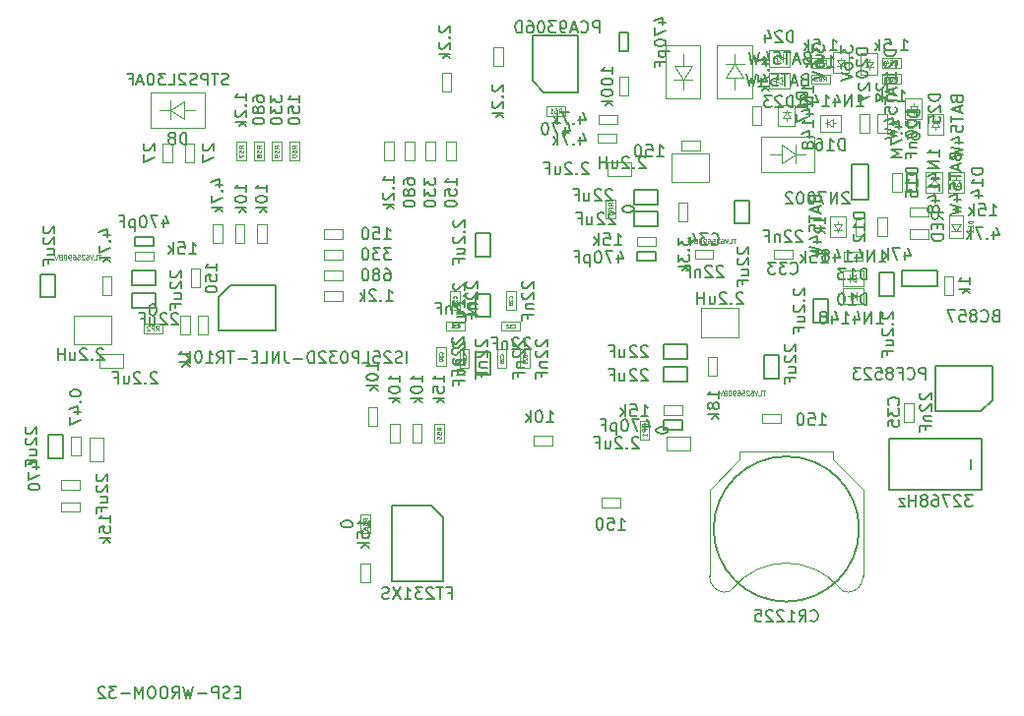
<source format=gbr>
G04 #@! TF.FileFunction,Other,Fab,Bot*
%FSLAX46Y46*%
G04 Gerber Fmt 4.6, Leading zero omitted, Abs format (unit mm)*
G04 Created by KiCad (PCBNEW 4.0.7+dfsg1-1) date Sat Feb 17 10:48:56 2018*
%MOMM*%
%LPD*%
G01*
G04 APERTURE LIST*
%ADD10C,0.100000*%
%ADD11C,0.150000*%
%ADD12C,0.075000*%
G04 APERTURE END LIST*
D10*
X103098000Y-99558000D02*
X103898000Y-99558000D01*
X103098000Y-97958000D02*
X103098000Y-99558000D01*
X103898000Y-97958000D02*
X103098000Y-97958000D01*
X103898000Y-99558000D02*
X103898000Y-97958000D01*
X154195000Y-64200000D02*
X154195000Y-68800000D01*
X154195000Y-68800000D02*
X157195000Y-68800000D01*
X157195000Y-64200000D02*
X154195000Y-64200000D01*
X157195000Y-64200000D02*
X157195000Y-68800000D01*
X155693980Y-67149440D02*
X155693980Y-68051140D01*
X155693980Y-65998820D02*
X155693980Y-65000600D01*
X156494080Y-67149440D02*
X154893880Y-67149440D01*
X154944680Y-65998820D02*
X156494080Y-65998820D01*
X155693980Y-67149440D02*
X154944680Y-65998820D01*
X155693980Y-67149440D02*
X156494080Y-65998820D01*
X157130000Y-73250000D02*
X157130000Y-72450000D01*
X155530000Y-73250000D02*
X157130000Y-73250000D01*
X155530000Y-72450000D02*
X155530000Y-73250000D01*
X157130000Y-72450000D02*
X155530000Y-72450000D01*
X160470000Y-89340000D02*
X160470000Y-86840000D01*
X157270000Y-89340000D02*
X160470000Y-89340000D01*
X157270000Y-86840000D02*
X157270000Y-89340000D01*
X160470000Y-86840000D02*
X157270000Y-86840000D01*
X103295000Y-87475000D02*
X103295000Y-89975000D01*
X106495000Y-87475000D02*
X103295000Y-87475000D01*
X106495000Y-89975000D02*
X106495000Y-87475000D01*
X103295000Y-89975000D02*
X106495000Y-89975000D01*
X157930000Y-76005000D02*
X157930000Y-73505000D01*
X154730000Y-76005000D02*
X157930000Y-76005000D01*
X154730000Y-73505000D02*
X154730000Y-76005000D01*
X157930000Y-73505000D02*
X154730000Y-73505000D01*
D11*
X101710000Y-83915000D02*
X100460000Y-83915000D01*
X101710000Y-85915000D02*
X101710000Y-83915000D01*
X100460000Y-85915000D02*
X101710000Y-85915000D01*
X100460000Y-83915000D02*
X100460000Y-85915000D01*
X154060000Y-90005000D02*
X154060000Y-91255000D01*
X156060000Y-90005000D02*
X154060000Y-90005000D01*
X156060000Y-91255000D02*
X156060000Y-90005000D01*
X154060000Y-91255000D02*
X156060000Y-91255000D01*
X154060000Y-91910000D02*
X154060000Y-93160000D01*
X156060000Y-91910000D02*
X154060000Y-91910000D01*
X156060000Y-93160000D02*
X156060000Y-91910000D01*
X154060000Y-93160000D02*
X156060000Y-93160000D01*
X162690000Y-92900000D02*
X163940000Y-92900000D01*
X162690000Y-90900000D02*
X162690000Y-92900000D01*
X163940000Y-90900000D02*
X162690000Y-90900000D01*
X163940000Y-92900000D02*
X163940000Y-90900000D01*
X151520000Y-78575000D02*
X151520000Y-79825000D01*
X153520000Y-78575000D02*
X151520000Y-78575000D01*
X153520000Y-79825000D02*
X153520000Y-78575000D01*
X151520000Y-79825000D02*
X153520000Y-79825000D01*
X151520000Y-76670000D02*
X151520000Y-77920000D01*
X153520000Y-76670000D02*
X151520000Y-76670000D01*
X153520000Y-77920000D02*
X153520000Y-76670000D01*
X151520000Y-77920000D02*
X153520000Y-77920000D01*
X160150000Y-79565000D02*
X161400000Y-79565000D01*
X160150000Y-77565000D02*
X160150000Y-79565000D01*
X161400000Y-77565000D02*
X160150000Y-77565000D01*
X161400000Y-79565000D02*
X161400000Y-77565000D01*
X110340000Y-84905000D02*
X110340000Y-83655000D01*
X108340000Y-84905000D02*
X110340000Y-84905000D01*
X108340000Y-83655000D02*
X108340000Y-84905000D01*
X110340000Y-83655000D02*
X108340000Y-83655000D01*
X110340000Y-86810000D02*
X110340000Y-85560000D01*
X108340000Y-86810000D02*
X110340000Y-86810000D01*
X108340000Y-85560000D02*
X108340000Y-86810000D01*
X110340000Y-85560000D02*
X108340000Y-85560000D01*
X172596000Y-85788000D02*
X173846000Y-85788000D01*
X172596000Y-83788000D02*
X172596000Y-85788000D01*
X173846000Y-83788000D02*
X172596000Y-83788000D01*
X173846000Y-85788000D02*
X173846000Y-83788000D01*
X177535000Y-83580000D02*
X174495000Y-83580000D01*
X174495000Y-84980000D02*
X174495000Y-83580000D01*
X177535000Y-84980000D02*
X177535000Y-83580000D01*
X177535000Y-84980000D02*
X174495000Y-84980000D01*
X170235000Y-74505000D02*
X170235000Y-77545000D01*
X171635000Y-77545000D02*
X170235000Y-77545000D01*
X171635000Y-74505000D02*
X170235000Y-74505000D01*
X171635000Y-74505000D02*
X171635000Y-77545000D01*
X154060000Y-96510000D02*
X154060000Y-97310000D01*
X155660000Y-96510000D02*
X154060000Y-96510000D01*
X155660000Y-97310000D02*
X155660000Y-96510000D01*
X154060000Y-97310000D02*
X155660000Y-97310000D01*
X151720000Y-81975000D02*
X151720000Y-82775000D01*
X153320000Y-81975000D02*
X151720000Y-81975000D01*
X153320000Y-82775000D02*
X153320000Y-81975000D01*
X151720000Y-82775000D02*
X153320000Y-82775000D01*
X110140000Y-81505000D02*
X110140000Y-80705000D01*
X108540000Y-81505000D02*
X110140000Y-81505000D01*
X108540000Y-80705000D02*
X108540000Y-81505000D01*
X110140000Y-80705000D02*
X108540000Y-80705000D01*
X175780000Y-75225000D02*
X174980000Y-75225000D01*
X175780000Y-76825000D02*
X175780000Y-75225000D01*
X174980000Y-76825000D02*
X175780000Y-76825000D01*
X174980000Y-75225000D02*
X174980000Y-76825000D01*
D10*
X169500000Y-81975000D02*
X169500000Y-82775000D01*
X171100000Y-81975000D02*
X169500000Y-81975000D01*
X171100000Y-82775000D02*
X171100000Y-81975000D01*
X169500000Y-82775000D02*
X171100000Y-82775000D01*
X172440000Y-80635000D02*
X173240000Y-80635000D01*
X172440000Y-79035000D02*
X172440000Y-80635000D01*
X173240000Y-79035000D02*
X172440000Y-79035000D01*
X173240000Y-80635000D02*
X173240000Y-79035000D01*
X176815000Y-80870000D02*
X176815000Y-80070000D01*
X175215000Y-80870000D02*
X176815000Y-80870000D01*
X175215000Y-80070000D02*
X175215000Y-80870000D01*
X176815000Y-80070000D02*
X175215000Y-80070000D01*
X174510000Y-75225000D02*
X173710000Y-75225000D01*
X174510000Y-76825000D02*
X174510000Y-75225000D01*
X173710000Y-76825000D02*
X174510000Y-76825000D01*
X173710000Y-75225000D02*
X173710000Y-76825000D01*
X178955000Y-84115000D02*
X178155000Y-84115000D01*
X178955000Y-85715000D02*
X178955000Y-84115000D01*
X178155000Y-85715000D02*
X178955000Y-85715000D01*
X178155000Y-84115000D02*
X178155000Y-85715000D01*
X114185000Y-83480000D02*
X113385000Y-83480000D01*
X114185000Y-85080000D02*
X114185000Y-83480000D01*
X113385000Y-85080000D02*
X114185000Y-85080000D01*
X113385000Y-83480000D02*
X113385000Y-85080000D01*
X170535000Y-80635000D02*
X171335000Y-80635000D01*
X170535000Y-79035000D02*
X170535000Y-80635000D01*
X171335000Y-79035000D02*
X170535000Y-79035000D01*
X171335000Y-80635000D02*
X171335000Y-79035000D01*
X128790000Y-108880000D02*
X127990000Y-108880000D01*
X128790000Y-110480000D02*
X128790000Y-108880000D01*
X127990000Y-110480000D02*
X128790000Y-110480000D01*
X127990000Y-108880000D02*
X127990000Y-110480000D01*
X150272000Y-103984000D02*
X150272000Y-103184000D01*
X148672000Y-103984000D02*
X150272000Y-103984000D01*
X148672000Y-103184000D02*
X148672000Y-103984000D01*
X150272000Y-103184000D02*
X148672000Y-103184000D01*
X176815000Y-78965000D02*
X176815000Y-78165000D01*
X175215000Y-78965000D02*
X176815000Y-78965000D01*
X175215000Y-78165000D02*
X175215000Y-78965000D01*
X176815000Y-78165000D02*
X175215000Y-78165000D01*
X154060000Y-95240000D02*
X154060000Y-96040000D01*
X155660000Y-95240000D02*
X154060000Y-95240000D01*
X155660000Y-96040000D02*
X155660000Y-95240000D01*
X154060000Y-96040000D02*
X155660000Y-96040000D01*
X110140000Y-82775000D02*
X110140000Y-81975000D01*
X108540000Y-82775000D02*
X110140000Y-82775000D01*
X108540000Y-81975000D02*
X108540000Y-82775000D01*
X110140000Y-81975000D02*
X108540000Y-81975000D01*
X151720000Y-80705000D02*
X151720000Y-81505000D01*
X153320000Y-80705000D02*
X151720000Y-80705000D01*
X153320000Y-81505000D02*
X153320000Y-80705000D01*
X151720000Y-81505000D02*
X153320000Y-81505000D01*
X158635000Y-91100000D02*
X157835000Y-91100000D01*
X158635000Y-92700000D02*
X158635000Y-91100000D01*
X157835000Y-92700000D02*
X158635000Y-92700000D01*
X157835000Y-91100000D02*
X157835000Y-92700000D01*
X105765000Y-85715000D02*
X106565000Y-85715000D01*
X105765000Y-84115000D02*
X105765000Y-85715000D01*
X106565000Y-84115000D02*
X105765000Y-84115000D01*
X106565000Y-85715000D02*
X106565000Y-84115000D01*
X156095000Y-77765000D02*
X155295000Y-77765000D01*
X156095000Y-79365000D02*
X156095000Y-77765000D01*
X155295000Y-79365000D02*
X156095000Y-79365000D01*
X155295000Y-77765000D02*
X155295000Y-79365000D01*
X126396000Y-86204000D02*
X126396000Y-85404000D01*
X124796000Y-86204000D02*
X126396000Y-86204000D01*
X124796000Y-85404000D02*
X124796000Y-86204000D01*
X126396000Y-85404000D02*
X124796000Y-85404000D01*
X126396000Y-84426000D02*
X126396000Y-83626000D01*
X124796000Y-84426000D02*
X126396000Y-84426000D01*
X124796000Y-83626000D02*
X124796000Y-84426000D01*
X126396000Y-83626000D02*
X124796000Y-83626000D01*
X126396000Y-82648000D02*
X126396000Y-81848000D01*
X124796000Y-82648000D02*
X126396000Y-82648000D01*
X124796000Y-81848000D02*
X124796000Y-82648000D01*
X126396000Y-81848000D02*
X124796000Y-81848000D01*
X126396000Y-80870000D02*
X126396000Y-80070000D01*
X124796000Y-80870000D02*
X126396000Y-80870000D01*
X124796000Y-80070000D02*
X124796000Y-80870000D01*
X126396000Y-80070000D02*
X124796000Y-80070000D01*
X130022000Y-74158000D02*
X130822000Y-74158000D01*
X130022000Y-72558000D02*
X130022000Y-74158000D01*
X130822000Y-72558000D02*
X130022000Y-72558000D01*
X130822000Y-74158000D02*
X130822000Y-72558000D01*
X131800000Y-74158000D02*
X132600000Y-74158000D01*
X131800000Y-72558000D02*
X131800000Y-74158000D01*
X132600000Y-72558000D02*
X131800000Y-72558000D01*
X132600000Y-74158000D02*
X132600000Y-72558000D01*
X133578000Y-74158000D02*
X134378000Y-74158000D01*
X133578000Y-72558000D02*
X133578000Y-74158000D01*
X134378000Y-72558000D02*
X133578000Y-72558000D01*
X134378000Y-74158000D02*
X134378000Y-72558000D01*
X135356000Y-74158000D02*
X136156000Y-74158000D01*
X135356000Y-72558000D02*
X135356000Y-74158000D01*
X136156000Y-72558000D02*
X135356000Y-72558000D01*
X136156000Y-74158000D02*
X136156000Y-72558000D01*
D11*
X150189600Y-64760000D02*
X150989600Y-64760000D01*
X150189600Y-63160000D02*
X150189600Y-64760000D01*
X150989600Y-63160000D02*
X150189600Y-63160000D01*
X150989600Y-64760000D02*
X150989600Y-63160000D01*
D10*
X161645000Y-71110000D02*
X162445000Y-71110000D01*
X161645000Y-69510000D02*
X161645000Y-71110000D01*
X162445000Y-69510000D02*
X161645000Y-69510000D01*
X162445000Y-71110000D02*
X162445000Y-69510000D01*
X139420000Y-66030000D02*
X140220000Y-66030000D01*
X139420000Y-64430000D02*
X139420000Y-66030000D01*
X140220000Y-64430000D02*
X139420000Y-64430000D01*
X140220000Y-66030000D02*
X140220000Y-64430000D01*
X134975000Y-68232000D02*
X135775000Y-68232000D01*
X134975000Y-66632000D02*
X134975000Y-68232000D01*
X135775000Y-66632000D02*
X134975000Y-66632000D01*
X135775000Y-68232000D02*
X135775000Y-66632000D01*
X150215000Y-68570000D02*
X151015000Y-68570000D01*
X150215000Y-66970000D02*
X150215000Y-68570000D01*
X151015000Y-66970000D02*
X150215000Y-66970000D01*
X151015000Y-68570000D02*
X151015000Y-66970000D01*
X149975000Y-72615000D02*
X149975000Y-71815000D01*
X148375000Y-72615000D02*
X149975000Y-72615000D01*
X148375000Y-71815000D02*
X148375000Y-72615000D01*
X149975000Y-71815000D02*
X148375000Y-71815000D01*
X150080000Y-71000000D02*
X150080000Y-70200000D01*
X148480000Y-71000000D02*
X150080000Y-71000000D01*
X148480000Y-70200000D02*
X148480000Y-71000000D01*
X150080000Y-70200000D02*
X148480000Y-70200000D01*
D11*
X134035000Y-103890000D02*
X130635000Y-103890000D01*
X130635000Y-103890000D02*
X130635000Y-110390000D01*
X130635000Y-110390000D02*
X135035000Y-110390000D01*
X135035000Y-110390000D02*
X135035000Y-104890000D01*
X135035000Y-104890000D02*
X134035000Y-103890000D01*
D10*
X119900000Y-79670000D02*
X119100000Y-79670000D01*
X119900000Y-81270000D02*
X119900000Y-79670000D01*
X119100000Y-81270000D02*
X119900000Y-81270000D01*
X119100000Y-79670000D02*
X119100000Y-81270000D01*
X114020000Y-89144000D02*
X114820000Y-89144000D01*
X114020000Y-87544000D02*
X114020000Y-89144000D01*
X114820000Y-87544000D02*
X114020000Y-87544000D01*
X114820000Y-89144000D02*
X114820000Y-87544000D01*
X128625000Y-96975000D02*
X129425000Y-96975000D01*
X128625000Y-95375000D02*
X128625000Y-96975000D01*
X129425000Y-95375000D02*
X128625000Y-95375000D01*
X129425000Y-96975000D02*
X129425000Y-95375000D01*
X117995000Y-79670000D02*
X117195000Y-79670000D01*
X117995000Y-81270000D02*
X117995000Y-79670000D01*
X117195000Y-81270000D02*
X117995000Y-81270000D01*
X117195000Y-79670000D02*
X117195000Y-81270000D01*
X112496000Y-89144000D02*
X113296000Y-89144000D01*
X112496000Y-87544000D02*
X112496000Y-89144000D01*
X113296000Y-87544000D02*
X112496000Y-87544000D01*
X113296000Y-89144000D02*
X113296000Y-87544000D01*
X116090000Y-79670000D02*
X115290000Y-79670000D01*
X116090000Y-81270000D02*
X116090000Y-79670000D01*
X115290000Y-81270000D02*
X116090000Y-81270000D01*
X115290000Y-79670000D02*
X115290000Y-81270000D01*
X144430000Y-98650000D02*
X144430000Y-97850000D01*
X142830000Y-98650000D02*
X144430000Y-98650000D01*
X142830000Y-97850000D02*
X142830000Y-98650000D01*
X144430000Y-97850000D02*
X142830000Y-97850000D01*
X132435000Y-98415000D02*
X133235000Y-98415000D01*
X132435000Y-96815000D02*
X132435000Y-98415000D01*
X133235000Y-96815000D02*
X132435000Y-96815000D01*
X133235000Y-98415000D02*
X133235000Y-96815000D01*
X130530000Y-98415000D02*
X131330000Y-98415000D01*
X130530000Y-96815000D02*
X130530000Y-98415000D01*
X131330000Y-96815000D02*
X130530000Y-96815000D01*
X131330000Y-98415000D02*
X131330000Y-96815000D01*
X102190000Y-103565000D02*
X102190000Y-104365000D01*
X103790000Y-103565000D02*
X102190000Y-103565000D01*
X103790000Y-104365000D02*
X103790000Y-103565000D01*
X102190000Y-104365000D02*
X103790000Y-104365000D01*
X103790000Y-102460000D02*
X103790000Y-101660000D01*
X102190000Y-102460000D02*
X103790000Y-102460000D01*
X102190000Y-101660000D02*
X102190000Y-102460000D01*
X103790000Y-101660000D02*
X102190000Y-101660000D01*
D11*
X166881000Y-88074000D02*
X168131000Y-88074000D01*
X166881000Y-86074000D02*
X166881000Y-88074000D01*
X168131000Y-86074000D02*
X166881000Y-86074000D01*
X168131000Y-88074000D02*
X168131000Y-86074000D01*
D10*
X164115000Y-96745000D02*
X164115000Y-95945000D01*
X162515000Y-96745000D02*
X164115000Y-96745000D01*
X162515000Y-95945000D02*
X162515000Y-96745000D01*
X164115000Y-95945000D02*
X162515000Y-95945000D01*
D11*
X139125000Y-90620000D02*
X137875000Y-90620000D01*
X139125000Y-92620000D02*
X139125000Y-90620000D01*
X137875000Y-92620000D02*
X139125000Y-92620000D01*
X137875000Y-90620000D02*
X137875000Y-92620000D01*
X137875000Y-82420000D02*
X139125000Y-82420000D01*
X137875000Y-80420000D02*
X137875000Y-82420000D01*
X139125000Y-80420000D02*
X137875000Y-80420000D01*
X139125000Y-82420000D02*
X139125000Y-80420000D01*
X139125000Y-85620000D02*
X137875000Y-85620000D01*
X139125000Y-87620000D02*
X139125000Y-85620000D01*
X137875000Y-87620000D02*
X139125000Y-87620000D01*
X137875000Y-85620000D02*
X137875000Y-87620000D01*
X102345000Y-97758000D02*
X101095000Y-97758000D01*
X102345000Y-99758000D02*
X102345000Y-97758000D01*
X101095000Y-99758000D02*
X102345000Y-99758000D01*
X101095000Y-97758000D02*
X101095000Y-99758000D01*
D10*
X112877000Y-74285000D02*
X113677000Y-74285000D01*
X112877000Y-72685000D02*
X112877000Y-74285000D01*
X113677000Y-72685000D02*
X112877000Y-72685000D01*
X113677000Y-74285000D02*
X113677000Y-72685000D01*
X110972000Y-74285000D02*
X111772000Y-74285000D01*
X110972000Y-72685000D02*
X110972000Y-74285000D01*
X111772000Y-72685000D02*
X110972000Y-72685000D01*
X111772000Y-74285000D02*
X111772000Y-72685000D01*
X172440000Y-71745000D02*
X173240000Y-71745000D01*
X172440000Y-70145000D02*
X172440000Y-71745000D01*
X173240000Y-70145000D02*
X172440000Y-70145000D01*
X173240000Y-71745000D02*
X173240000Y-70145000D01*
X170916000Y-71745000D02*
X171716000Y-71745000D01*
X170916000Y-70145000D02*
X170916000Y-71745000D01*
X171716000Y-70145000D02*
X170916000Y-70145000D01*
X171716000Y-71745000D02*
X171716000Y-70145000D01*
X104656000Y-100012000D02*
X105896000Y-100012000D01*
X104656000Y-98012000D02*
X104656000Y-100012000D01*
X105896000Y-98012000D02*
X104656000Y-98012000D01*
X105896000Y-100012000D02*
X105896000Y-98012000D01*
X114561000Y-68302000D02*
X109961000Y-68302000D01*
X109961000Y-68302000D02*
X109961000Y-71302000D01*
X114561000Y-71302000D02*
X114561000Y-68302000D01*
X114561000Y-71302000D02*
X109961000Y-71302000D01*
X111611560Y-69800980D02*
X110709860Y-69800980D01*
X112762180Y-69800980D02*
X113760400Y-69800980D01*
X111611560Y-70601080D02*
X111611560Y-69000880D01*
X112762180Y-69051680D02*
X112762180Y-70601080D01*
X111611560Y-69800980D02*
X112762180Y-69051680D01*
X111611560Y-69800980D02*
X112762180Y-70601080D01*
X162412000Y-75112000D02*
X167012000Y-75112000D01*
X167012000Y-75112000D02*
X167012000Y-72112000D01*
X162412000Y-72112000D02*
X162412000Y-75112000D01*
X162412000Y-72112000D02*
X167012000Y-72112000D01*
X165361440Y-73613020D02*
X166263140Y-73613020D01*
X164210820Y-73613020D02*
X163212600Y-73613020D01*
X165361440Y-72812920D02*
X165361440Y-74413120D01*
X164210820Y-74362320D02*
X164210820Y-72812920D01*
X165361440Y-73613020D02*
X164210820Y-74362320D01*
X165361440Y-73613020D02*
X164210820Y-72812920D01*
X161640000Y-68800000D02*
X161640000Y-64200000D01*
X161640000Y-64200000D02*
X158640000Y-64200000D01*
X158640000Y-68800000D02*
X161640000Y-68800000D01*
X158640000Y-68800000D02*
X158640000Y-64200000D01*
X160141020Y-65850560D02*
X160141020Y-64948860D01*
X160141020Y-67001180D02*
X160141020Y-67999400D01*
X159340920Y-65850560D02*
X160941120Y-65850560D01*
X160890320Y-67001180D02*
X159340920Y-67001180D01*
X160141020Y-65850560D02*
X160890320Y-67001180D01*
X160141020Y-65850560D02*
X159340920Y-67001180D01*
X154314000Y-97884000D02*
X154314000Y-99124000D01*
X156314000Y-97884000D02*
X154314000Y-97884000D01*
X156314000Y-99124000D02*
X156314000Y-97884000D01*
X154314000Y-99124000D02*
X156314000Y-99124000D01*
X107546000Y-92012000D02*
X107546000Y-90772000D01*
X105546000Y-92012000D02*
X107546000Y-92012000D01*
X105546000Y-90772000D02*
X105546000Y-92012000D01*
X107546000Y-90772000D02*
X105546000Y-90772000D01*
X151234000Y-75502000D02*
X151234000Y-74262000D01*
X149234000Y-75502000D02*
X151234000Y-75502000D01*
X149234000Y-74262000D02*
X149234000Y-75502000D01*
X151234000Y-74262000D02*
X149234000Y-74262000D01*
X135140000Y-96815000D02*
X134340000Y-96815000D01*
X135140000Y-98415000D02*
X135140000Y-96815000D01*
X134340000Y-98415000D02*
X135140000Y-98415000D01*
X134340000Y-96815000D02*
X134340000Y-98415000D01*
D11*
X170835000Y-105870000D02*
G75*
G03X170835000Y-105870000I-6250000J0D01*
G01*
D10*
X159206987Y-111317558D02*
G75*
G03X159985000Y-110970000I88013J847558D01*
G01*
X169963013Y-111317558D02*
G75*
G02X169185000Y-110970000I-88013J847558D01*
G01*
X159977095Y-110979589D02*
G75*
G02X169185000Y-110970000I4607905J-3790411D01*
G01*
X157985000Y-109920000D02*
G75*
G03X159285000Y-111320000I1350000J-50000D01*
G01*
X171185000Y-109920000D02*
G75*
G02X169885000Y-111320000I-1350000J-50000D01*
G01*
X157985000Y-102470000D02*
X157985000Y-109970000D01*
X171185000Y-102470000D02*
X171185000Y-109970000D01*
X160585000Y-99870000D02*
X157985000Y-102470000D01*
X168585000Y-99870000D02*
X171185000Y-102470000D01*
X160585000Y-99170000D02*
X160585000Y-99870000D01*
X168585000Y-99170000D02*
X168585000Y-99870000D01*
X168585000Y-99170000D02*
X160585000Y-99170000D01*
X169284000Y-65538000D02*
X169284000Y-65288000D01*
X168934000Y-65538000D02*
X169284000Y-66038000D01*
X169634000Y-65538000D02*
X168934000Y-65538000D01*
X169284000Y-66038000D02*
X169634000Y-65538000D01*
X169284000Y-66038000D02*
X169284000Y-66238000D01*
X169634000Y-66038000D02*
X168934000Y-66038000D01*
X168584000Y-66638000D02*
X169984000Y-66638000D01*
X168584000Y-64838000D02*
X168584000Y-66638000D01*
X169984000Y-64838000D02*
X168584000Y-64838000D01*
X169984000Y-66638000D02*
X169984000Y-64838000D01*
X171697000Y-65631000D02*
X171697000Y-65381000D01*
X171347000Y-65631000D02*
X171697000Y-66131000D01*
X172047000Y-65631000D02*
X171347000Y-65631000D01*
X171697000Y-66131000D02*
X172047000Y-65631000D01*
X171697000Y-66131000D02*
X171697000Y-66331000D01*
X172047000Y-66131000D02*
X171347000Y-66131000D01*
X170997000Y-66731000D02*
X172397000Y-66731000D01*
X170997000Y-64931000D02*
X170997000Y-66731000D01*
X172397000Y-64931000D02*
X170997000Y-64931000D01*
X172397000Y-66731000D02*
X172397000Y-64931000D01*
X170500000Y-84280000D02*
X170750000Y-84280000D01*
X170500000Y-83930000D02*
X170000000Y-84280000D01*
X170500000Y-84630000D02*
X170500000Y-83930000D01*
X170000000Y-84280000D02*
X170500000Y-84630000D01*
X170000000Y-84280000D02*
X169800000Y-84280000D01*
X170000000Y-84630000D02*
X170000000Y-83930000D01*
X169400000Y-83580000D02*
X169400000Y-84980000D01*
X171200000Y-83580000D02*
X169400000Y-83580000D01*
X171200000Y-84980000D02*
X171200000Y-83580000D01*
X169400000Y-84980000D02*
X171200000Y-84980000D01*
X169030000Y-79635000D02*
X169030000Y-79385000D01*
X168680000Y-79635000D02*
X169030000Y-80135000D01*
X169380000Y-79635000D02*
X168680000Y-79635000D01*
X169030000Y-80135000D02*
X169380000Y-79635000D01*
X169030000Y-80135000D02*
X169030000Y-80335000D01*
X169380000Y-80135000D02*
X168680000Y-80135000D01*
X168330000Y-80735000D02*
X169730000Y-80735000D01*
X168330000Y-78935000D02*
X168330000Y-80735000D01*
X169730000Y-78935000D02*
X168330000Y-78935000D01*
X169730000Y-80735000D02*
X169730000Y-78935000D01*
X170100000Y-85804000D02*
X169850000Y-85804000D01*
X170100000Y-86154000D02*
X170600000Y-85804000D01*
X170100000Y-85454000D02*
X170100000Y-86154000D01*
X170600000Y-85804000D02*
X170100000Y-85454000D01*
X170600000Y-85804000D02*
X170800000Y-85804000D01*
X170600000Y-85454000D02*
X170600000Y-86154000D01*
X171200000Y-86504000D02*
X171200000Y-85104000D01*
X169400000Y-86504000D02*
X171200000Y-86504000D01*
X169400000Y-85104000D02*
X169400000Y-86504000D01*
X171200000Y-85104000D02*
X169400000Y-85104000D01*
X179190000Y-75825000D02*
X179190000Y-75575000D01*
X178840000Y-75825000D02*
X179190000Y-76325000D01*
X179540000Y-75825000D02*
X178840000Y-75825000D01*
X179190000Y-76325000D02*
X179540000Y-75825000D01*
X179190000Y-76325000D02*
X179190000Y-76525000D01*
X179540000Y-76325000D02*
X178840000Y-76325000D01*
X178490000Y-76925000D02*
X179890000Y-76925000D01*
X178490000Y-75125000D02*
X178490000Y-76925000D01*
X179890000Y-75125000D02*
X178490000Y-75125000D01*
X179890000Y-76925000D02*
X179890000Y-75125000D01*
X177285000Y-76225000D02*
X177285000Y-76475000D01*
X177635000Y-76225000D02*
X177285000Y-75725000D01*
X176935000Y-76225000D02*
X177635000Y-76225000D01*
X177285000Y-75725000D02*
X176935000Y-76225000D01*
X177285000Y-75725000D02*
X177285000Y-75525000D01*
X176935000Y-75725000D02*
X177635000Y-75725000D01*
X177985000Y-75125000D02*
X176585000Y-75125000D01*
X177985000Y-76925000D02*
X177985000Y-75125000D01*
X176585000Y-76925000D02*
X177985000Y-76925000D01*
X176585000Y-75125000D02*
X176585000Y-76925000D01*
X168595000Y-70945000D02*
X168845000Y-70945000D01*
X168595000Y-70595000D02*
X168095000Y-70945000D01*
X168595000Y-71295000D02*
X168595000Y-70595000D01*
X168095000Y-70945000D02*
X168595000Y-71295000D01*
X168095000Y-70945000D02*
X167895000Y-70945000D01*
X168095000Y-71295000D02*
X168095000Y-70595000D01*
X167495000Y-70245000D02*
X167495000Y-71645000D01*
X169295000Y-70245000D02*
X167495000Y-70245000D01*
X169295000Y-71645000D02*
X169295000Y-70245000D01*
X167495000Y-71645000D02*
X169295000Y-71645000D01*
X164585000Y-70510000D02*
X164585000Y-70760000D01*
X164935000Y-70510000D02*
X164585000Y-70010000D01*
X164235000Y-70510000D02*
X164935000Y-70510000D01*
X164585000Y-70010000D02*
X164235000Y-70510000D01*
X164585000Y-70010000D02*
X164585000Y-69810000D01*
X164235000Y-70010000D02*
X164935000Y-70010000D01*
X165285000Y-69410000D02*
X163885000Y-69410000D01*
X165285000Y-71210000D02*
X165285000Y-69410000D01*
X163885000Y-71210000D02*
X165285000Y-71210000D01*
X163885000Y-69410000D02*
X163885000Y-71210000D01*
X127990000Y-106246000D02*
X128790000Y-106246000D01*
X127990000Y-104646000D02*
X127990000Y-106246000D01*
X128790000Y-104646000D02*
X127990000Y-104646000D01*
X128790000Y-106246000D02*
X128790000Y-104646000D01*
X117322000Y-74158000D02*
X118122000Y-74158000D01*
X117322000Y-72558000D02*
X117322000Y-74158000D01*
X118122000Y-72558000D02*
X117322000Y-72558000D01*
X118122000Y-74158000D02*
X118122000Y-72558000D01*
X118846000Y-74158000D02*
X119646000Y-74158000D01*
X118846000Y-72558000D02*
X118846000Y-74158000D01*
X119646000Y-72558000D02*
X118846000Y-72558000D01*
X119646000Y-74158000D02*
X119646000Y-72558000D01*
X120370000Y-74158000D02*
X121170000Y-74158000D01*
X120370000Y-72558000D02*
X120370000Y-74158000D01*
X121170000Y-72558000D02*
X120370000Y-72558000D01*
X121170000Y-74158000D02*
X121170000Y-72558000D01*
X121894000Y-74158000D02*
X122694000Y-74158000D01*
X121894000Y-72558000D02*
X121894000Y-74158000D01*
X122694000Y-72558000D02*
X121894000Y-72558000D01*
X122694000Y-74158000D02*
X122694000Y-72558000D01*
X145580000Y-70300000D02*
X145580000Y-69500000D01*
X143980000Y-70300000D02*
X145580000Y-70300000D01*
X143980000Y-69500000D02*
X143980000Y-70300000D01*
X145580000Y-69500000D02*
X143980000Y-69500000D01*
D11*
X182275000Y-94755000D02*
X182275000Y-91855000D01*
X182275000Y-91855000D02*
X177375000Y-91855000D01*
X177375000Y-91855000D02*
X177375000Y-95755000D01*
X177375000Y-95755000D02*
X181275000Y-95755000D01*
X181275000Y-95755000D02*
X182275000Y-94755000D01*
X143730000Y-68251500D02*
X146630000Y-68251500D01*
X146630000Y-68251500D02*
X146630000Y-63351500D01*
X146630000Y-63351500D02*
X142730000Y-63351500D01*
X142730000Y-63351500D02*
X142730000Y-67251500D01*
X142730000Y-67251500D02*
X143730000Y-68251500D01*
X115780000Y-85870000D02*
X115780000Y-88770000D01*
X115780000Y-88770000D02*
X120680000Y-88770000D01*
X120680000Y-88770000D02*
X120680000Y-84870000D01*
X120680000Y-84870000D02*
X116780000Y-84870000D01*
X116780000Y-84870000D02*
X115780000Y-85870000D01*
X181412000Y-98082000D02*
X181412000Y-102482000D01*
X173412000Y-98082000D02*
X181412000Y-98082000D01*
X173412000Y-102482000D02*
X173412000Y-98082000D01*
X181412000Y-102482000D02*
X173412000Y-102482000D01*
X180412000Y-99882000D02*
X180412000Y-100682000D01*
D10*
X179590000Y-80235000D02*
X178790000Y-80235000D01*
X179190000Y-80235000D02*
X179590000Y-79635000D01*
X178790000Y-79635000D02*
X179190000Y-80235000D01*
X179590000Y-79635000D02*
X178790000Y-79635000D01*
X178590000Y-78835000D02*
X178590000Y-80835000D01*
X179790000Y-78835000D02*
X178590000Y-78835000D01*
X179790000Y-80835000D02*
X179790000Y-78835000D01*
X178590000Y-80835000D02*
X179790000Y-80835000D01*
X140500000Y-85420000D02*
X140500000Y-87020000D01*
X140500000Y-87020000D02*
X141300000Y-87020000D01*
X141300000Y-87020000D02*
X141300000Y-85420000D01*
X141300000Y-85420000D02*
X140500000Y-85420000D01*
X135700000Y-85420000D02*
X135700000Y-87020000D01*
X135700000Y-87020000D02*
X136500000Y-87020000D01*
X136500000Y-87020000D02*
X136500000Y-85420000D01*
X136500000Y-85420000D02*
X135700000Y-85420000D01*
X136500000Y-90420000D02*
X136500000Y-92020000D01*
X136500000Y-92020000D02*
X137300000Y-92020000D01*
X137300000Y-92020000D02*
X137300000Y-90420000D01*
X137300000Y-90420000D02*
X136500000Y-90420000D01*
X139700000Y-90420000D02*
X139700000Y-92020000D01*
X139700000Y-92020000D02*
X140500000Y-92020000D01*
X140500000Y-92020000D02*
X140500000Y-90420000D01*
X140500000Y-90420000D02*
X139700000Y-90420000D01*
X141700000Y-90420000D02*
X141700000Y-92020000D01*
X141700000Y-92020000D02*
X142500000Y-92020000D01*
X142500000Y-92020000D02*
X142500000Y-90420000D01*
X142500000Y-90420000D02*
X141700000Y-90420000D01*
X134500000Y-90220000D02*
X134500000Y-91820000D01*
X134500000Y-91820000D02*
X135300000Y-91820000D01*
X135300000Y-91820000D02*
X135300000Y-90220000D01*
X135300000Y-90220000D02*
X134500000Y-90220000D01*
X135300000Y-88820000D02*
X136900000Y-88820000D01*
X136900000Y-88820000D02*
X136900000Y-88020000D01*
X136900000Y-88020000D02*
X135300000Y-88020000D01*
X135300000Y-88020000D02*
X135300000Y-88820000D01*
X141700000Y-88020000D02*
X140100000Y-88020000D01*
X140100000Y-88020000D02*
X140100000Y-88820000D01*
X140100000Y-88820000D02*
X141700000Y-88820000D01*
X141700000Y-88820000D02*
X141700000Y-88020000D01*
X163500000Y-81820000D02*
X163500000Y-82620000D01*
X165100000Y-81820000D02*
X163500000Y-81820000D01*
X165100000Y-82620000D02*
X165100000Y-81820000D01*
X163500000Y-82620000D02*
X165100000Y-82620000D01*
X158300000Y-82620000D02*
X158300000Y-81820000D01*
X156700000Y-82620000D02*
X158300000Y-82620000D01*
X156700000Y-81820000D02*
X156700000Y-82620000D01*
X158300000Y-81820000D02*
X156700000Y-81820000D01*
X175500000Y-95020000D02*
X174700000Y-95020000D01*
X175500000Y-96620000D02*
X175500000Y-95020000D01*
X174700000Y-96620000D02*
X175500000Y-96620000D01*
X174700000Y-95020000D02*
X174700000Y-96620000D01*
X166706000Y-66735000D02*
X166706000Y-67535000D01*
X168306000Y-66735000D02*
X166706000Y-66735000D01*
X168306000Y-67535000D02*
X168306000Y-66735000D01*
X166706000Y-67535000D02*
X168306000Y-67535000D01*
X174400000Y-67520000D02*
X174400000Y-66720000D01*
X172800000Y-67520000D02*
X174400000Y-67520000D01*
X172800000Y-66720000D02*
X172800000Y-67520000D01*
X174400000Y-66720000D02*
X172800000Y-66720000D01*
X164150000Y-67262000D02*
X164400000Y-67262000D01*
X164150000Y-66912000D02*
X163650000Y-67262000D01*
X164150000Y-67612000D02*
X164150000Y-66912000D01*
X163650000Y-67262000D02*
X164150000Y-67612000D01*
X163650000Y-67262000D02*
X163450000Y-67262000D01*
X163650000Y-67612000D02*
X163650000Y-66912000D01*
X163050000Y-66562000D02*
X163050000Y-67962000D01*
X164850000Y-66562000D02*
X163050000Y-66562000D01*
X164850000Y-67962000D02*
X164850000Y-66562000D01*
X163050000Y-67962000D02*
X164850000Y-67962000D01*
X163750000Y-65357000D02*
X163500000Y-65357000D01*
X163750000Y-65707000D02*
X164250000Y-65357000D01*
X163750000Y-65007000D02*
X163750000Y-65707000D01*
X164250000Y-65357000D02*
X163750000Y-65007000D01*
X164250000Y-65357000D02*
X164450000Y-65357000D01*
X164250000Y-65007000D02*
X164250000Y-65707000D01*
X164850000Y-66057000D02*
X164850000Y-64657000D01*
X163050000Y-66057000D02*
X164850000Y-66057000D01*
X163050000Y-64657000D02*
X163050000Y-66057000D01*
X164850000Y-64657000D02*
X163050000Y-64657000D01*
X175507000Y-69475000D02*
X175507000Y-69225000D01*
X175157000Y-69475000D02*
X175507000Y-69975000D01*
X175857000Y-69475000D02*
X175157000Y-69475000D01*
X175507000Y-69975000D02*
X175857000Y-69475000D01*
X175507000Y-69975000D02*
X175507000Y-70175000D01*
X175857000Y-69975000D02*
X175157000Y-69975000D01*
X174807000Y-70575000D02*
X176207000Y-70575000D01*
X174807000Y-68775000D02*
X174807000Y-70575000D01*
X176207000Y-68775000D02*
X174807000Y-68775000D01*
X176207000Y-70575000D02*
X176207000Y-68775000D01*
X177412000Y-71272000D02*
X177412000Y-71522000D01*
X177762000Y-71272000D02*
X177412000Y-70772000D01*
X177062000Y-71272000D02*
X177762000Y-71272000D01*
X177412000Y-70772000D02*
X177062000Y-71272000D01*
X177412000Y-70772000D02*
X177412000Y-70572000D01*
X177062000Y-70772000D02*
X177762000Y-70772000D01*
X178112000Y-70172000D02*
X176712000Y-70172000D01*
X178112000Y-71972000D02*
X178112000Y-70172000D01*
X176712000Y-71972000D02*
X178112000Y-71972000D01*
X176712000Y-70172000D02*
X176712000Y-71972000D01*
X166706000Y-65338000D02*
X166706000Y-66138000D01*
X168306000Y-65338000D02*
X166706000Y-65338000D01*
X168306000Y-66138000D02*
X168306000Y-65338000D01*
X166706000Y-66138000D02*
X168306000Y-66138000D01*
X172802000Y-65338000D02*
X172802000Y-66138000D01*
X174402000Y-65338000D02*
X172802000Y-65338000D01*
X174402000Y-66138000D02*
X174402000Y-65338000D01*
X172802000Y-66138000D02*
X174402000Y-66138000D01*
X152793000Y-96561000D02*
X151993000Y-96561000D01*
X152793000Y-98161000D02*
X152793000Y-96561000D01*
X151993000Y-98161000D02*
X152793000Y-98161000D01*
X151993000Y-96561000D02*
X151993000Y-98161000D01*
X109302000Y-88198000D02*
X109302000Y-88998000D01*
X110902000Y-88198000D02*
X109302000Y-88198000D01*
X110902000Y-88998000D02*
X110902000Y-88198000D01*
X109302000Y-88998000D02*
X110902000Y-88998000D01*
X149872000Y-77511000D02*
X149072000Y-77511000D01*
X149872000Y-79111000D02*
X149872000Y-77511000D01*
X149072000Y-79111000D02*
X149872000Y-79111000D01*
X149072000Y-77511000D02*
X149072000Y-79111000D01*
D11*
X102950381Y-94133905D02*
X102950381Y-94229144D01*
X102998000Y-94324382D01*
X103045619Y-94372001D01*
X103140857Y-94419620D01*
X103331333Y-94467239D01*
X103569429Y-94467239D01*
X103759905Y-94419620D01*
X103855143Y-94372001D01*
X103902762Y-94324382D01*
X103950381Y-94229144D01*
X103950381Y-94133905D01*
X103902762Y-94038667D01*
X103855143Y-93991048D01*
X103759905Y-93943429D01*
X103569429Y-93895810D01*
X103331333Y-93895810D01*
X103140857Y-93943429D01*
X103045619Y-93991048D01*
X102998000Y-94038667D01*
X102950381Y-94133905D01*
X103855143Y-94895810D02*
X103902762Y-94943429D01*
X103950381Y-94895810D01*
X103902762Y-94848191D01*
X103855143Y-94895810D01*
X103950381Y-94895810D01*
X103283714Y-95800572D02*
X103950381Y-95800572D01*
X102902762Y-95562476D02*
X103617048Y-95324381D01*
X103617048Y-95943429D01*
X102950381Y-96229143D02*
X102950381Y-96895810D01*
X103950381Y-96467238D01*
X153440666Y-73810381D02*
X154012095Y-73810381D01*
X153726381Y-73810381D02*
X153726381Y-72810381D01*
X153821619Y-72953238D01*
X153916857Y-73048476D01*
X154012095Y-73096095D01*
X152535904Y-72810381D02*
X153012095Y-72810381D01*
X153059714Y-73286571D01*
X153012095Y-73238952D01*
X152916857Y-73191333D01*
X152678761Y-73191333D01*
X152583523Y-73238952D01*
X152535904Y-73286571D01*
X152488285Y-73381810D01*
X152488285Y-73619905D01*
X152535904Y-73715143D01*
X152583523Y-73762762D01*
X152678761Y-73810381D01*
X152916857Y-73810381D01*
X153012095Y-73762762D01*
X153059714Y-73715143D01*
X151869238Y-72810381D02*
X151773999Y-72810381D01*
X151678761Y-72858000D01*
X151631142Y-72905619D01*
X151583523Y-73000857D01*
X151535904Y-73191333D01*
X151535904Y-73429429D01*
X151583523Y-73619905D01*
X151631142Y-73715143D01*
X151678761Y-73762762D01*
X151773999Y-73810381D01*
X151869238Y-73810381D01*
X151964476Y-73762762D01*
X152012095Y-73715143D01*
X152059714Y-73619905D01*
X152107333Y-73429429D01*
X152107333Y-73191333D01*
X152059714Y-73000857D01*
X152012095Y-72905619D01*
X151964476Y-72858000D01*
X151869238Y-72810381D01*
X160846190Y-85605619D02*
X160798571Y-85558000D01*
X160703333Y-85510381D01*
X160465237Y-85510381D01*
X160369999Y-85558000D01*
X160322380Y-85605619D01*
X160274761Y-85700857D01*
X160274761Y-85796095D01*
X160322380Y-85938952D01*
X160893809Y-86510381D01*
X160274761Y-86510381D01*
X159846190Y-86415143D02*
X159798571Y-86462762D01*
X159846190Y-86510381D01*
X159893809Y-86462762D01*
X159846190Y-86415143D01*
X159846190Y-86510381D01*
X159417619Y-85605619D02*
X159370000Y-85558000D01*
X159274762Y-85510381D01*
X159036666Y-85510381D01*
X158941428Y-85558000D01*
X158893809Y-85605619D01*
X158846190Y-85700857D01*
X158846190Y-85796095D01*
X158893809Y-85938952D01*
X159465238Y-86510381D01*
X158846190Y-86510381D01*
X157989047Y-85843714D02*
X157989047Y-86510381D01*
X158417619Y-85843714D02*
X158417619Y-86367524D01*
X158370000Y-86462762D01*
X158274762Y-86510381D01*
X158131904Y-86510381D01*
X158036666Y-86462762D01*
X157989047Y-86415143D01*
X157512857Y-86510381D02*
X157512857Y-85510381D01*
X157512857Y-85986571D02*
X156941428Y-85986571D01*
X156941428Y-86510381D02*
X156941428Y-85510381D01*
D10*
X162746428Y-93966952D02*
X162517856Y-93966952D01*
X162632142Y-94366952D02*
X162632142Y-93966952D01*
X162194047Y-94366952D02*
X162384523Y-94366952D01*
X162384523Y-93966952D01*
X162117856Y-93966952D02*
X161984522Y-94366952D01*
X161851189Y-93966952D01*
X161546427Y-93966952D02*
X161622618Y-93966952D01*
X161660713Y-93986000D01*
X161679761Y-94005048D01*
X161717856Y-94062190D01*
X161736904Y-94138381D01*
X161736904Y-94290762D01*
X161717856Y-94328857D01*
X161698808Y-94347905D01*
X161660713Y-94366952D01*
X161584523Y-94366952D01*
X161546427Y-94347905D01*
X161527380Y-94328857D01*
X161508332Y-94290762D01*
X161508332Y-94195524D01*
X161527380Y-94157429D01*
X161546427Y-94138381D01*
X161584523Y-94119333D01*
X161660713Y-94119333D01*
X161698808Y-94138381D01*
X161717856Y-94157429D01*
X161736904Y-94195524D01*
X161355952Y-94005048D02*
X161336904Y-93986000D01*
X161298809Y-93966952D01*
X161203571Y-93966952D01*
X161165475Y-93986000D01*
X161146428Y-94005048D01*
X161127380Y-94043143D01*
X161127380Y-94081238D01*
X161146428Y-94138381D01*
X161374999Y-94366952D01*
X161127380Y-94366952D01*
X160765476Y-93966952D02*
X160955952Y-93966952D01*
X160975000Y-94157429D01*
X160955952Y-94138381D01*
X160917857Y-94119333D01*
X160822619Y-94119333D01*
X160784523Y-94138381D01*
X160765476Y-94157429D01*
X160746428Y-94195524D01*
X160746428Y-94290762D01*
X160765476Y-94328857D01*
X160784523Y-94347905D01*
X160822619Y-94366952D01*
X160917857Y-94366952D01*
X160955952Y-94347905D01*
X160975000Y-94328857D01*
X160403571Y-93966952D02*
X160479762Y-93966952D01*
X160517857Y-93986000D01*
X160536905Y-94005048D01*
X160575000Y-94062190D01*
X160594048Y-94138381D01*
X160594048Y-94290762D01*
X160575000Y-94328857D01*
X160555952Y-94347905D01*
X160517857Y-94366952D01*
X160441667Y-94366952D01*
X160403571Y-94347905D01*
X160384524Y-94328857D01*
X160365476Y-94290762D01*
X160365476Y-94195524D01*
X160384524Y-94157429D01*
X160403571Y-94138381D01*
X160441667Y-94119333D01*
X160517857Y-94119333D01*
X160555952Y-94138381D01*
X160575000Y-94157429D01*
X160594048Y-94195524D01*
X160175000Y-94366952D02*
X160098810Y-94366952D01*
X160060715Y-94347905D01*
X160041667Y-94328857D01*
X160003572Y-94271714D01*
X159984524Y-94195524D01*
X159984524Y-94043143D01*
X160003572Y-94005048D01*
X160022619Y-93986000D01*
X160060715Y-93966952D01*
X160136905Y-93966952D01*
X160175000Y-93986000D01*
X160194048Y-94005048D01*
X160213096Y-94043143D01*
X160213096Y-94138381D01*
X160194048Y-94176476D01*
X160175000Y-94195524D01*
X160136905Y-94214571D01*
X160060715Y-94214571D01*
X160022619Y-94195524D01*
X160003572Y-94176476D01*
X159984524Y-94138381D01*
X159813096Y-94366952D02*
X159813096Y-93966952D01*
X159717858Y-93966952D01*
X159660715Y-93986000D01*
X159622620Y-94024095D01*
X159603572Y-94062190D01*
X159584524Y-94138381D01*
X159584524Y-94195524D01*
X159603572Y-94271714D01*
X159622620Y-94309810D01*
X159660715Y-94347905D01*
X159717858Y-94366952D01*
X159813096Y-94366952D01*
X159279763Y-94157429D02*
X159222620Y-94176476D01*
X159203572Y-94195524D01*
X159184524Y-94233619D01*
X159184524Y-94290762D01*
X159203572Y-94328857D01*
X159222620Y-94347905D01*
X159260715Y-94366952D01*
X159413096Y-94366952D01*
X159413096Y-93966952D01*
X159279763Y-93966952D01*
X159241667Y-93986000D01*
X159222620Y-94005048D01*
X159203572Y-94043143D01*
X159203572Y-94081238D01*
X159222620Y-94119333D01*
X159241667Y-94138381D01*
X159279763Y-94157429D01*
X159413096Y-94157429D01*
X159070239Y-93966952D02*
X158936905Y-94366952D01*
X158803572Y-93966952D01*
D11*
X105855190Y-90431619D02*
X105807571Y-90384000D01*
X105712333Y-90336381D01*
X105474237Y-90336381D01*
X105378999Y-90384000D01*
X105331380Y-90431619D01*
X105283761Y-90526857D01*
X105283761Y-90622095D01*
X105331380Y-90764952D01*
X105902809Y-91336381D01*
X105283761Y-91336381D01*
X104855190Y-91241143D02*
X104807571Y-91288762D01*
X104855190Y-91336381D01*
X104902809Y-91288762D01*
X104855190Y-91241143D01*
X104855190Y-91336381D01*
X104426619Y-90431619D02*
X104379000Y-90384000D01*
X104283762Y-90336381D01*
X104045666Y-90336381D01*
X103950428Y-90384000D01*
X103902809Y-90431619D01*
X103855190Y-90526857D01*
X103855190Y-90622095D01*
X103902809Y-90764952D01*
X104474238Y-91336381D01*
X103855190Y-91336381D01*
X102998047Y-90669714D02*
X102998047Y-91336381D01*
X103426619Y-90669714D02*
X103426619Y-91193524D01*
X103379000Y-91288762D01*
X103283762Y-91336381D01*
X103140904Y-91336381D01*
X103045666Y-91288762D01*
X102998047Y-91241143D01*
X102521857Y-91336381D02*
X102521857Y-90336381D01*
X102521857Y-90812571D02*
X101950428Y-90812571D01*
X101950428Y-91336381D02*
X101950428Y-90336381D01*
D10*
X105596428Y-82252952D02*
X105367856Y-82252952D01*
X105482142Y-82652952D02*
X105482142Y-82252952D01*
X105044047Y-82652952D02*
X105234523Y-82652952D01*
X105234523Y-82252952D01*
X104967856Y-82252952D02*
X104834522Y-82652952D01*
X104701189Y-82252952D01*
X104396427Y-82252952D02*
X104472618Y-82252952D01*
X104510713Y-82272000D01*
X104529761Y-82291048D01*
X104567856Y-82348190D01*
X104586904Y-82424381D01*
X104586904Y-82576762D01*
X104567856Y-82614857D01*
X104548808Y-82633905D01*
X104510713Y-82652952D01*
X104434523Y-82652952D01*
X104396427Y-82633905D01*
X104377380Y-82614857D01*
X104358332Y-82576762D01*
X104358332Y-82481524D01*
X104377380Y-82443429D01*
X104396427Y-82424381D01*
X104434523Y-82405333D01*
X104510713Y-82405333D01*
X104548808Y-82424381D01*
X104567856Y-82443429D01*
X104586904Y-82481524D01*
X104205952Y-82291048D02*
X104186904Y-82272000D01*
X104148809Y-82252952D01*
X104053571Y-82252952D01*
X104015475Y-82272000D01*
X103996428Y-82291048D01*
X103977380Y-82329143D01*
X103977380Y-82367238D01*
X103996428Y-82424381D01*
X104224999Y-82652952D01*
X103977380Y-82652952D01*
X103615476Y-82252952D02*
X103805952Y-82252952D01*
X103825000Y-82443429D01*
X103805952Y-82424381D01*
X103767857Y-82405333D01*
X103672619Y-82405333D01*
X103634523Y-82424381D01*
X103615476Y-82443429D01*
X103596428Y-82481524D01*
X103596428Y-82576762D01*
X103615476Y-82614857D01*
X103634523Y-82633905D01*
X103672619Y-82652952D01*
X103767857Y-82652952D01*
X103805952Y-82633905D01*
X103825000Y-82614857D01*
X103253571Y-82252952D02*
X103329762Y-82252952D01*
X103367857Y-82272000D01*
X103386905Y-82291048D01*
X103425000Y-82348190D01*
X103444048Y-82424381D01*
X103444048Y-82576762D01*
X103425000Y-82614857D01*
X103405952Y-82633905D01*
X103367857Y-82652952D01*
X103291667Y-82652952D01*
X103253571Y-82633905D01*
X103234524Y-82614857D01*
X103215476Y-82576762D01*
X103215476Y-82481524D01*
X103234524Y-82443429D01*
X103253571Y-82424381D01*
X103291667Y-82405333D01*
X103367857Y-82405333D01*
X103405952Y-82424381D01*
X103425000Y-82443429D01*
X103444048Y-82481524D01*
X103025000Y-82652952D02*
X102948810Y-82652952D01*
X102910715Y-82633905D01*
X102891667Y-82614857D01*
X102853572Y-82557714D01*
X102834524Y-82481524D01*
X102834524Y-82329143D01*
X102853572Y-82291048D01*
X102872619Y-82272000D01*
X102910715Y-82252952D01*
X102986905Y-82252952D01*
X103025000Y-82272000D01*
X103044048Y-82291048D01*
X103063096Y-82329143D01*
X103063096Y-82424381D01*
X103044048Y-82462476D01*
X103025000Y-82481524D01*
X102986905Y-82500571D01*
X102910715Y-82500571D01*
X102872619Y-82481524D01*
X102853572Y-82462476D01*
X102834524Y-82424381D01*
X102663096Y-82652952D02*
X102663096Y-82252952D01*
X102567858Y-82252952D01*
X102510715Y-82272000D01*
X102472620Y-82310095D01*
X102453572Y-82348190D01*
X102434524Y-82424381D01*
X102434524Y-82481524D01*
X102453572Y-82557714D01*
X102472620Y-82595810D01*
X102510715Y-82633905D01*
X102567858Y-82652952D01*
X102663096Y-82652952D01*
X102129763Y-82443429D02*
X102072620Y-82462476D01*
X102053572Y-82481524D01*
X102034524Y-82519619D01*
X102034524Y-82576762D01*
X102053572Y-82614857D01*
X102072620Y-82633905D01*
X102110715Y-82652952D01*
X102263096Y-82652952D01*
X102263096Y-82252952D01*
X102129763Y-82252952D01*
X102091667Y-82272000D01*
X102072620Y-82291048D01*
X102053572Y-82329143D01*
X102053572Y-82367238D01*
X102072620Y-82405333D01*
X102091667Y-82424381D01*
X102129763Y-82443429D01*
X102263096Y-82443429D01*
X101920239Y-82252952D02*
X101786905Y-82652952D01*
X101653572Y-82252952D01*
D11*
X152464190Y-73921619D02*
X152416571Y-73874000D01*
X152321333Y-73826381D01*
X152083237Y-73826381D01*
X151987999Y-73874000D01*
X151940380Y-73921619D01*
X151892761Y-74016857D01*
X151892761Y-74112095D01*
X151940380Y-74254952D01*
X152511809Y-74826381D01*
X151892761Y-74826381D01*
X151464190Y-74731143D02*
X151416571Y-74778762D01*
X151464190Y-74826381D01*
X151511809Y-74778762D01*
X151464190Y-74731143D01*
X151464190Y-74826381D01*
X151035619Y-73921619D02*
X150988000Y-73874000D01*
X150892762Y-73826381D01*
X150654666Y-73826381D01*
X150559428Y-73874000D01*
X150511809Y-73921619D01*
X150464190Y-74016857D01*
X150464190Y-74112095D01*
X150511809Y-74254952D01*
X151083238Y-74826381D01*
X150464190Y-74826381D01*
X149607047Y-74159714D02*
X149607047Y-74826381D01*
X150035619Y-74159714D02*
X150035619Y-74683524D01*
X149988000Y-74778762D01*
X149892762Y-74826381D01*
X149749904Y-74826381D01*
X149654666Y-74778762D01*
X149607047Y-74731143D01*
X149130857Y-74826381D02*
X149130857Y-73826381D01*
X149130857Y-74302571D02*
X148559428Y-74302571D01*
X148559428Y-74826381D02*
X148559428Y-73826381D01*
D10*
X160206428Y-80885952D02*
X159977856Y-80885952D01*
X160092142Y-81285952D02*
X160092142Y-80885952D01*
X159654047Y-81285952D02*
X159844523Y-81285952D01*
X159844523Y-80885952D01*
X159577856Y-80885952D02*
X159444522Y-81285952D01*
X159311189Y-80885952D01*
X159006427Y-80885952D02*
X159082618Y-80885952D01*
X159120713Y-80905000D01*
X159139761Y-80924048D01*
X159177856Y-80981190D01*
X159196904Y-81057381D01*
X159196904Y-81209762D01*
X159177856Y-81247857D01*
X159158808Y-81266905D01*
X159120713Y-81285952D01*
X159044523Y-81285952D01*
X159006427Y-81266905D01*
X158987380Y-81247857D01*
X158968332Y-81209762D01*
X158968332Y-81114524D01*
X158987380Y-81076429D01*
X159006427Y-81057381D01*
X159044523Y-81038333D01*
X159120713Y-81038333D01*
X159158808Y-81057381D01*
X159177856Y-81076429D01*
X159196904Y-81114524D01*
X158815952Y-80924048D02*
X158796904Y-80905000D01*
X158758809Y-80885952D01*
X158663571Y-80885952D01*
X158625475Y-80905000D01*
X158606428Y-80924048D01*
X158587380Y-80962143D01*
X158587380Y-81000238D01*
X158606428Y-81057381D01*
X158834999Y-81285952D01*
X158587380Y-81285952D01*
X158225476Y-80885952D02*
X158415952Y-80885952D01*
X158435000Y-81076429D01*
X158415952Y-81057381D01*
X158377857Y-81038333D01*
X158282619Y-81038333D01*
X158244523Y-81057381D01*
X158225476Y-81076429D01*
X158206428Y-81114524D01*
X158206428Y-81209762D01*
X158225476Y-81247857D01*
X158244523Y-81266905D01*
X158282619Y-81285952D01*
X158377857Y-81285952D01*
X158415952Y-81266905D01*
X158435000Y-81247857D01*
X157863571Y-80885952D02*
X157939762Y-80885952D01*
X157977857Y-80905000D01*
X157996905Y-80924048D01*
X158035000Y-80981190D01*
X158054048Y-81057381D01*
X158054048Y-81209762D01*
X158035000Y-81247857D01*
X158015952Y-81266905D01*
X157977857Y-81285952D01*
X157901667Y-81285952D01*
X157863571Y-81266905D01*
X157844524Y-81247857D01*
X157825476Y-81209762D01*
X157825476Y-81114524D01*
X157844524Y-81076429D01*
X157863571Y-81057381D01*
X157901667Y-81038333D01*
X157977857Y-81038333D01*
X158015952Y-81057381D01*
X158035000Y-81076429D01*
X158054048Y-81114524D01*
X157635000Y-81285952D02*
X157558810Y-81285952D01*
X157520715Y-81266905D01*
X157501667Y-81247857D01*
X157463572Y-81190714D01*
X157444524Y-81114524D01*
X157444524Y-80962143D01*
X157463572Y-80924048D01*
X157482619Y-80905000D01*
X157520715Y-80885952D01*
X157596905Y-80885952D01*
X157635000Y-80905000D01*
X157654048Y-80924048D01*
X157673096Y-80962143D01*
X157673096Y-81057381D01*
X157654048Y-81095476D01*
X157635000Y-81114524D01*
X157596905Y-81133571D01*
X157520715Y-81133571D01*
X157482619Y-81114524D01*
X157463572Y-81095476D01*
X157444524Y-81057381D01*
X157273096Y-81285952D02*
X157273096Y-80885952D01*
X157177858Y-80885952D01*
X157120715Y-80905000D01*
X157082620Y-80943095D01*
X157063572Y-80981190D01*
X157044524Y-81057381D01*
X157044524Y-81114524D01*
X157063572Y-81190714D01*
X157082620Y-81228810D01*
X157120715Y-81266905D01*
X157177858Y-81285952D01*
X157273096Y-81285952D01*
X156739763Y-81076429D02*
X156682620Y-81095476D01*
X156663572Y-81114524D01*
X156644524Y-81152619D01*
X156644524Y-81209762D01*
X156663572Y-81247857D01*
X156682620Y-81266905D01*
X156720715Y-81285952D01*
X156873096Y-81285952D01*
X156873096Y-80885952D01*
X156739763Y-80885952D01*
X156701667Y-80905000D01*
X156682620Y-80924048D01*
X156663572Y-80962143D01*
X156663572Y-81000238D01*
X156682620Y-81038333D01*
X156701667Y-81057381D01*
X156739763Y-81076429D01*
X156873096Y-81076429D01*
X156530239Y-80885952D02*
X156396905Y-81285952D01*
X156263572Y-80885952D01*
D11*
X100759619Y-79843143D02*
X100712000Y-79890762D01*
X100664381Y-79986000D01*
X100664381Y-80224096D01*
X100712000Y-80319334D01*
X100759619Y-80366953D01*
X100854857Y-80414572D01*
X100950095Y-80414572D01*
X101092952Y-80366953D01*
X101664381Y-79795524D01*
X101664381Y-80414572D01*
X100759619Y-80795524D02*
X100712000Y-80843143D01*
X100664381Y-80938381D01*
X100664381Y-81176477D01*
X100712000Y-81271715D01*
X100759619Y-81319334D01*
X100854857Y-81366953D01*
X100950095Y-81366953D01*
X101092952Y-81319334D01*
X101664381Y-80747905D01*
X101664381Y-81366953D01*
X100997714Y-82224096D02*
X101664381Y-82224096D01*
X100997714Y-81795524D02*
X101521524Y-81795524D01*
X101616762Y-81843143D01*
X101664381Y-81938381D01*
X101664381Y-82081239D01*
X101616762Y-82176477D01*
X101569143Y-82224096D01*
X101140571Y-83033620D02*
X101140571Y-82700286D01*
X101664381Y-82700286D02*
X100664381Y-82700286D01*
X100664381Y-83176477D01*
X152638857Y-90177619D02*
X152591238Y-90130000D01*
X152496000Y-90082381D01*
X152257904Y-90082381D01*
X152162666Y-90130000D01*
X152115047Y-90177619D01*
X152067428Y-90272857D01*
X152067428Y-90368095D01*
X152115047Y-90510952D01*
X152686476Y-91082381D01*
X152067428Y-91082381D01*
X151686476Y-90177619D02*
X151638857Y-90130000D01*
X151543619Y-90082381D01*
X151305523Y-90082381D01*
X151210285Y-90130000D01*
X151162666Y-90177619D01*
X151115047Y-90272857D01*
X151115047Y-90368095D01*
X151162666Y-90510952D01*
X151734095Y-91082381D01*
X151115047Y-91082381D01*
X150257904Y-90415714D02*
X150257904Y-91082381D01*
X150686476Y-90415714D02*
X150686476Y-90939524D01*
X150638857Y-91034762D01*
X150543619Y-91082381D01*
X150400761Y-91082381D01*
X150305523Y-91034762D01*
X150257904Y-90987143D01*
X149448380Y-90558571D02*
X149781714Y-90558571D01*
X149781714Y-91082381D02*
X149781714Y-90082381D01*
X149305523Y-90082381D01*
X152638857Y-92209619D02*
X152591238Y-92162000D01*
X152496000Y-92114381D01*
X152257904Y-92114381D01*
X152162666Y-92162000D01*
X152115047Y-92209619D01*
X152067428Y-92304857D01*
X152067428Y-92400095D01*
X152115047Y-92542952D01*
X152686476Y-93114381D01*
X152067428Y-93114381D01*
X151686476Y-92209619D02*
X151638857Y-92162000D01*
X151543619Y-92114381D01*
X151305523Y-92114381D01*
X151210285Y-92162000D01*
X151162666Y-92209619D01*
X151115047Y-92304857D01*
X151115047Y-92400095D01*
X151162666Y-92542952D01*
X151734095Y-93114381D01*
X151115047Y-93114381D01*
X150257904Y-92447714D02*
X150257904Y-93114381D01*
X150686476Y-92447714D02*
X150686476Y-92971524D01*
X150638857Y-93066762D01*
X150543619Y-93114381D01*
X150400761Y-93114381D01*
X150305523Y-93066762D01*
X150257904Y-93019143D01*
X149448380Y-92590571D02*
X149781714Y-92590571D01*
X149781714Y-93114381D02*
X149781714Y-92114381D01*
X149305523Y-92114381D01*
X164513619Y-90003143D02*
X164466000Y-90050762D01*
X164418381Y-90146000D01*
X164418381Y-90384096D01*
X164466000Y-90479334D01*
X164513619Y-90526953D01*
X164608857Y-90574572D01*
X164704095Y-90574572D01*
X164846952Y-90526953D01*
X165418381Y-89955524D01*
X165418381Y-90574572D01*
X164513619Y-90955524D02*
X164466000Y-91003143D01*
X164418381Y-91098381D01*
X164418381Y-91336477D01*
X164466000Y-91431715D01*
X164513619Y-91479334D01*
X164608857Y-91526953D01*
X164704095Y-91526953D01*
X164846952Y-91479334D01*
X165418381Y-90907905D01*
X165418381Y-91526953D01*
X164751714Y-92384096D02*
X165418381Y-92384096D01*
X164751714Y-91955524D02*
X165275524Y-91955524D01*
X165370762Y-92003143D01*
X165418381Y-92098381D01*
X165418381Y-92241239D01*
X165370762Y-92336477D01*
X165323143Y-92384096D01*
X164894571Y-93193620D02*
X164894571Y-92860286D01*
X165418381Y-92860286D02*
X164418381Y-92860286D01*
X164418381Y-93336477D01*
X149844857Y-78747619D02*
X149797238Y-78700000D01*
X149702000Y-78652381D01*
X149463904Y-78652381D01*
X149368666Y-78700000D01*
X149321047Y-78747619D01*
X149273428Y-78842857D01*
X149273428Y-78938095D01*
X149321047Y-79080952D01*
X149892476Y-79652381D01*
X149273428Y-79652381D01*
X148892476Y-78747619D02*
X148844857Y-78700000D01*
X148749619Y-78652381D01*
X148511523Y-78652381D01*
X148416285Y-78700000D01*
X148368666Y-78747619D01*
X148321047Y-78842857D01*
X148321047Y-78938095D01*
X148368666Y-79080952D01*
X148940095Y-79652381D01*
X148321047Y-79652381D01*
X147463904Y-78985714D02*
X147463904Y-79652381D01*
X147892476Y-78985714D02*
X147892476Y-79509524D01*
X147844857Y-79604762D01*
X147749619Y-79652381D01*
X147606761Y-79652381D01*
X147511523Y-79604762D01*
X147463904Y-79557143D01*
X146654380Y-79128571D02*
X146987714Y-79128571D01*
X146987714Y-79652381D02*
X146987714Y-78652381D01*
X146511523Y-78652381D01*
X149590857Y-76715619D02*
X149543238Y-76668000D01*
X149448000Y-76620381D01*
X149209904Y-76620381D01*
X149114666Y-76668000D01*
X149067047Y-76715619D01*
X149019428Y-76810857D01*
X149019428Y-76906095D01*
X149067047Y-77048952D01*
X149638476Y-77620381D01*
X149019428Y-77620381D01*
X148638476Y-76715619D02*
X148590857Y-76668000D01*
X148495619Y-76620381D01*
X148257523Y-76620381D01*
X148162285Y-76668000D01*
X148114666Y-76715619D01*
X148067047Y-76810857D01*
X148067047Y-76906095D01*
X148114666Y-77048952D01*
X148686095Y-77620381D01*
X148067047Y-77620381D01*
X147209904Y-76953714D02*
X147209904Y-77620381D01*
X147638476Y-76953714D02*
X147638476Y-77477524D01*
X147590857Y-77572762D01*
X147495619Y-77620381D01*
X147352761Y-77620381D01*
X147257523Y-77572762D01*
X147209904Y-77525143D01*
X146400380Y-77096571D02*
X146733714Y-77096571D01*
X146733714Y-77620381D02*
X146733714Y-76620381D01*
X146257523Y-76620381D01*
X160449619Y-81621143D02*
X160402000Y-81668762D01*
X160354381Y-81764000D01*
X160354381Y-82002096D01*
X160402000Y-82097334D01*
X160449619Y-82144953D01*
X160544857Y-82192572D01*
X160640095Y-82192572D01*
X160782952Y-82144953D01*
X161354381Y-81573524D01*
X161354381Y-82192572D01*
X160449619Y-82573524D02*
X160402000Y-82621143D01*
X160354381Y-82716381D01*
X160354381Y-82954477D01*
X160402000Y-83049715D01*
X160449619Y-83097334D01*
X160544857Y-83144953D01*
X160640095Y-83144953D01*
X160782952Y-83097334D01*
X161354381Y-82525905D01*
X161354381Y-83144953D01*
X160687714Y-84002096D02*
X161354381Y-84002096D01*
X160687714Y-83573524D02*
X161211524Y-83573524D01*
X161306762Y-83621143D01*
X161354381Y-83716381D01*
X161354381Y-83859239D01*
X161306762Y-83954477D01*
X161259143Y-84002096D01*
X160830571Y-84811620D02*
X160830571Y-84478286D01*
X161354381Y-84478286D02*
X160354381Y-84478286D01*
X160354381Y-84954477D01*
X111681619Y-83653143D02*
X111634000Y-83700762D01*
X111586381Y-83796000D01*
X111586381Y-84034096D01*
X111634000Y-84129334D01*
X111681619Y-84176953D01*
X111776857Y-84224572D01*
X111872095Y-84224572D01*
X112014952Y-84176953D01*
X112586381Y-83605524D01*
X112586381Y-84224572D01*
X111681619Y-84605524D02*
X111634000Y-84653143D01*
X111586381Y-84748381D01*
X111586381Y-84986477D01*
X111634000Y-85081715D01*
X111681619Y-85129334D01*
X111776857Y-85176953D01*
X111872095Y-85176953D01*
X112014952Y-85129334D01*
X112586381Y-84557905D01*
X112586381Y-85176953D01*
X111919714Y-86034096D02*
X112586381Y-86034096D01*
X111919714Y-85605524D02*
X112443524Y-85605524D01*
X112538762Y-85653143D01*
X112586381Y-85748381D01*
X112586381Y-85891239D01*
X112538762Y-85986477D01*
X112491143Y-86034096D01*
X112062571Y-86843620D02*
X112062571Y-86510286D01*
X112586381Y-86510286D02*
X111586381Y-86510286D01*
X111586381Y-86986477D01*
X112252857Y-87383619D02*
X112205238Y-87336000D01*
X112110000Y-87288381D01*
X111871904Y-87288381D01*
X111776666Y-87336000D01*
X111729047Y-87383619D01*
X111681428Y-87478857D01*
X111681428Y-87574095D01*
X111729047Y-87716952D01*
X112300476Y-88288381D01*
X111681428Y-88288381D01*
X111300476Y-87383619D02*
X111252857Y-87336000D01*
X111157619Y-87288381D01*
X110919523Y-87288381D01*
X110824285Y-87336000D01*
X110776666Y-87383619D01*
X110729047Y-87478857D01*
X110729047Y-87574095D01*
X110776666Y-87716952D01*
X111348095Y-88288381D01*
X110729047Y-88288381D01*
X109871904Y-87621714D02*
X109871904Y-88288381D01*
X110300476Y-87621714D02*
X110300476Y-88145524D01*
X110252857Y-88240762D01*
X110157619Y-88288381D01*
X110014761Y-88288381D01*
X109919523Y-88240762D01*
X109871904Y-88193143D01*
X109062380Y-87764571D02*
X109395714Y-87764571D01*
X109395714Y-88288381D02*
X109395714Y-87288381D01*
X108919523Y-87288381D01*
X172895619Y-87225048D02*
X172848000Y-87272667D01*
X172800381Y-87367905D01*
X172800381Y-87606001D01*
X172848000Y-87701239D01*
X172895619Y-87748858D01*
X172990857Y-87796477D01*
X173086095Y-87796477D01*
X173228952Y-87748858D01*
X173800381Y-87177429D01*
X173800381Y-87796477D01*
X173705143Y-88225048D02*
X173752762Y-88272667D01*
X173800381Y-88225048D01*
X173752762Y-88177429D01*
X173705143Y-88225048D01*
X173800381Y-88225048D01*
X172895619Y-88653619D02*
X172848000Y-88701238D01*
X172800381Y-88796476D01*
X172800381Y-89034572D01*
X172848000Y-89129810D01*
X172895619Y-89177429D01*
X172990857Y-89225048D01*
X173086095Y-89225048D01*
X173228952Y-89177429D01*
X173800381Y-88606000D01*
X173800381Y-89225048D01*
X173133714Y-90082191D02*
X173800381Y-90082191D01*
X173133714Y-89653619D02*
X173657524Y-89653619D01*
X173752762Y-89701238D01*
X173800381Y-89796476D01*
X173800381Y-89939334D01*
X173752762Y-90034572D01*
X173705143Y-90082191D01*
X173276571Y-90891715D02*
X173276571Y-90558381D01*
X173800381Y-90558381D02*
X172800381Y-90558381D01*
X172800381Y-91034572D01*
X182571142Y-87510571D02*
X182428285Y-87558190D01*
X182380666Y-87605810D01*
X182333047Y-87701048D01*
X182333047Y-87843905D01*
X182380666Y-87939143D01*
X182428285Y-87986762D01*
X182523523Y-88034381D01*
X182904476Y-88034381D01*
X182904476Y-87034381D01*
X182571142Y-87034381D01*
X182475904Y-87082000D01*
X182428285Y-87129619D01*
X182380666Y-87224857D01*
X182380666Y-87320095D01*
X182428285Y-87415333D01*
X182475904Y-87462952D01*
X182571142Y-87510571D01*
X182904476Y-87510571D01*
X181333047Y-87939143D02*
X181380666Y-87986762D01*
X181523523Y-88034381D01*
X181618761Y-88034381D01*
X181761619Y-87986762D01*
X181856857Y-87891524D01*
X181904476Y-87796286D01*
X181952095Y-87605810D01*
X181952095Y-87462952D01*
X181904476Y-87272476D01*
X181856857Y-87177238D01*
X181761619Y-87082000D01*
X181618761Y-87034381D01*
X181523523Y-87034381D01*
X181380666Y-87082000D01*
X181333047Y-87129619D01*
X180761619Y-87462952D02*
X180856857Y-87415333D01*
X180904476Y-87367714D01*
X180952095Y-87272476D01*
X180952095Y-87224857D01*
X180904476Y-87129619D01*
X180856857Y-87082000D01*
X180761619Y-87034381D01*
X180571142Y-87034381D01*
X180475904Y-87082000D01*
X180428285Y-87129619D01*
X180380666Y-87224857D01*
X180380666Y-87272476D01*
X180428285Y-87367714D01*
X180475904Y-87415333D01*
X180571142Y-87462952D01*
X180761619Y-87462952D01*
X180856857Y-87510571D01*
X180904476Y-87558190D01*
X180952095Y-87653429D01*
X180952095Y-87843905D01*
X180904476Y-87939143D01*
X180856857Y-87986762D01*
X180761619Y-88034381D01*
X180571142Y-88034381D01*
X180475904Y-87986762D01*
X180428285Y-87939143D01*
X180380666Y-87843905D01*
X180380666Y-87653429D01*
X180428285Y-87558190D01*
X180475904Y-87510571D01*
X180571142Y-87462952D01*
X179475904Y-87034381D02*
X179952095Y-87034381D01*
X179999714Y-87510571D01*
X179952095Y-87462952D01*
X179856857Y-87415333D01*
X179618761Y-87415333D01*
X179523523Y-87462952D01*
X179475904Y-87510571D01*
X179428285Y-87605810D01*
X179428285Y-87843905D01*
X179475904Y-87939143D01*
X179523523Y-87986762D01*
X179618761Y-88034381D01*
X179856857Y-88034381D01*
X179952095Y-87986762D01*
X179999714Y-87939143D01*
X179094952Y-87034381D02*
X178428285Y-87034381D01*
X178856857Y-88034381D01*
X169966286Y-76969619D02*
X169918667Y-76922000D01*
X169823429Y-76874381D01*
X169585333Y-76874381D01*
X169490095Y-76922000D01*
X169442476Y-76969619D01*
X169394857Y-77064857D01*
X169394857Y-77160095D01*
X169442476Y-77302952D01*
X170013905Y-77874381D01*
X169394857Y-77874381D01*
X168966286Y-77874381D02*
X168966286Y-76874381D01*
X168394857Y-77874381D01*
X168394857Y-76874381D01*
X168013905Y-76874381D02*
X167347238Y-76874381D01*
X167775810Y-77874381D01*
X166775810Y-76874381D02*
X166680571Y-76874381D01*
X166585333Y-76922000D01*
X166537714Y-76969619D01*
X166490095Y-77064857D01*
X166442476Y-77255333D01*
X166442476Y-77493429D01*
X166490095Y-77683905D01*
X166537714Y-77779143D01*
X166585333Y-77826762D01*
X166680571Y-77874381D01*
X166775810Y-77874381D01*
X166871048Y-77826762D01*
X166918667Y-77779143D01*
X166966286Y-77683905D01*
X167013905Y-77493429D01*
X167013905Y-77255333D01*
X166966286Y-77064857D01*
X166918667Y-76969619D01*
X166871048Y-76922000D01*
X166775810Y-76874381D01*
X165823429Y-76874381D02*
X165728190Y-76874381D01*
X165632952Y-76922000D01*
X165585333Y-76969619D01*
X165537714Y-77064857D01*
X165490095Y-77255333D01*
X165490095Y-77493429D01*
X165537714Y-77683905D01*
X165585333Y-77779143D01*
X165632952Y-77826762D01*
X165728190Y-77874381D01*
X165823429Y-77874381D01*
X165918667Y-77826762D01*
X165966286Y-77779143D01*
X166013905Y-77683905D01*
X166061524Y-77493429D01*
X166061524Y-77255333D01*
X166013905Y-77064857D01*
X165966286Y-76969619D01*
X165918667Y-76922000D01*
X165823429Y-76874381D01*
X165109143Y-76969619D02*
X165061524Y-76922000D01*
X164966286Y-76874381D01*
X164728190Y-76874381D01*
X164632952Y-76922000D01*
X164585333Y-76969619D01*
X164537714Y-77064857D01*
X164537714Y-77160095D01*
X164585333Y-77302952D01*
X165156762Y-77874381D01*
X164537714Y-77874381D01*
X152384857Y-96765714D02*
X152384857Y-97432381D01*
X152622953Y-96384762D02*
X152861048Y-97099048D01*
X152242000Y-97099048D01*
X151956286Y-96432381D02*
X151289619Y-96432381D01*
X151718191Y-97432381D01*
X150718191Y-96432381D02*
X150622952Y-96432381D01*
X150527714Y-96480000D01*
X150480095Y-96527619D01*
X150432476Y-96622857D01*
X150384857Y-96813333D01*
X150384857Y-97051429D01*
X150432476Y-97241905D01*
X150480095Y-97337143D01*
X150527714Y-97384762D01*
X150622952Y-97432381D01*
X150718191Y-97432381D01*
X150813429Y-97384762D01*
X150861048Y-97337143D01*
X150908667Y-97241905D01*
X150956286Y-97051429D01*
X150956286Y-96813333D01*
X150908667Y-96622857D01*
X150861048Y-96527619D01*
X150813429Y-96480000D01*
X150718191Y-96432381D01*
X149956286Y-96765714D02*
X149956286Y-97765714D01*
X149956286Y-96813333D02*
X149861048Y-96765714D01*
X149670571Y-96765714D01*
X149575333Y-96813333D01*
X149527714Y-96860952D01*
X149480095Y-96956190D01*
X149480095Y-97241905D01*
X149527714Y-97337143D01*
X149575333Y-97384762D01*
X149670571Y-97432381D01*
X149861048Y-97432381D01*
X149956286Y-97384762D01*
X148718190Y-96908571D02*
X149051524Y-96908571D01*
X149051524Y-97432381D02*
X149051524Y-96432381D01*
X148575333Y-96432381D01*
X150098857Y-82287714D02*
X150098857Y-82954381D01*
X150336953Y-81906762D02*
X150575048Y-82621048D01*
X149956000Y-82621048D01*
X149670286Y-81954381D02*
X149003619Y-81954381D01*
X149432191Y-82954381D01*
X148432191Y-81954381D02*
X148336952Y-81954381D01*
X148241714Y-82002000D01*
X148194095Y-82049619D01*
X148146476Y-82144857D01*
X148098857Y-82335333D01*
X148098857Y-82573429D01*
X148146476Y-82763905D01*
X148194095Y-82859143D01*
X148241714Y-82906762D01*
X148336952Y-82954381D01*
X148432191Y-82954381D01*
X148527429Y-82906762D01*
X148575048Y-82859143D01*
X148622667Y-82763905D01*
X148670286Y-82573429D01*
X148670286Y-82335333D01*
X148622667Y-82144857D01*
X148575048Y-82049619D01*
X148527429Y-82002000D01*
X148432191Y-81954381D01*
X147670286Y-82287714D02*
X147670286Y-83287714D01*
X147670286Y-82335333D02*
X147575048Y-82287714D01*
X147384571Y-82287714D01*
X147289333Y-82335333D01*
X147241714Y-82382952D01*
X147194095Y-82478190D01*
X147194095Y-82763905D01*
X147241714Y-82859143D01*
X147289333Y-82906762D01*
X147384571Y-82954381D01*
X147575048Y-82954381D01*
X147670286Y-82906762D01*
X146432190Y-82430571D02*
X146765524Y-82430571D01*
X146765524Y-82954381D02*
X146765524Y-81954381D01*
X146289333Y-81954381D01*
X110982857Y-79239714D02*
X110982857Y-79906381D01*
X111220953Y-78858762D02*
X111459048Y-79573048D01*
X110840000Y-79573048D01*
X110554286Y-78906381D02*
X109887619Y-78906381D01*
X110316191Y-79906381D01*
X109316191Y-78906381D02*
X109220952Y-78906381D01*
X109125714Y-78954000D01*
X109078095Y-79001619D01*
X109030476Y-79096857D01*
X108982857Y-79287333D01*
X108982857Y-79525429D01*
X109030476Y-79715905D01*
X109078095Y-79811143D01*
X109125714Y-79858762D01*
X109220952Y-79906381D01*
X109316191Y-79906381D01*
X109411429Y-79858762D01*
X109459048Y-79811143D01*
X109506667Y-79715905D01*
X109554286Y-79525429D01*
X109554286Y-79287333D01*
X109506667Y-79096857D01*
X109459048Y-79001619D01*
X109411429Y-78954000D01*
X109316191Y-78906381D01*
X108554286Y-79239714D02*
X108554286Y-80239714D01*
X108554286Y-79287333D02*
X108459048Y-79239714D01*
X108268571Y-79239714D01*
X108173333Y-79287333D01*
X108125714Y-79334952D01*
X108078095Y-79430190D01*
X108078095Y-79715905D01*
X108125714Y-79811143D01*
X108173333Y-79858762D01*
X108268571Y-79906381D01*
X108459048Y-79906381D01*
X108554286Y-79858762D01*
X107316190Y-79382571D02*
X107649524Y-79382571D01*
X107649524Y-79906381D02*
X107649524Y-78906381D01*
X107173333Y-78906381D01*
X175832381Y-70286381D02*
X175832381Y-69714952D01*
X175832381Y-70000666D02*
X174832381Y-70000666D01*
X174975238Y-69905428D01*
X175070476Y-69810190D01*
X175118095Y-69714952D01*
X174832381Y-70905428D02*
X174832381Y-71000667D01*
X174880000Y-71095905D01*
X174927619Y-71143524D01*
X175022857Y-71191143D01*
X175213333Y-71238762D01*
X175451429Y-71238762D01*
X175641905Y-71191143D01*
X175737143Y-71143524D01*
X175784762Y-71095905D01*
X175832381Y-71000667D01*
X175832381Y-70905428D01*
X175784762Y-70810190D01*
X175737143Y-70762571D01*
X175641905Y-70714952D01*
X175451429Y-70667333D01*
X175213333Y-70667333D01*
X175022857Y-70714952D01*
X174927619Y-70762571D01*
X174880000Y-70810190D01*
X174832381Y-70905428D01*
X174832381Y-71857809D02*
X174832381Y-71953048D01*
X174880000Y-72048286D01*
X174927619Y-72095905D01*
X175022857Y-72143524D01*
X175213333Y-72191143D01*
X175451429Y-72191143D01*
X175641905Y-72143524D01*
X175737143Y-72095905D01*
X175784762Y-72048286D01*
X175832381Y-71953048D01*
X175832381Y-71857809D01*
X175784762Y-71762571D01*
X175737143Y-71714952D01*
X175641905Y-71667333D01*
X175451429Y-71619714D01*
X175213333Y-71619714D01*
X175022857Y-71667333D01*
X174927619Y-71714952D01*
X174880000Y-71762571D01*
X174832381Y-71857809D01*
X175165714Y-72619714D02*
X175832381Y-72619714D01*
X175260952Y-72619714D02*
X175213333Y-72667333D01*
X175165714Y-72762571D01*
X175165714Y-72905429D01*
X175213333Y-73000667D01*
X175308571Y-73048286D01*
X175832381Y-73048286D01*
X175308571Y-73857810D02*
X175308571Y-73524476D01*
X175832381Y-73524476D02*
X174832381Y-73524476D01*
X174832381Y-74000667D01*
X167593238Y-82954381D02*
X168164667Y-82954381D01*
X167878953Y-82954381D02*
X167878953Y-81954381D01*
X167974191Y-82097238D01*
X168069429Y-82192476D01*
X168164667Y-82240095D01*
X166688476Y-81954381D02*
X167164667Y-81954381D01*
X167212286Y-82430571D01*
X167164667Y-82382952D01*
X167069429Y-82335333D01*
X166831333Y-82335333D01*
X166736095Y-82382952D01*
X166688476Y-82430571D01*
X166640857Y-82525810D01*
X166640857Y-82763905D01*
X166688476Y-82859143D01*
X166736095Y-82906762D01*
X166831333Y-82954381D01*
X167069429Y-82954381D01*
X167164667Y-82906762D01*
X167212286Y-82859143D01*
X166212286Y-82954381D02*
X166212286Y-81954381D01*
X166117048Y-82573429D02*
X165831333Y-82954381D01*
X165831333Y-82287714D02*
X166212286Y-82668667D01*
X174800476Y-82033714D02*
X174800476Y-82700381D01*
X175038572Y-81652762D02*
X175276667Y-82367048D01*
X174657619Y-82367048D01*
X174371905Y-81700381D02*
X173705238Y-81700381D01*
X174133810Y-82700381D01*
X173324286Y-82700381D02*
X173324286Y-81700381D01*
X173229048Y-82319429D02*
X172943333Y-82700381D01*
X172943333Y-82033714D02*
X173324286Y-82414667D01*
X182404571Y-80255714D02*
X182404571Y-80922381D01*
X182642667Y-79874762D02*
X182880762Y-80589048D01*
X182261714Y-80589048D01*
X181880762Y-80827143D02*
X181833143Y-80874762D01*
X181880762Y-80922381D01*
X181928381Y-80874762D01*
X181880762Y-80827143D01*
X181880762Y-80922381D01*
X181499810Y-79922381D02*
X180833143Y-79922381D01*
X181261715Y-80922381D01*
X180452191Y-80922381D02*
X180452191Y-79922381D01*
X180356953Y-80541429D02*
X180071238Y-80922381D01*
X180071238Y-80255714D02*
X180452191Y-80636667D01*
X173895714Y-71246763D02*
X174562381Y-71246763D01*
X173514762Y-71008667D02*
X174229048Y-70770572D01*
X174229048Y-71389620D01*
X174467143Y-71770572D02*
X174514762Y-71818191D01*
X174562381Y-71770572D01*
X174514762Y-71722953D01*
X174467143Y-71770572D01*
X174562381Y-71770572D01*
X173562381Y-72151524D02*
X173562381Y-72818191D01*
X174562381Y-72389619D01*
X174562381Y-73199143D02*
X173562381Y-73199143D01*
X174276667Y-73532477D01*
X173562381Y-73865810D01*
X174562381Y-73865810D01*
X180404381Y-84795953D02*
X180404381Y-84224524D01*
X180404381Y-84510238D02*
X179404381Y-84510238D01*
X179547238Y-84415000D01*
X179642476Y-84319762D01*
X179690095Y-84224524D01*
X180404381Y-85224524D02*
X179404381Y-85224524D01*
X180023429Y-85319762D02*
X180404381Y-85605477D01*
X179737714Y-85605477D02*
X180118667Y-85224524D01*
X115634381Y-83613334D02*
X115634381Y-83041905D01*
X115634381Y-83327619D02*
X114634381Y-83327619D01*
X114777238Y-83232381D01*
X114872476Y-83137143D01*
X114920095Y-83041905D01*
X114634381Y-84518096D02*
X114634381Y-84041905D01*
X115110571Y-83994286D01*
X115062952Y-84041905D01*
X115015333Y-84137143D01*
X115015333Y-84375239D01*
X115062952Y-84470477D01*
X115110571Y-84518096D01*
X115205810Y-84565715D01*
X115443905Y-84565715D01*
X115539143Y-84518096D01*
X115586762Y-84470477D01*
X115634381Y-84375239D01*
X115634381Y-84137143D01*
X115586762Y-84041905D01*
X115539143Y-83994286D01*
X114634381Y-85184762D02*
X114634381Y-85280001D01*
X114682000Y-85375239D01*
X114729619Y-85422858D01*
X114824857Y-85470477D01*
X115015333Y-85518096D01*
X115253429Y-85518096D01*
X115443905Y-85470477D01*
X115539143Y-85422858D01*
X115586762Y-85375239D01*
X115634381Y-85280001D01*
X115634381Y-85184762D01*
X115586762Y-85089524D01*
X115539143Y-85041905D01*
X115443905Y-84994286D01*
X115253429Y-84946667D01*
X115015333Y-84946667D01*
X114824857Y-84994286D01*
X114729619Y-85041905D01*
X114682000Y-85089524D01*
X114634381Y-85184762D01*
X167958381Y-79588953D02*
X167958381Y-79017524D01*
X167958381Y-79303238D02*
X166958381Y-79303238D01*
X167101238Y-79208000D01*
X167196476Y-79112762D01*
X167244095Y-79017524D01*
X167958381Y-80017524D02*
X166958381Y-80017524D01*
X167577429Y-80112762D02*
X167958381Y-80398477D01*
X167291714Y-80398477D02*
X167672667Y-80017524D01*
X128714381Y-105700762D02*
X128714381Y-105129333D01*
X128714381Y-105415047D02*
X127714381Y-105415047D01*
X127857238Y-105319809D01*
X127952476Y-105224571D01*
X128000095Y-105129333D01*
X127714381Y-106605524D02*
X127714381Y-106129333D01*
X128190571Y-106081714D01*
X128142952Y-106129333D01*
X128095333Y-106224571D01*
X128095333Y-106462667D01*
X128142952Y-106557905D01*
X128190571Y-106605524D01*
X128285810Y-106653143D01*
X128523905Y-106653143D01*
X128619143Y-106605524D01*
X128666762Y-106557905D01*
X128714381Y-106462667D01*
X128714381Y-106224571D01*
X128666762Y-106129333D01*
X128619143Y-106081714D01*
X128714381Y-107081714D02*
X127714381Y-107081714D01*
X128333429Y-107176952D02*
X128714381Y-107462667D01*
X128047714Y-107462667D02*
X128428667Y-107081714D01*
X150138666Y-105936381D02*
X150710095Y-105936381D01*
X150424381Y-105936381D02*
X150424381Y-104936381D01*
X150519619Y-105079238D01*
X150614857Y-105174476D01*
X150710095Y-105222095D01*
X149233904Y-104936381D02*
X149710095Y-104936381D01*
X149757714Y-105412571D01*
X149710095Y-105364952D01*
X149614857Y-105317333D01*
X149376761Y-105317333D01*
X149281523Y-105364952D01*
X149233904Y-105412571D01*
X149186285Y-105507810D01*
X149186285Y-105745905D01*
X149233904Y-105841143D01*
X149281523Y-105888762D01*
X149376761Y-105936381D01*
X149614857Y-105936381D01*
X149710095Y-105888762D01*
X149757714Y-105841143D01*
X148567238Y-104936381D02*
X148471999Y-104936381D01*
X148376761Y-104984000D01*
X148329142Y-105031619D01*
X148281523Y-105126857D01*
X148233904Y-105317333D01*
X148233904Y-105555429D01*
X148281523Y-105745905D01*
X148329142Y-105841143D01*
X148376761Y-105888762D01*
X148471999Y-105936381D01*
X148567238Y-105936381D01*
X148662476Y-105888762D01*
X148710095Y-105841143D01*
X148757714Y-105745905D01*
X148805333Y-105555429D01*
X148805333Y-105317333D01*
X148757714Y-105126857D01*
X148710095Y-105031619D01*
X148662476Y-104984000D01*
X148567238Y-104936381D01*
X182071238Y-78890381D02*
X182642667Y-78890381D01*
X182356953Y-78890381D02*
X182356953Y-77890381D01*
X182452191Y-78033238D01*
X182547429Y-78128476D01*
X182642667Y-78176095D01*
X181166476Y-77890381D02*
X181642667Y-77890381D01*
X181690286Y-78366571D01*
X181642667Y-78318952D01*
X181547429Y-78271333D01*
X181309333Y-78271333D01*
X181214095Y-78318952D01*
X181166476Y-78366571D01*
X181118857Y-78461810D01*
X181118857Y-78699905D01*
X181166476Y-78795143D01*
X181214095Y-78842762D01*
X181309333Y-78890381D01*
X181547429Y-78890381D01*
X181642667Y-78842762D01*
X181690286Y-78795143D01*
X180690286Y-78890381D02*
X180690286Y-77890381D01*
X180595048Y-78509429D02*
X180309333Y-78890381D01*
X180309333Y-78223714D02*
X180690286Y-78604667D01*
X152099238Y-96162381D02*
X152670667Y-96162381D01*
X152384953Y-96162381D02*
X152384953Y-95162381D01*
X152480191Y-95305238D01*
X152575429Y-95400476D01*
X152670667Y-95448095D01*
X151194476Y-95162381D02*
X151670667Y-95162381D01*
X151718286Y-95638571D01*
X151670667Y-95590952D01*
X151575429Y-95543333D01*
X151337333Y-95543333D01*
X151242095Y-95590952D01*
X151194476Y-95638571D01*
X151146857Y-95733810D01*
X151146857Y-95971905D01*
X151194476Y-96067143D01*
X151242095Y-96114762D01*
X151337333Y-96162381D01*
X151575429Y-96162381D01*
X151670667Y-96114762D01*
X151718286Y-96067143D01*
X150718286Y-96162381D02*
X150718286Y-95162381D01*
X150623048Y-95781429D02*
X150337333Y-96162381D01*
X150337333Y-95495714D02*
X150718286Y-95876667D01*
X113237238Y-82192381D02*
X113808667Y-82192381D01*
X113522953Y-82192381D02*
X113522953Y-81192381D01*
X113618191Y-81335238D01*
X113713429Y-81430476D01*
X113808667Y-81478095D01*
X112332476Y-81192381D02*
X112808667Y-81192381D01*
X112856286Y-81668571D01*
X112808667Y-81620952D01*
X112713429Y-81573333D01*
X112475333Y-81573333D01*
X112380095Y-81620952D01*
X112332476Y-81668571D01*
X112284857Y-81763810D01*
X112284857Y-82001905D01*
X112332476Y-82097143D01*
X112380095Y-82144762D01*
X112475333Y-82192381D01*
X112713429Y-82192381D01*
X112808667Y-82144762D01*
X112856286Y-82097143D01*
X111856286Y-82192381D02*
X111856286Y-81192381D01*
X111761048Y-81811429D02*
X111475333Y-82192381D01*
X111475333Y-81525714D02*
X111856286Y-81906667D01*
X149813238Y-81430381D02*
X150384667Y-81430381D01*
X150098953Y-81430381D02*
X150098953Y-80430381D01*
X150194191Y-80573238D01*
X150289429Y-80668476D01*
X150384667Y-80716095D01*
X148908476Y-80430381D02*
X149384667Y-80430381D01*
X149432286Y-80906571D01*
X149384667Y-80858952D01*
X149289429Y-80811333D01*
X149051333Y-80811333D01*
X148956095Y-80858952D01*
X148908476Y-80906571D01*
X148860857Y-81001810D01*
X148860857Y-81239905D01*
X148908476Y-81335143D01*
X148956095Y-81382762D01*
X149051333Y-81430381D01*
X149289429Y-81430381D01*
X149384667Y-81382762D01*
X149432286Y-81335143D01*
X148432286Y-81430381D02*
X148432286Y-80430381D01*
X148337048Y-81049429D02*
X148051333Y-81430381D01*
X148051333Y-80763714D02*
X148432286Y-81144667D01*
X158814381Y-94606762D02*
X158814381Y-94035333D01*
X158814381Y-94321047D02*
X157814381Y-94321047D01*
X157957238Y-94225809D01*
X158052476Y-94130571D01*
X158100095Y-94035333D01*
X158242952Y-95178190D02*
X158195333Y-95082952D01*
X158147714Y-95035333D01*
X158052476Y-94987714D01*
X158004857Y-94987714D01*
X157909619Y-95035333D01*
X157862000Y-95082952D01*
X157814381Y-95178190D01*
X157814381Y-95368667D01*
X157862000Y-95463905D01*
X157909619Y-95511524D01*
X158004857Y-95559143D01*
X158052476Y-95559143D01*
X158147714Y-95511524D01*
X158195333Y-95463905D01*
X158242952Y-95368667D01*
X158242952Y-95178190D01*
X158290571Y-95082952D01*
X158338190Y-95035333D01*
X158433429Y-94987714D01*
X158623905Y-94987714D01*
X158719143Y-95035333D01*
X158766762Y-95082952D01*
X158814381Y-95178190D01*
X158814381Y-95368667D01*
X158766762Y-95463905D01*
X158719143Y-95511524D01*
X158623905Y-95559143D01*
X158433429Y-95559143D01*
X158338190Y-95511524D01*
X158290571Y-95463905D01*
X158242952Y-95368667D01*
X158814381Y-95987714D02*
X157814381Y-95987714D01*
X158433429Y-96082952D02*
X158814381Y-96368667D01*
X158147714Y-96368667D02*
X158528667Y-95987714D01*
X105823714Y-80557429D02*
X106490381Y-80557429D01*
X105442762Y-80319333D02*
X106157048Y-80081238D01*
X106157048Y-80700286D01*
X106395143Y-81081238D02*
X106442762Y-81128857D01*
X106490381Y-81081238D01*
X106442762Y-81033619D01*
X106395143Y-81081238D01*
X106490381Y-81081238D01*
X105490381Y-81462190D02*
X105490381Y-82128857D01*
X106490381Y-81700285D01*
X106490381Y-82509809D02*
X105490381Y-82509809D01*
X106109429Y-82605047D02*
X106490381Y-82890762D01*
X105823714Y-82890762D02*
X106204667Y-82509809D01*
X155274381Y-80795619D02*
X155274381Y-81414667D01*
X155655333Y-81081333D01*
X155655333Y-81224191D01*
X155702952Y-81319429D01*
X155750571Y-81367048D01*
X155845810Y-81414667D01*
X156083905Y-81414667D01*
X156179143Y-81367048D01*
X156226762Y-81319429D01*
X156274381Y-81224191D01*
X156274381Y-80938476D01*
X156226762Y-80843238D01*
X156179143Y-80795619D01*
X156179143Y-81843238D02*
X156226762Y-81890857D01*
X156274381Y-81843238D01*
X156226762Y-81795619D01*
X156179143Y-81843238D01*
X156274381Y-81843238D01*
X155274381Y-82224190D02*
X155274381Y-82843238D01*
X155655333Y-82509904D01*
X155655333Y-82652762D01*
X155702952Y-82748000D01*
X155750571Y-82795619D01*
X155845810Y-82843238D01*
X156083905Y-82843238D01*
X156179143Y-82795619D01*
X156226762Y-82748000D01*
X156274381Y-82652762D01*
X156274381Y-82367047D01*
X156226762Y-82271809D01*
X156179143Y-82224190D01*
X156274381Y-83271809D02*
X155274381Y-83271809D01*
X155893429Y-83367047D02*
X156274381Y-83652762D01*
X155607714Y-83652762D02*
X155988667Y-83271809D01*
X130153333Y-86256381D02*
X130724762Y-86256381D01*
X130439048Y-86256381D02*
X130439048Y-85256381D01*
X130534286Y-85399238D01*
X130629524Y-85494476D01*
X130724762Y-85542095D01*
X129724762Y-86161143D02*
X129677143Y-86208762D01*
X129724762Y-86256381D01*
X129772381Y-86208762D01*
X129724762Y-86161143D01*
X129724762Y-86256381D01*
X129296191Y-85351619D02*
X129248572Y-85304000D01*
X129153334Y-85256381D01*
X128915238Y-85256381D01*
X128820000Y-85304000D01*
X128772381Y-85351619D01*
X128724762Y-85446857D01*
X128724762Y-85542095D01*
X128772381Y-85684952D01*
X129343810Y-86256381D01*
X128724762Y-86256381D01*
X128296191Y-86256381D02*
X128296191Y-85256381D01*
X128200953Y-85875429D02*
X127915238Y-86256381D01*
X127915238Y-85589714D02*
X128296191Y-85970667D01*
X130081904Y-83478381D02*
X130272381Y-83478381D01*
X130367619Y-83526000D01*
X130415238Y-83573619D01*
X130510476Y-83716476D01*
X130558095Y-83906952D01*
X130558095Y-84287905D01*
X130510476Y-84383143D01*
X130462857Y-84430762D01*
X130367619Y-84478381D01*
X130177142Y-84478381D01*
X130081904Y-84430762D01*
X130034285Y-84383143D01*
X129986666Y-84287905D01*
X129986666Y-84049810D01*
X130034285Y-83954571D01*
X130081904Y-83906952D01*
X130177142Y-83859333D01*
X130367619Y-83859333D01*
X130462857Y-83906952D01*
X130510476Y-83954571D01*
X130558095Y-84049810D01*
X129415238Y-83906952D02*
X129510476Y-83859333D01*
X129558095Y-83811714D01*
X129605714Y-83716476D01*
X129605714Y-83668857D01*
X129558095Y-83573619D01*
X129510476Y-83526000D01*
X129415238Y-83478381D01*
X129224761Y-83478381D01*
X129129523Y-83526000D01*
X129081904Y-83573619D01*
X129034285Y-83668857D01*
X129034285Y-83716476D01*
X129081904Y-83811714D01*
X129129523Y-83859333D01*
X129224761Y-83906952D01*
X129415238Y-83906952D01*
X129510476Y-83954571D01*
X129558095Y-84002190D01*
X129605714Y-84097429D01*
X129605714Y-84287905D01*
X129558095Y-84383143D01*
X129510476Y-84430762D01*
X129415238Y-84478381D01*
X129224761Y-84478381D01*
X129129523Y-84430762D01*
X129081904Y-84383143D01*
X129034285Y-84287905D01*
X129034285Y-84097429D01*
X129081904Y-84002190D01*
X129129523Y-83954571D01*
X129224761Y-83906952D01*
X128415238Y-83478381D02*
X128319999Y-83478381D01*
X128224761Y-83526000D01*
X128177142Y-83573619D01*
X128129523Y-83668857D01*
X128081904Y-83859333D01*
X128081904Y-84097429D01*
X128129523Y-84287905D01*
X128177142Y-84383143D01*
X128224761Y-84430762D01*
X128319999Y-84478381D01*
X128415238Y-84478381D01*
X128510476Y-84430762D01*
X128558095Y-84383143D01*
X128605714Y-84287905D01*
X128653333Y-84097429D01*
X128653333Y-83859333D01*
X128605714Y-83668857D01*
X128558095Y-83573619D01*
X128510476Y-83526000D01*
X128415238Y-83478381D01*
X130605714Y-81700381D02*
X129986666Y-81700381D01*
X130320000Y-82081333D01*
X130177142Y-82081333D01*
X130081904Y-82128952D01*
X130034285Y-82176571D01*
X129986666Y-82271810D01*
X129986666Y-82509905D01*
X130034285Y-82605143D01*
X130081904Y-82652762D01*
X130177142Y-82700381D01*
X130462857Y-82700381D01*
X130558095Y-82652762D01*
X130605714Y-82605143D01*
X129653333Y-81700381D02*
X129034285Y-81700381D01*
X129367619Y-82081333D01*
X129224761Y-82081333D01*
X129129523Y-82128952D01*
X129081904Y-82176571D01*
X129034285Y-82271810D01*
X129034285Y-82509905D01*
X129081904Y-82605143D01*
X129129523Y-82652762D01*
X129224761Y-82700381D01*
X129510476Y-82700381D01*
X129605714Y-82652762D01*
X129653333Y-82605143D01*
X128415238Y-81700381D02*
X128319999Y-81700381D01*
X128224761Y-81748000D01*
X128177142Y-81795619D01*
X128129523Y-81890857D01*
X128081904Y-82081333D01*
X128081904Y-82319429D01*
X128129523Y-82509905D01*
X128177142Y-82605143D01*
X128224761Y-82652762D01*
X128319999Y-82700381D01*
X128415238Y-82700381D01*
X128510476Y-82652762D01*
X128558095Y-82605143D01*
X128605714Y-82509905D01*
X128653333Y-82319429D01*
X128653333Y-82081333D01*
X128605714Y-81890857D01*
X128558095Y-81795619D01*
X128510476Y-81748000D01*
X128415238Y-81700381D01*
X129986666Y-80922381D02*
X130558095Y-80922381D01*
X130272381Y-80922381D02*
X130272381Y-79922381D01*
X130367619Y-80065238D01*
X130462857Y-80160476D01*
X130558095Y-80208095D01*
X129081904Y-79922381D02*
X129558095Y-79922381D01*
X129605714Y-80398571D01*
X129558095Y-80350952D01*
X129462857Y-80303333D01*
X129224761Y-80303333D01*
X129129523Y-80350952D01*
X129081904Y-80398571D01*
X129034285Y-80493810D01*
X129034285Y-80731905D01*
X129081904Y-80827143D01*
X129129523Y-80874762D01*
X129224761Y-80922381D01*
X129462857Y-80922381D01*
X129558095Y-80874762D01*
X129605714Y-80827143D01*
X128415238Y-79922381D02*
X128319999Y-79922381D01*
X128224761Y-79970000D01*
X128177142Y-80017619D01*
X128129523Y-80112857D01*
X128081904Y-80303333D01*
X128081904Y-80541429D01*
X128129523Y-80731905D01*
X128177142Y-80827143D01*
X128224761Y-80874762D01*
X128319999Y-80922381D01*
X128415238Y-80922381D01*
X128510476Y-80874762D01*
X128558095Y-80827143D01*
X128605714Y-80731905D01*
X128653333Y-80541429D01*
X128653333Y-80303333D01*
X128605714Y-80112857D01*
X128558095Y-80017619D01*
X128510476Y-79970000D01*
X128415238Y-79922381D01*
X130874381Y-76080667D02*
X130874381Y-75509238D01*
X130874381Y-75794952D02*
X129874381Y-75794952D01*
X130017238Y-75699714D01*
X130112476Y-75604476D01*
X130160095Y-75509238D01*
X130779143Y-76509238D02*
X130826762Y-76556857D01*
X130874381Y-76509238D01*
X130826762Y-76461619D01*
X130779143Y-76509238D01*
X130874381Y-76509238D01*
X129969619Y-76937809D02*
X129922000Y-76985428D01*
X129874381Y-77080666D01*
X129874381Y-77318762D01*
X129922000Y-77414000D01*
X129969619Y-77461619D01*
X130064857Y-77509238D01*
X130160095Y-77509238D01*
X130302952Y-77461619D01*
X130874381Y-76890190D01*
X130874381Y-77509238D01*
X130874381Y-77937809D02*
X129874381Y-77937809D01*
X130493429Y-78033047D02*
X130874381Y-78318762D01*
X130207714Y-78318762D02*
X130588667Y-77937809D01*
X131652381Y-76152096D02*
X131652381Y-75961619D01*
X131700000Y-75866381D01*
X131747619Y-75818762D01*
X131890476Y-75723524D01*
X132080952Y-75675905D01*
X132461905Y-75675905D01*
X132557143Y-75723524D01*
X132604762Y-75771143D01*
X132652381Y-75866381D01*
X132652381Y-76056858D01*
X132604762Y-76152096D01*
X132557143Y-76199715D01*
X132461905Y-76247334D01*
X132223810Y-76247334D01*
X132128571Y-76199715D01*
X132080952Y-76152096D01*
X132033333Y-76056858D01*
X132033333Y-75866381D01*
X132080952Y-75771143D01*
X132128571Y-75723524D01*
X132223810Y-75675905D01*
X132080952Y-76818762D02*
X132033333Y-76723524D01*
X131985714Y-76675905D01*
X131890476Y-76628286D01*
X131842857Y-76628286D01*
X131747619Y-76675905D01*
X131700000Y-76723524D01*
X131652381Y-76818762D01*
X131652381Y-77009239D01*
X131700000Y-77104477D01*
X131747619Y-77152096D01*
X131842857Y-77199715D01*
X131890476Y-77199715D01*
X131985714Y-77152096D01*
X132033333Y-77104477D01*
X132080952Y-77009239D01*
X132080952Y-76818762D01*
X132128571Y-76723524D01*
X132176190Y-76675905D01*
X132271429Y-76628286D01*
X132461905Y-76628286D01*
X132557143Y-76675905D01*
X132604762Y-76723524D01*
X132652381Y-76818762D01*
X132652381Y-77009239D01*
X132604762Y-77104477D01*
X132557143Y-77152096D01*
X132461905Y-77199715D01*
X132271429Y-77199715D01*
X132176190Y-77152096D01*
X132128571Y-77104477D01*
X132080952Y-77009239D01*
X131652381Y-77818762D02*
X131652381Y-77914001D01*
X131700000Y-78009239D01*
X131747619Y-78056858D01*
X131842857Y-78104477D01*
X132033333Y-78152096D01*
X132271429Y-78152096D01*
X132461905Y-78104477D01*
X132557143Y-78056858D01*
X132604762Y-78009239D01*
X132652381Y-77914001D01*
X132652381Y-77818762D01*
X132604762Y-77723524D01*
X132557143Y-77675905D01*
X132461905Y-77628286D01*
X132271429Y-77580667D01*
X132033333Y-77580667D01*
X131842857Y-77628286D01*
X131747619Y-77675905D01*
X131700000Y-77723524D01*
X131652381Y-77818762D01*
X133430381Y-75628286D02*
X133430381Y-76247334D01*
X133811333Y-75914000D01*
X133811333Y-76056858D01*
X133858952Y-76152096D01*
X133906571Y-76199715D01*
X134001810Y-76247334D01*
X134239905Y-76247334D01*
X134335143Y-76199715D01*
X134382762Y-76152096D01*
X134430381Y-76056858D01*
X134430381Y-75771143D01*
X134382762Y-75675905D01*
X134335143Y-75628286D01*
X133430381Y-76580667D02*
X133430381Y-77199715D01*
X133811333Y-76866381D01*
X133811333Y-77009239D01*
X133858952Y-77104477D01*
X133906571Y-77152096D01*
X134001810Y-77199715D01*
X134239905Y-77199715D01*
X134335143Y-77152096D01*
X134382762Y-77104477D01*
X134430381Y-77009239D01*
X134430381Y-76723524D01*
X134382762Y-76628286D01*
X134335143Y-76580667D01*
X133430381Y-77818762D02*
X133430381Y-77914001D01*
X133478000Y-78009239D01*
X133525619Y-78056858D01*
X133620857Y-78104477D01*
X133811333Y-78152096D01*
X134049429Y-78152096D01*
X134239905Y-78104477D01*
X134335143Y-78056858D01*
X134382762Y-78009239D01*
X134430381Y-77914001D01*
X134430381Y-77818762D01*
X134382762Y-77723524D01*
X134335143Y-77675905D01*
X134239905Y-77628286D01*
X134049429Y-77580667D01*
X133811333Y-77580667D01*
X133620857Y-77628286D01*
X133525619Y-77675905D01*
X133478000Y-77723524D01*
X133430381Y-77818762D01*
X136218380Y-76247334D02*
X136218380Y-75675905D01*
X136218380Y-75961619D02*
X135218380Y-75961619D01*
X135361237Y-75866381D01*
X135456475Y-75771143D01*
X135504094Y-75675905D01*
X135218380Y-77152096D02*
X135218380Y-76675905D01*
X135694570Y-76628286D01*
X135646951Y-76675905D01*
X135599332Y-76771143D01*
X135599332Y-77009239D01*
X135646951Y-77104477D01*
X135694570Y-77152096D01*
X135789809Y-77199715D01*
X136027904Y-77199715D01*
X136123142Y-77152096D01*
X136170761Y-77104477D01*
X136218380Y-77009239D01*
X136218380Y-76771143D01*
X136170761Y-76675905D01*
X136123142Y-76628286D01*
X135218380Y-77818762D02*
X135218380Y-77914001D01*
X135265999Y-78009239D01*
X135313618Y-78056858D01*
X135408856Y-78104477D01*
X135599332Y-78152096D01*
X135837428Y-78152096D01*
X136027904Y-78104477D01*
X136123142Y-78056858D01*
X136170761Y-78009239D01*
X136218380Y-77914001D01*
X136218380Y-77818762D01*
X136170761Y-77723524D01*
X136123142Y-77675905D01*
X136027904Y-77628286D01*
X135837428Y-77580667D01*
X135599332Y-77580667D01*
X135408856Y-77628286D01*
X135313618Y-77675905D01*
X135265999Y-77723524D01*
X135218380Y-77818762D01*
X153575714Y-62317143D02*
X154242381Y-62317143D01*
X153194762Y-62079047D02*
X153909048Y-61840952D01*
X153909048Y-62460000D01*
X153242381Y-62745714D02*
X153242381Y-63412381D01*
X154242381Y-62983809D01*
X153242381Y-63983809D02*
X153242381Y-64079048D01*
X153290000Y-64174286D01*
X153337619Y-64221905D01*
X153432857Y-64269524D01*
X153623333Y-64317143D01*
X153861429Y-64317143D01*
X154051905Y-64269524D01*
X154147143Y-64221905D01*
X154194762Y-64174286D01*
X154242381Y-64079048D01*
X154242381Y-63983809D01*
X154194762Y-63888571D01*
X154147143Y-63840952D01*
X154051905Y-63793333D01*
X153861429Y-63745714D01*
X153623333Y-63745714D01*
X153432857Y-63793333D01*
X153337619Y-63840952D01*
X153290000Y-63888571D01*
X153242381Y-63983809D01*
X153575714Y-64745714D02*
X154575714Y-64745714D01*
X153623333Y-64745714D02*
X153575714Y-64840952D01*
X153575714Y-65031429D01*
X153623333Y-65126667D01*
X153670952Y-65174286D01*
X153766190Y-65221905D01*
X154051905Y-65221905D01*
X154147143Y-65174286D01*
X154194762Y-65126667D01*
X154242381Y-65031429D01*
X154242381Y-64840952D01*
X154194762Y-64745714D01*
X153718571Y-65983810D02*
X153718571Y-65650476D01*
X154242381Y-65650476D02*
X153242381Y-65650476D01*
X153242381Y-66126667D01*
X162465714Y-65825429D02*
X163132381Y-65825429D01*
X162084762Y-65587333D02*
X162799048Y-65349238D01*
X162799048Y-65968286D01*
X163037143Y-66349238D02*
X163084762Y-66396857D01*
X163132381Y-66349238D01*
X163084762Y-66301619D01*
X163037143Y-66349238D01*
X163132381Y-66349238D01*
X162132381Y-66730190D02*
X162132381Y-67396857D01*
X163132381Y-66968285D01*
X163132381Y-67777809D02*
X162132381Y-67777809D01*
X162751429Y-67873047D02*
X163132381Y-68158762D01*
X162465714Y-68158762D02*
X162846667Y-67777809D01*
X139367619Y-67635238D02*
X139320000Y-67682857D01*
X139272381Y-67778095D01*
X139272381Y-68016191D01*
X139320000Y-68111429D01*
X139367619Y-68159048D01*
X139462857Y-68206667D01*
X139558095Y-68206667D01*
X139700952Y-68159048D01*
X140272381Y-67587619D01*
X140272381Y-68206667D01*
X140177143Y-68635238D02*
X140224762Y-68682857D01*
X140272381Y-68635238D01*
X140224762Y-68587619D01*
X140177143Y-68635238D01*
X140272381Y-68635238D01*
X139367619Y-69063809D02*
X139320000Y-69111428D01*
X139272381Y-69206666D01*
X139272381Y-69444762D01*
X139320000Y-69540000D01*
X139367619Y-69587619D01*
X139462857Y-69635238D01*
X139558095Y-69635238D01*
X139700952Y-69587619D01*
X140272381Y-69016190D01*
X140272381Y-69635238D01*
X140272381Y-70063809D02*
X139272381Y-70063809D01*
X139891429Y-70159047D02*
X140272381Y-70444762D01*
X139605714Y-70444762D02*
X139986667Y-70063809D01*
X134795619Y-62555238D02*
X134748000Y-62602857D01*
X134700381Y-62698095D01*
X134700381Y-62936191D01*
X134748000Y-63031429D01*
X134795619Y-63079048D01*
X134890857Y-63126667D01*
X134986095Y-63126667D01*
X135128952Y-63079048D01*
X135700381Y-62507619D01*
X135700381Y-63126667D01*
X135605143Y-63555238D02*
X135652762Y-63602857D01*
X135700381Y-63555238D01*
X135652762Y-63507619D01*
X135605143Y-63555238D01*
X135700381Y-63555238D01*
X134795619Y-63983809D02*
X134748000Y-64031428D01*
X134700381Y-64126666D01*
X134700381Y-64364762D01*
X134748000Y-64460000D01*
X134795619Y-64507619D01*
X134890857Y-64555238D01*
X134986095Y-64555238D01*
X135128952Y-64507619D01*
X135700381Y-63936190D01*
X135700381Y-64555238D01*
X135700381Y-64983809D02*
X134700381Y-64983809D01*
X135319429Y-65079047D02*
X135700381Y-65364762D01*
X135033714Y-65364762D02*
X135414667Y-64983809D01*
X149670381Y-66698572D02*
X149670381Y-66127143D01*
X149670381Y-66412857D02*
X148670381Y-66412857D01*
X148813238Y-66317619D01*
X148908476Y-66222381D01*
X148956095Y-66127143D01*
X148670381Y-67317619D02*
X148670381Y-67412858D01*
X148718000Y-67508096D01*
X148765619Y-67555715D01*
X148860857Y-67603334D01*
X149051333Y-67650953D01*
X149289429Y-67650953D01*
X149479905Y-67603334D01*
X149575143Y-67555715D01*
X149622762Y-67508096D01*
X149670381Y-67412858D01*
X149670381Y-67317619D01*
X149622762Y-67222381D01*
X149575143Y-67174762D01*
X149479905Y-67127143D01*
X149289429Y-67079524D01*
X149051333Y-67079524D01*
X148860857Y-67127143D01*
X148765619Y-67174762D01*
X148718000Y-67222381D01*
X148670381Y-67317619D01*
X148670381Y-68270000D02*
X148670381Y-68365239D01*
X148718000Y-68460477D01*
X148765619Y-68508096D01*
X148860857Y-68555715D01*
X149051333Y-68603334D01*
X149289429Y-68603334D01*
X149479905Y-68555715D01*
X149575143Y-68508096D01*
X149622762Y-68460477D01*
X149670381Y-68365239D01*
X149670381Y-68270000D01*
X149622762Y-68174762D01*
X149575143Y-68127143D01*
X149479905Y-68079524D01*
X149289429Y-68031905D01*
X149051333Y-68031905D01*
X148860857Y-68079524D01*
X148765619Y-68127143D01*
X148718000Y-68174762D01*
X148670381Y-68270000D01*
X149670381Y-69031905D02*
X148670381Y-69031905D01*
X149289429Y-69127143D02*
X149670381Y-69412858D01*
X149003714Y-69412858D02*
X149384667Y-69031905D01*
X146844571Y-72127714D02*
X146844571Y-72794381D01*
X147082667Y-71746762D02*
X147320762Y-72461048D01*
X146701714Y-72461048D01*
X146320762Y-72699143D02*
X146273143Y-72746762D01*
X146320762Y-72794381D01*
X146368381Y-72746762D01*
X146320762Y-72699143D01*
X146320762Y-72794381D01*
X145939810Y-71794381D02*
X145273143Y-71794381D01*
X145701715Y-72794381D01*
X144892191Y-72794381D02*
X144892191Y-71794381D01*
X144796953Y-72413429D02*
X144511238Y-72794381D01*
X144511238Y-72127714D02*
X144892191Y-72508667D01*
X146844571Y-70349714D02*
X146844571Y-71016381D01*
X147082667Y-69968762D02*
X147320762Y-70683048D01*
X146701714Y-70683048D01*
X146320762Y-70921143D02*
X146273143Y-70968762D01*
X146320762Y-71016381D01*
X146368381Y-70968762D01*
X146320762Y-70921143D01*
X146320762Y-71016381D01*
X145939810Y-70016381D02*
X145273143Y-70016381D01*
X145701715Y-71016381D01*
X144892191Y-71016381D02*
X144892191Y-70016381D01*
X144796953Y-70635429D02*
X144511238Y-71016381D01*
X144511238Y-70349714D02*
X144892191Y-70730667D01*
X135454047Y-111368571D02*
X135787381Y-111368571D01*
X135787381Y-111892381D02*
X135787381Y-110892381D01*
X135311190Y-110892381D01*
X135073095Y-110892381D02*
X134501666Y-110892381D01*
X134787381Y-111892381D02*
X134787381Y-110892381D01*
X134215952Y-110987619D02*
X134168333Y-110940000D01*
X134073095Y-110892381D01*
X133834999Y-110892381D01*
X133739761Y-110940000D01*
X133692142Y-110987619D01*
X133644523Y-111082857D01*
X133644523Y-111178095D01*
X133692142Y-111320952D01*
X134263571Y-111892381D01*
X133644523Y-111892381D01*
X133311190Y-110892381D02*
X132692142Y-110892381D01*
X133025476Y-111273333D01*
X132882618Y-111273333D01*
X132787380Y-111320952D01*
X132739761Y-111368571D01*
X132692142Y-111463810D01*
X132692142Y-111701905D01*
X132739761Y-111797143D01*
X132787380Y-111844762D01*
X132882618Y-111892381D01*
X133168333Y-111892381D01*
X133263571Y-111844762D01*
X133311190Y-111797143D01*
X131739761Y-111892381D02*
X132311190Y-111892381D01*
X132025476Y-111892381D02*
X132025476Y-110892381D01*
X132120714Y-111035238D01*
X132215952Y-111130476D01*
X132311190Y-111178095D01*
X131406428Y-110892381D02*
X130739761Y-111892381D01*
X130739761Y-110892381D02*
X131406428Y-111892381D01*
X130406428Y-111844762D02*
X130263571Y-111892381D01*
X130025475Y-111892381D01*
X129930237Y-111844762D01*
X129882618Y-111797143D01*
X129834999Y-111701905D01*
X129834999Y-111606667D01*
X129882618Y-111511429D01*
X129930237Y-111463810D01*
X130025475Y-111416190D01*
X130215952Y-111368571D01*
X130311190Y-111320952D01*
X130358809Y-111273333D01*
X130406428Y-111178095D01*
X130406428Y-111082857D01*
X130358809Y-110987619D01*
X130311190Y-110940000D01*
X130215952Y-110892381D01*
X129977856Y-110892381D01*
X129834999Y-110940000D01*
X119952381Y-76826762D02*
X119952381Y-76255333D01*
X119952381Y-76541047D02*
X118952381Y-76541047D01*
X119095238Y-76445809D01*
X119190476Y-76350571D01*
X119238095Y-76255333D01*
X118952381Y-77445809D02*
X118952381Y-77541048D01*
X119000000Y-77636286D01*
X119047619Y-77683905D01*
X119142857Y-77731524D01*
X119333333Y-77779143D01*
X119571429Y-77779143D01*
X119761905Y-77731524D01*
X119857143Y-77683905D01*
X119904762Y-77636286D01*
X119952381Y-77541048D01*
X119952381Y-77445809D01*
X119904762Y-77350571D01*
X119857143Y-77302952D01*
X119761905Y-77255333D01*
X119571429Y-77207714D01*
X119333333Y-77207714D01*
X119142857Y-77255333D01*
X119047619Y-77302952D01*
X119000000Y-77350571D01*
X118952381Y-77445809D01*
X119952381Y-78207714D02*
X118952381Y-78207714D01*
X119571429Y-78302952D02*
X119952381Y-78588667D01*
X119285714Y-78588667D02*
X119666667Y-78207714D01*
X114701238Y-91534381D02*
X115272667Y-91534381D01*
X114986953Y-91534381D02*
X114986953Y-90534381D01*
X115082191Y-90677238D01*
X115177429Y-90772476D01*
X115272667Y-90820095D01*
X114082191Y-90534381D02*
X113986952Y-90534381D01*
X113891714Y-90582000D01*
X113844095Y-90629619D01*
X113796476Y-90724857D01*
X113748857Y-90915333D01*
X113748857Y-91153429D01*
X113796476Y-91343905D01*
X113844095Y-91439143D01*
X113891714Y-91486762D01*
X113986952Y-91534381D01*
X114082191Y-91534381D01*
X114177429Y-91486762D01*
X114225048Y-91439143D01*
X114272667Y-91343905D01*
X114320286Y-91153429D01*
X114320286Y-90915333D01*
X114272667Y-90724857D01*
X114225048Y-90629619D01*
X114177429Y-90582000D01*
X114082191Y-90534381D01*
X113320286Y-91534381D02*
X113320286Y-90534381D01*
X113225048Y-91153429D02*
X112939333Y-91534381D01*
X112939333Y-90867714D02*
X113320286Y-91248667D01*
X129477381Y-92150762D02*
X129477381Y-91579333D01*
X129477381Y-91865047D02*
X128477381Y-91865047D01*
X128620238Y-91769809D01*
X128715476Y-91674571D01*
X128763095Y-91579333D01*
X128477381Y-92769809D02*
X128477381Y-92865048D01*
X128525000Y-92960286D01*
X128572619Y-93007905D01*
X128667857Y-93055524D01*
X128858333Y-93103143D01*
X129096429Y-93103143D01*
X129286905Y-93055524D01*
X129382143Y-93007905D01*
X129429762Y-92960286D01*
X129477381Y-92865048D01*
X129477381Y-92769809D01*
X129429762Y-92674571D01*
X129382143Y-92626952D01*
X129286905Y-92579333D01*
X129096429Y-92531714D01*
X128858333Y-92531714D01*
X128667857Y-92579333D01*
X128572619Y-92626952D01*
X128525000Y-92674571D01*
X128477381Y-92769809D01*
X129477381Y-93531714D02*
X128477381Y-93531714D01*
X129096429Y-93626952D02*
X129477381Y-93912667D01*
X128810714Y-93912667D02*
X129191667Y-93531714D01*
X118174381Y-76826762D02*
X118174381Y-76255333D01*
X118174381Y-76541047D02*
X117174381Y-76541047D01*
X117317238Y-76445809D01*
X117412476Y-76350571D01*
X117460095Y-76255333D01*
X117174381Y-77445809D02*
X117174381Y-77541048D01*
X117222000Y-77636286D01*
X117269619Y-77683905D01*
X117364857Y-77731524D01*
X117555333Y-77779143D01*
X117793429Y-77779143D01*
X117983905Y-77731524D01*
X118079143Y-77683905D01*
X118126762Y-77636286D01*
X118174381Y-77541048D01*
X118174381Y-77445809D01*
X118126762Y-77350571D01*
X118079143Y-77302952D01*
X117983905Y-77255333D01*
X117793429Y-77207714D01*
X117555333Y-77207714D01*
X117364857Y-77255333D01*
X117269619Y-77302952D01*
X117222000Y-77350571D01*
X117174381Y-77445809D01*
X118174381Y-78207714D02*
X117174381Y-78207714D01*
X117793429Y-78302952D02*
X118174381Y-78588667D01*
X117507714Y-78588667D02*
X117888667Y-78207714D01*
X113334381Y-91090953D02*
X113334381Y-90519524D01*
X113334381Y-90805238D02*
X112334381Y-90805238D01*
X112477238Y-90710000D01*
X112572476Y-90614762D01*
X112620095Y-90519524D01*
X113334381Y-91519524D02*
X112334381Y-91519524D01*
X112953429Y-91614762D02*
X113334381Y-91900477D01*
X112667714Y-91900477D02*
X113048667Y-91519524D01*
X115475714Y-76239429D02*
X116142381Y-76239429D01*
X115094762Y-76001333D02*
X115809048Y-75763238D01*
X115809048Y-76382286D01*
X116047143Y-76763238D02*
X116094762Y-76810857D01*
X116142381Y-76763238D01*
X116094762Y-76715619D01*
X116047143Y-76763238D01*
X116142381Y-76763238D01*
X115142381Y-77144190D02*
X115142381Y-77810857D01*
X116142381Y-77382285D01*
X116142381Y-78191809D02*
X115142381Y-78191809D01*
X115761429Y-78287047D02*
X116142381Y-78572762D01*
X115475714Y-78572762D02*
X115856667Y-78191809D01*
X143971238Y-96670381D02*
X144542667Y-96670381D01*
X144256953Y-96670381D02*
X144256953Y-95670381D01*
X144352191Y-95813238D01*
X144447429Y-95908476D01*
X144542667Y-95956095D01*
X143352191Y-95670381D02*
X143256952Y-95670381D01*
X143161714Y-95718000D01*
X143114095Y-95765619D01*
X143066476Y-95860857D01*
X143018857Y-96051333D01*
X143018857Y-96289429D01*
X143066476Y-96479905D01*
X143114095Y-96575143D01*
X143161714Y-96622762D01*
X143256952Y-96670381D01*
X143352191Y-96670381D01*
X143447429Y-96622762D01*
X143495048Y-96575143D01*
X143542667Y-96479905D01*
X143590286Y-96289429D01*
X143590286Y-96051333D01*
X143542667Y-95860857D01*
X143495048Y-95765619D01*
X143447429Y-95718000D01*
X143352191Y-95670381D01*
X142590286Y-96670381D02*
X142590286Y-95670381D01*
X142495048Y-96289429D02*
X142209333Y-96670381D01*
X142209333Y-96003714D02*
X142590286Y-96384667D01*
X133287381Y-93209762D02*
X133287381Y-92638333D01*
X133287381Y-92924047D02*
X132287381Y-92924047D01*
X132430238Y-92828809D01*
X132525476Y-92733571D01*
X132573095Y-92638333D01*
X132287381Y-93828809D02*
X132287381Y-93924048D01*
X132335000Y-94019286D01*
X132382619Y-94066905D01*
X132477857Y-94114524D01*
X132668333Y-94162143D01*
X132906429Y-94162143D01*
X133096905Y-94114524D01*
X133192143Y-94066905D01*
X133239762Y-94019286D01*
X133287381Y-93924048D01*
X133287381Y-93828809D01*
X133239762Y-93733571D01*
X133192143Y-93685952D01*
X133096905Y-93638333D01*
X132906429Y-93590714D01*
X132668333Y-93590714D01*
X132477857Y-93638333D01*
X132382619Y-93685952D01*
X132335000Y-93733571D01*
X132287381Y-93828809D01*
X133287381Y-94590714D02*
X132287381Y-94590714D01*
X132906429Y-94685952D02*
X133287381Y-94971667D01*
X132620714Y-94971667D02*
X133001667Y-94590714D01*
X131382381Y-93209762D02*
X131382381Y-92638333D01*
X131382381Y-92924047D02*
X130382381Y-92924047D01*
X130525238Y-92828809D01*
X130620476Y-92733571D01*
X130668095Y-92638333D01*
X130382381Y-93828809D02*
X130382381Y-93924048D01*
X130430000Y-94019286D01*
X130477619Y-94066905D01*
X130572857Y-94114524D01*
X130763333Y-94162143D01*
X131001429Y-94162143D01*
X131191905Y-94114524D01*
X131287143Y-94066905D01*
X131334762Y-94019286D01*
X131382381Y-93924048D01*
X131382381Y-93828809D01*
X131334762Y-93733571D01*
X131287143Y-93685952D01*
X131191905Y-93638333D01*
X131001429Y-93590714D01*
X130763333Y-93590714D01*
X130572857Y-93638333D01*
X130477619Y-93685952D01*
X130430000Y-93733571D01*
X130382381Y-93828809D01*
X131382381Y-94590714D02*
X130382381Y-94590714D01*
X131001429Y-94685952D02*
X131382381Y-94971667D01*
X130715714Y-94971667D02*
X131096667Y-94590714D01*
X106490381Y-105274762D02*
X106490381Y-104703333D01*
X106490381Y-104989047D02*
X105490381Y-104989047D01*
X105633238Y-104893809D01*
X105728476Y-104798571D01*
X105776095Y-104703333D01*
X105490381Y-106179524D02*
X105490381Y-105703333D01*
X105966571Y-105655714D01*
X105918952Y-105703333D01*
X105871333Y-105798571D01*
X105871333Y-106036667D01*
X105918952Y-106131905D01*
X105966571Y-106179524D01*
X106061810Y-106227143D01*
X106299905Y-106227143D01*
X106395143Y-106179524D01*
X106442762Y-106131905D01*
X106490381Y-106036667D01*
X106490381Y-105798571D01*
X106442762Y-105703333D01*
X106395143Y-105655714D01*
X106490381Y-106655714D02*
X105490381Y-106655714D01*
X106109429Y-106750952D02*
X106490381Y-107036667D01*
X105823714Y-107036667D02*
X106204667Y-106655714D01*
X99727714Y-100536096D02*
X100394381Y-100536096D01*
X99346762Y-100298000D02*
X100061048Y-100059905D01*
X100061048Y-100678953D01*
X99394381Y-100964667D02*
X99394381Y-101631334D01*
X100394381Y-101202762D01*
X99394381Y-102202762D02*
X99394381Y-102298001D01*
X99442000Y-102393239D01*
X99489619Y-102440858D01*
X99584857Y-102488477D01*
X99775333Y-102536096D01*
X100013429Y-102536096D01*
X100203905Y-102488477D01*
X100299143Y-102440858D01*
X100346762Y-102393239D01*
X100394381Y-102298001D01*
X100394381Y-102202762D01*
X100346762Y-102107524D01*
X100299143Y-102059905D01*
X100203905Y-102012286D01*
X100013429Y-101964667D01*
X99775333Y-101964667D01*
X99584857Y-102012286D01*
X99489619Y-102059905D01*
X99442000Y-102107524D01*
X99394381Y-102202762D01*
X165275619Y-85193048D02*
X165228000Y-85240667D01*
X165180381Y-85335905D01*
X165180381Y-85574001D01*
X165228000Y-85669239D01*
X165275619Y-85716858D01*
X165370857Y-85764477D01*
X165466095Y-85764477D01*
X165608952Y-85716858D01*
X166180381Y-85145429D01*
X166180381Y-85764477D01*
X166085143Y-86193048D02*
X166132762Y-86240667D01*
X166180381Y-86193048D01*
X166132762Y-86145429D01*
X166085143Y-86193048D01*
X166180381Y-86193048D01*
X165275619Y-86621619D02*
X165228000Y-86669238D01*
X165180381Y-86764476D01*
X165180381Y-87002572D01*
X165228000Y-87097810D01*
X165275619Y-87145429D01*
X165370857Y-87193048D01*
X165466095Y-87193048D01*
X165608952Y-87145429D01*
X166180381Y-86574000D01*
X166180381Y-87193048D01*
X165513714Y-88050191D02*
X166180381Y-88050191D01*
X165513714Y-87621619D02*
X166037524Y-87621619D01*
X166132762Y-87669238D01*
X166180381Y-87764476D01*
X166180381Y-87907334D01*
X166132762Y-88002572D01*
X166085143Y-88050191D01*
X165656571Y-88859715D02*
X165656571Y-88526381D01*
X166180381Y-88526381D02*
X165180381Y-88526381D01*
X165180381Y-89002572D01*
X167410666Y-96924381D02*
X167982095Y-96924381D01*
X167696381Y-96924381D02*
X167696381Y-95924381D01*
X167791619Y-96067238D01*
X167886857Y-96162476D01*
X167982095Y-96210095D01*
X166505904Y-95924381D02*
X166982095Y-95924381D01*
X167029714Y-96400571D01*
X166982095Y-96352952D01*
X166886857Y-96305333D01*
X166648761Y-96305333D01*
X166553523Y-96352952D01*
X166505904Y-96400571D01*
X166458285Y-96495810D01*
X166458285Y-96733905D01*
X166505904Y-96829143D01*
X166553523Y-96876762D01*
X166648761Y-96924381D01*
X166886857Y-96924381D01*
X166982095Y-96876762D01*
X167029714Y-96829143D01*
X165839238Y-95924381D02*
X165743999Y-95924381D01*
X165648761Y-95972000D01*
X165601142Y-96019619D01*
X165553523Y-96114857D01*
X165505904Y-96305333D01*
X165505904Y-96543429D01*
X165553523Y-96733905D01*
X165601142Y-96829143D01*
X165648761Y-96876762D01*
X165743999Y-96924381D01*
X165839238Y-96924381D01*
X165934476Y-96876762D01*
X165982095Y-96829143D01*
X166029714Y-96733905D01*
X166077333Y-96543429D01*
X166077333Y-96305333D01*
X166029714Y-96114857D01*
X165982095Y-96019619D01*
X165934476Y-95972000D01*
X165839238Y-95924381D01*
X136015619Y-89739048D02*
X135968000Y-89786667D01*
X135920381Y-89881905D01*
X135920381Y-90120001D01*
X135968000Y-90215239D01*
X136015619Y-90262858D01*
X136110857Y-90310477D01*
X136206095Y-90310477D01*
X136348952Y-90262858D01*
X136920381Y-89691429D01*
X136920381Y-90310477D01*
X136825143Y-90739048D02*
X136872762Y-90786667D01*
X136920381Y-90739048D01*
X136872762Y-90691429D01*
X136825143Y-90739048D01*
X136920381Y-90739048D01*
X136015619Y-91167619D02*
X135968000Y-91215238D01*
X135920381Y-91310476D01*
X135920381Y-91548572D01*
X135968000Y-91643810D01*
X136015619Y-91691429D01*
X136110857Y-91739048D01*
X136206095Y-91739048D01*
X136348952Y-91691429D01*
X136920381Y-91120000D01*
X136920381Y-91739048D01*
X136253714Y-92596191D02*
X136920381Y-92596191D01*
X136253714Y-92167619D02*
X136777524Y-92167619D01*
X136872762Y-92215238D01*
X136920381Y-92310476D01*
X136920381Y-92453334D01*
X136872762Y-92548572D01*
X136825143Y-92596191D01*
X136396571Y-93405715D02*
X136396571Y-93072381D01*
X136920381Y-93072381D02*
X135920381Y-93072381D01*
X135920381Y-93548572D01*
X136015619Y-79285048D02*
X135968000Y-79332667D01*
X135920381Y-79427905D01*
X135920381Y-79666001D01*
X135968000Y-79761239D01*
X136015619Y-79808858D01*
X136110857Y-79856477D01*
X136206095Y-79856477D01*
X136348952Y-79808858D01*
X136920381Y-79237429D01*
X136920381Y-79856477D01*
X136825143Y-80285048D02*
X136872762Y-80332667D01*
X136920381Y-80285048D01*
X136872762Y-80237429D01*
X136825143Y-80285048D01*
X136920381Y-80285048D01*
X136015619Y-80713619D02*
X135968000Y-80761238D01*
X135920381Y-80856476D01*
X135920381Y-81094572D01*
X135968000Y-81189810D01*
X136015619Y-81237429D01*
X136110857Y-81285048D01*
X136206095Y-81285048D01*
X136348952Y-81237429D01*
X136920381Y-80666000D01*
X136920381Y-81285048D01*
X136253714Y-82142191D02*
X136920381Y-82142191D01*
X136253714Y-81713619D02*
X136777524Y-81713619D01*
X136872762Y-81761238D01*
X136920381Y-81856476D01*
X136920381Y-81999334D01*
X136872762Y-82094572D01*
X136825143Y-82142191D01*
X136396571Y-82951715D02*
X136396571Y-82618381D01*
X136920381Y-82618381D02*
X135920381Y-82618381D01*
X135920381Y-83094572D01*
X136015619Y-84739048D02*
X135968000Y-84786667D01*
X135920381Y-84881905D01*
X135920381Y-85120001D01*
X135968000Y-85215239D01*
X136015619Y-85262858D01*
X136110857Y-85310477D01*
X136206095Y-85310477D01*
X136348952Y-85262858D01*
X136920381Y-84691429D01*
X136920381Y-85310477D01*
X136825143Y-85739048D02*
X136872762Y-85786667D01*
X136920381Y-85739048D01*
X136872762Y-85691429D01*
X136825143Y-85739048D01*
X136920381Y-85739048D01*
X136015619Y-86167619D02*
X135968000Y-86215238D01*
X135920381Y-86310476D01*
X135920381Y-86548572D01*
X135968000Y-86643810D01*
X136015619Y-86691429D01*
X136110857Y-86739048D01*
X136206095Y-86739048D01*
X136348952Y-86691429D01*
X136920381Y-86120000D01*
X136920381Y-86739048D01*
X136253714Y-87596191D02*
X136920381Y-87596191D01*
X136253714Y-87167619D02*
X136777524Y-87167619D01*
X136872762Y-87215238D01*
X136920381Y-87310476D01*
X136920381Y-87453334D01*
X136872762Y-87548572D01*
X136825143Y-87596191D01*
X136396571Y-88405715D02*
X136396571Y-88072381D01*
X136920381Y-88072381D02*
X135920381Y-88072381D01*
X135920381Y-88548572D01*
X99235619Y-97115143D02*
X99188000Y-97162762D01*
X99140381Y-97258000D01*
X99140381Y-97496096D01*
X99188000Y-97591334D01*
X99235619Y-97638953D01*
X99330857Y-97686572D01*
X99426095Y-97686572D01*
X99568952Y-97638953D01*
X100140381Y-97067524D01*
X100140381Y-97686572D01*
X99235619Y-98067524D02*
X99188000Y-98115143D01*
X99140381Y-98210381D01*
X99140381Y-98448477D01*
X99188000Y-98543715D01*
X99235619Y-98591334D01*
X99330857Y-98638953D01*
X99426095Y-98638953D01*
X99568952Y-98591334D01*
X100140381Y-98019905D01*
X100140381Y-98638953D01*
X99473714Y-99496096D02*
X100140381Y-99496096D01*
X99473714Y-99067524D02*
X99997524Y-99067524D01*
X100092762Y-99115143D01*
X100140381Y-99210381D01*
X100140381Y-99353239D01*
X100092762Y-99448477D01*
X100045143Y-99496096D01*
X99616571Y-100305620D02*
X99616571Y-99972286D01*
X100140381Y-99972286D02*
X99140381Y-99972286D01*
X99140381Y-100448477D01*
X114475619Y-72723095D02*
X114428000Y-72770714D01*
X114380381Y-72865952D01*
X114380381Y-73104048D01*
X114428000Y-73199286D01*
X114475619Y-73246905D01*
X114570857Y-73294524D01*
X114666095Y-73294524D01*
X114808952Y-73246905D01*
X115380381Y-72675476D01*
X115380381Y-73294524D01*
X114380381Y-73627857D02*
X114380381Y-74294524D01*
X115380381Y-73865952D01*
X109395619Y-72723095D02*
X109348000Y-72770714D01*
X109300381Y-72865952D01*
X109300381Y-73104048D01*
X109348000Y-73199286D01*
X109395619Y-73246905D01*
X109490857Y-73294524D01*
X109586095Y-73294524D01*
X109728952Y-73246905D01*
X110300381Y-72675476D01*
X110300381Y-73294524D01*
X109300381Y-73627857D02*
X109300381Y-74294524D01*
X110300381Y-73865952D01*
X172387619Y-67516095D02*
X172340000Y-67563714D01*
X172292381Y-67658952D01*
X172292381Y-67897048D01*
X172340000Y-67992286D01*
X172387619Y-68039905D01*
X172482857Y-68087524D01*
X172578095Y-68087524D01*
X172720952Y-68039905D01*
X173292381Y-67468476D01*
X173292381Y-68087524D01*
X172292381Y-68420857D02*
X172292381Y-69087524D01*
X173292381Y-68658952D01*
X170863619Y-67516095D02*
X170816000Y-67563714D01*
X170768381Y-67658952D01*
X170768381Y-67897048D01*
X170816000Y-67992286D01*
X170863619Y-68039905D01*
X170958857Y-68087524D01*
X171054095Y-68087524D01*
X171196952Y-68039905D01*
X171768381Y-67468476D01*
X171768381Y-68087524D01*
X170768381Y-68420857D02*
X170768381Y-69087524D01*
X171768381Y-68658952D01*
X105331619Y-101179143D02*
X105284000Y-101226762D01*
X105236381Y-101322000D01*
X105236381Y-101560096D01*
X105284000Y-101655334D01*
X105331619Y-101702953D01*
X105426857Y-101750572D01*
X105522095Y-101750572D01*
X105664952Y-101702953D01*
X106236381Y-101131524D01*
X106236381Y-101750572D01*
X105331619Y-102131524D02*
X105284000Y-102179143D01*
X105236381Y-102274381D01*
X105236381Y-102512477D01*
X105284000Y-102607715D01*
X105331619Y-102655334D01*
X105426857Y-102702953D01*
X105522095Y-102702953D01*
X105664952Y-102655334D01*
X106236381Y-102083905D01*
X106236381Y-102702953D01*
X105569714Y-103560096D02*
X106236381Y-103560096D01*
X105569714Y-103131524D02*
X106093524Y-103131524D01*
X106188762Y-103179143D01*
X106236381Y-103274381D01*
X106236381Y-103417239D01*
X106188762Y-103512477D01*
X106141143Y-103560096D01*
X105712571Y-104369620D02*
X105712571Y-104036286D01*
X106236381Y-104036286D02*
X105236381Y-104036286D01*
X105236381Y-104512477D01*
X116594334Y-67606762D02*
X116451477Y-67654381D01*
X116213381Y-67654381D01*
X116118143Y-67606762D01*
X116070524Y-67559143D01*
X116022905Y-67463905D01*
X116022905Y-67368667D01*
X116070524Y-67273429D01*
X116118143Y-67225810D01*
X116213381Y-67178190D01*
X116403858Y-67130571D01*
X116499096Y-67082952D01*
X116546715Y-67035333D01*
X116594334Y-66940095D01*
X116594334Y-66844857D01*
X116546715Y-66749619D01*
X116499096Y-66702000D01*
X116403858Y-66654381D01*
X116165762Y-66654381D01*
X116022905Y-66702000D01*
X115737191Y-66654381D02*
X115165762Y-66654381D01*
X115451477Y-67654381D02*
X115451477Y-66654381D01*
X114832429Y-67654381D02*
X114832429Y-66654381D01*
X114451476Y-66654381D01*
X114356238Y-66702000D01*
X114308619Y-66749619D01*
X114261000Y-66844857D01*
X114261000Y-66987714D01*
X114308619Y-67082952D01*
X114356238Y-67130571D01*
X114451476Y-67178190D01*
X114832429Y-67178190D01*
X113880048Y-67606762D02*
X113737191Y-67654381D01*
X113499095Y-67654381D01*
X113403857Y-67606762D01*
X113356238Y-67559143D01*
X113308619Y-67463905D01*
X113308619Y-67368667D01*
X113356238Y-67273429D01*
X113403857Y-67225810D01*
X113499095Y-67178190D01*
X113689572Y-67130571D01*
X113784810Y-67082952D01*
X113832429Y-67035333D01*
X113880048Y-66940095D01*
X113880048Y-66844857D01*
X113832429Y-66749619D01*
X113784810Y-66702000D01*
X113689572Y-66654381D01*
X113451476Y-66654381D01*
X113308619Y-66702000D01*
X112927667Y-66749619D02*
X112880048Y-66702000D01*
X112784810Y-66654381D01*
X112546714Y-66654381D01*
X112451476Y-66702000D01*
X112403857Y-66749619D01*
X112356238Y-66844857D01*
X112356238Y-66940095D01*
X112403857Y-67082952D01*
X112975286Y-67654381D01*
X112356238Y-67654381D01*
X111451476Y-67654381D02*
X111927667Y-67654381D01*
X111927667Y-66654381D01*
X111213381Y-66654381D02*
X110594333Y-66654381D01*
X110927667Y-67035333D01*
X110784809Y-67035333D01*
X110689571Y-67082952D01*
X110641952Y-67130571D01*
X110594333Y-67225810D01*
X110594333Y-67463905D01*
X110641952Y-67559143D01*
X110689571Y-67606762D01*
X110784809Y-67654381D01*
X111070524Y-67654381D01*
X111165762Y-67606762D01*
X111213381Y-67559143D01*
X109975286Y-66654381D02*
X109880047Y-66654381D01*
X109784809Y-66702000D01*
X109737190Y-66749619D01*
X109689571Y-66844857D01*
X109641952Y-67035333D01*
X109641952Y-67273429D01*
X109689571Y-67463905D01*
X109737190Y-67559143D01*
X109784809Y-67606762D01*
X109880047Y-67654381D01*
X109975286Y-67654381D01*
X110070524Y-67606762D01*
X110118143Y-67559143D01*
X110165762Y-67463905D01*
X110213381Y-67273429D01*
X110213381Y-67035333D01*
X110165762Y-66844857D01*
X110118143Y-66749619D01*
X110070524Y-66702000D01*
X109975286Y-66654381D01*
X109261000Y-67368667D02*
X108784809Y-67368667D01*
X109356238Y-67654381D02*
X109022905Y-66654381D01*
X108689571Y-67654381D01*
X108022904Y-67130571D02*
X108356238Y-67130571D01*
X108356238Y-67654381D02*
X108356238Y-66654381D01*
X107880047Y-66654381D01*
X112999095Y-72754381D02*
X112999095Y-71754381D01*
X112761000Y-71754381D01*
X112618142Y-71802000D01*
X112522904Y-71897238D01*
X112475285Y-71992476D01*
X112427666Y-72182952D01*
X112427666Y-72325810D01*
X112475285Y-72516286D01*
X112522904Y-72611524D01*
X112618142Y-72706762D01*
X112761000Y-72754381D01*
X112999095Y-72754381D01*
X111856238Y-72182952D02*
X111951476Y-72135333D01*
X111999095Y-72087714D01*
X112046714Y-71992476D01*
X112046714Y-71944857D01*
X111999095Y-71849619D01*
X111951476Y-71802000D01*
X111856238Y-71754381D01*
X111665761Y-71754381D01*
X111570523Y-71802000D01*
X111522904Y-71849619D01*
X111475285Y-71944857D01*
X111475285Y-71992476D01*
X111522904Y-72087714D01*
X111570523Y-72135333D01*
X111665761Y-72182952D01*
X111856238Y-72182952D01*
X111951476Y-72230571D01*
X111999095Y-72278190D01*
X112046714Y-72373429D01*
X112046714Y-72563905D01*
X111999095Y-72659143D01*
X111951476Y-72706762D01*
X111856238Y-72754381D01*
X111665761Y-72754381D01*
X111570523Y-72706762D01*
X111522904Y-72659143D01*
X111475285Y-72563905D01*
X111475285Y-72373429D01*
X111522904Y-72278190D01*
X111570523Y-72230571D01*
X111665761Y-72182952D01*
X151860952Y-98051619D02*
X151813333Y-98004000D01*
X151718095Y-97956381D01*
X151479999Y-97956381D01*
X151384761Y-98004000D01*
X151337142Y-98051619D01*
X151289523Y-98146857D01*
X151289523Y-98242095D01*
X151337142Y-98384952D01*
X151908571Y-98956381D01*
X151289523Y-98956381D01*
X150860952Y-98861143D02*
X150813333Y-98908762D01*
X150860952Y-98956381D01*
X150908571Y-98908762D01*
X150860952Y-98861143D01*
X150860952Y-98956381D01*
X150432381Y-98051619D02*
X150384762Y-98004000D01*
X150289524Y-97956381D01*
X150051428Y-97956381D01*
X149956190Y-98004000D01*
X149908571Y-98051619D01*
X149860952Y-98146857D01*
X149860952Y-98242095D01*
X149908571Y-98384952D01*
X150480000Y-98956381D01*
X149860952Y-98956381D01*
X149003809Y-98289714D02*
X149003809Y-98956381D01*
X149432381Y-98289714D02*
X149432381Y-98813524D01*
X149384762Y-98908762D01*
X149289524Y-98956381D01*
X149146666Y-98956381D01*
X149051428Y-98908762D01*
X149003809Y-98861143D01*
X148194285Y-98432571D02*
X148527619Y-98432571D01*
X148527619Y-98956381D02*
X148527619Y-97956381D01*
X148051428Y-97956381D01*
X110458952Y-92463619D02*
X110411333Y-92416000D01*
X110316095Y-92368381D01*
X110077999Y-92368381D01*
X109982761Y-92416000D01*
X109935142Y-92463619D01*
X109887523Y-92558857D01*
X109887523Y-92654095D01*
X109935142Y-92796952D01*
X110506571Y-93368381D01*
X109887523Y-93368381D01*
X109458952Y-93273143D02*
X109411333Y-93320762D01*
X109458952Y-93368381D01*
X109506571Y-93320762D01*
X109458952Y-93273143D01*
X109458952Y-93368381D01*
X109030381Y-92463619D02*
X108982762Y-92416000D01*
X108887524Y-92368381D01*
X108649428Y-92368381D01*
X108554190Y-92416000D01*
X108506571Y-92463619D01*
X108458952Y-92558857D01*
X108458952Y-92654095D01*
X108506571Y-92796952D01*
X109078000Y-93368381D01*
X108458952Y-93368381D01*
X107601809Y-92701714D02*
X107601809Y-93368381D01*
X108030381Y-92701714D02*
X108030381Y-93225524D01*
X107982762Y-93320762D01*
X107887524Y-93368381D01*
X107744666Y-93368381D01*
X107649428Y-93320762D01*
X107601809Y-93273143D01*
X106792285Y-92844571D02*
X107125619Y-92844571D01*
X107125619Y-93368381D02*
X107125619Y-92368381D01*
X106649428Y-92368381D01*
X147542952Y-74429619D02*
X147495333Y-74382000D01*
X147400095Y-74334381D01*
X147161999Y-74334381D01*
X147066761Y-74382000D01*
X147019142Y-74429619D01*
X146971523Y-74524857D01*
X146971523Y-74620095D01*
X147019142Y-74762952D01*
X147590571Y-75334381D01*
X146971523Y-75334381D01*
X146542952Y-75239143D02*
X146495333Y-75286762D01*
X146542952Y-75334381D01*
X146590571Y-75286762D01*
X146542952Y-75239143D01*
X146542952Y-75334381D01*
X146114381Y-74429619D02*
X146066762Y-74382000D01*
X145971524Y-74334381D01*
X145733428Y-74334381D01*
X145638190Y-74382000D01*
X145590571Y-74429619D01*
X145542952Y-74524857D01*
X145542952Y-74620095D01*
X145590571Y-74762952D01*
X146162000Y-75334381D01*
X145542952Y-75334381D01*
X144685809Y-74667714D02*
X144685809Y-75334381D01*
X145114381Y-74667714D02*
X145114381Y-75191524D01*
X145066762Y-75286762D01*
X144971524Y-75334381D01*
X144828666Y-75334381D01*
X144733428Y-75286762D01*
X144685809Y-75239143D01*
X143876285Y-74810571D02*
X144209619Y-74810571D01*
X144209619Y-75334381D02*
X144209619Y-74334381D01*
X143733428Y-74334381D01*
X135192381Y-93209762D02*
X135192381Y-92638333D01*
X135192381Y-92924047D02*
X134192381Y-92924047D01*
X134335238Y-92828809D01*
X134430476Y-92733571D01*
X134478095Y-92638333D01*
X134192381Y-94114524D02*
X134192381Y-93638333D01*
X134668571Y-93590714D01*
X134620952Y-93638333D01*
X134573333Y-93733571D01*
X134573333Y-93971667D01*
X134620952Y-94066905D01*
X134668571Y-94114524D01*
X134763810Y-94162143D01*
X135001905Y-94162143D01*
X135097143Y-94114524D01*
X135144762Y-94066905D01*
X135192381Y-93971667D01*
X135192381Y-93733571D01*
X135144762Y-93638333D01*
X135097143Y-93590714D01*
X135192381Y-94590714D02*
X134192381Y-94590714D01*
X134811429Y-94685952D02*
X135192381Y-94971667D01*
X134525714Y-94971667D02*
X134906667Y-94590714D01*
D12*
X134920952Y-97357858D02*
X134730476Y-97224524D01*
X134920952Y-97129286D02*
X134520952Y-97129286D01*
X134520952Y-97281667D01*
X134540000Y-97319762D01*
X134559048Y-97338810D01*
X134597143Y-97357858D01*
X134654286Y-97357858D01*
X134692381Y-97338810D01*
X134711429Y-97319762D01*
X134730476Y-97281667D01*
X134730476Y-97129286D01*
X134520952Y-97719762D02*
X134520952Y-97529286D01*
X134711429Y-97510238D01*
X134692381Y-97529286D01*
X134673333Y-97567381D01*
X134673333Y-97662619D01*
X134692381Y-97700715D01*
X134711429Y-97719762D01*
X134749524Y-97738810D01*
X134844762Y-97738810D01*
X134882857Y-97719762D01*
X134901905Y-97700715D01*
X134920952Y-97662619D01*
X134920952Y-97567381D01*
X134901905Y-97529286D01*
X134882857Y-97510238D01*
X134520952Y-98100714D02*
X134520952Y-97910238D01*
X134711429Y-97891190D01*
X134692381Y-97910238D01*
X134673333Y-97948333D01*
X134673333Y-98043571D01*
X134692381Y-98081667D01*
X134711429Y-98100714D01*
X134749524Y-98119762D01*
X134844762Y-98119762D01*
X134882857Y-98100714D01*
X134901905Y-98081667D01*
X134920952Y-98043571D01*
X134920952Y-97948333D01*
X134901905Y-97910238D01*
X134882857Y-97891190D01*
D11*
X166680238Y-113727143D02*
X166727857Y-113774762D01*
X166870714Y-113822381D01*
X166965952Y-113822381D01*
X167108810Y-113774762D01*
X167204048Y-113679524D01*
X167251667Y-113584286D01*
X167299286Y-113393810D01*
X167299286Y-113250952D01*
X167251667Y-113060476D01*
X167204048Y-112965238D01*
X167108810Y-112870000D01*
X166965952Y-112822381D01*
X166870714Y-112822381D01*
X166727857Y-112870000D01*
X166680238Y-112917619D01*
X165680238Y-113822381D02*
X166013572Y-113346190D01*
X166251667Y-113822381D02*
X166251667Y-112822381D01*
X165870714Y-112822381D01*
X165775476Y-112870000D01*
X165727857Y-112917619D01*
X165680238Y-113012857D01*
X165680238Y-113155714D01*
X165727857Y-113250952D01*
X165775476Y-113298571D01*
X165870714Y-113346190D01*
X166251667Y-113346190D01*
X164727857Y-113822381D02*
X165299286Y-113822381D01*
X165013572Y-113822381D02*
X165013572Y-112822381D01*
X165108810Y-112965238D01*
X165204048Y-113060476D01*
X165299286Y-113108095D01*
X164346905Y-112917619D02*
X164299286Y-112870000D01*
X164204048Y-112822381D01*
X163965952Y-112822381D01*
X163870714Y-112870000D01*
X163823095Y-112917619D01*
X163775476Y-113012857D01*
X163775476Y-113108095D01*
X163823095Y-113250952D01*
X164394524Y-113822381D01*
X163775476Y-113822381D01*
X163394524Y-112917619D02*
X163346905Y-112870000D01*
X163251667Y-112822381D01*
X163013571Y-112822381D01*
X162918333Y-112870000D01*
X162870714Y-112917619D01*
X162823095Y-113012857D01*
X162823095Y-113108095D01*
X162870714Y-113250952D01*
X163442143Y-113822381D01*
X162823095Y-113822381D01*
X161918333Y-112822381D02*
X162394524Y-112822381D01*
X162442143Y-113298571D01*
X162394524Y-113250952D01*
X162299286Y-113203333D01*
X162061190Y-113203333D01*
X161965952Y-113250952D01*
X161918333Y-113298571D01*
X161870714Y-113393810D01*
X161870714Y-113631905D01*
X161918333Y-113727143D01*
X161965952Y-113774762D01*
X162061190Y-113822381D01*
X162299286Y-113822381D01*
X162394524Y-113774762D01*
X162442143Y-113727143D01*
X166836381Y-64161810D02*
X166836381Y-64780858D01*
X167217333Y-64447524D01*
X167217333Y-64590382D01*
X167264952Y-64685620D01*
X167312571Y-64733239D01*
X167407810Y-64780858D01*
X167645905Y-64780858D01*
X167741143Y-64733239D01*
X167788762Y-64685620D01*
X167836381Y-64590382D01*
X167836381Y-64304667D01*
X167788762Y-64209429D01*
X167741143Y-64161810D01*
X167741143Y-65209429D02*
X167788762Y-65257048D01*
X167836381Y-65209429D01*
X167788762Y-65161810D01*
X167741143Y-65209429D01*
X167836381Y-65209429D01*
X166836381Y-66114191D02*
X166836381Y-65923714D01*
X166884000Y-65828476D01*
X166931619Y-65780857D01*
X167074476Y-65685619D01*
X167264952Y-65638000D01*
X167645905Y-65638000D01*
X167741143Y-65685619D01*
X167788762Y-65733238D01*
X167836381Y-65828476D01*
X167836381Y-66018953D01*
X167788762Y-66114191D01*
X167741143Y-66161810D01*
X167645905Y-66209429D01*
X167407810Y-66209429D01*
X167312571Y-66161810D01*
X167264952Y-66114191D01*
X167217333Y-66018953D01*
X167217333Y-65828476D01*
X167264952Y-65733238D01*
X167312571Y-65685619D01*
X167407810Y-65638000D01*
X166836381Y-66495143D02*
X167836381Y-66828476D01*
X166836381Y-67161810D01*
X171586381Y-64523714D02*
X170586381Y-64523714D01*
X170586381Y-64761809D01*
X170634000Y-64904667D01*
X170729238Y-64999905D01*
X170824476Y-65047524D01*
X171014952Y-65095143D01*
X171157810Y-65095143D01*
X171348286Y-65047524D01*
X171443524Y-64999905D01*
X171538762Y-64904667D01*
X171586381Y-64761809D01*
X171586381Y-64523714D01*
X170681619Y-65476095D02*
X170634000Y-65523714D01*
X170586381Y-65618952D01*
X170586381Y-65857048D01*
X170634000Y-65952286D01*
X170681619Y-65999905D01*
X170776857Y-66047524D01*
X170872095Y-66047524D01*
X171014952Y-65999905D01*
X171586381Y-65428476D01*
X171586381Y-66047524D01*
X170586381Y-66666571D02*
X170586381Y-66761810D01*
X170634000Y-66857048D01*
X170681619Y-66904667D01*
X170776857Y-66952286D01*
X170967333Y-66999905D01*
X171205429Y-66999905D01*
X171395905Y-66952286D01*
X171491143Y-66904667D01*
X171538762Y-66857048D01*
X171586381Y-66761810D01*
X171586381Y-66666571D01*
X171538762Y-66571333D01*
X171491143Y-66523714D01*
X171395905Y-66476095D01*
X171205429Y-66428476D01*
X170967333Y-66428476D01*
X170776857Y-66476095D01*
X170681619Y-66523714D01*
X170634000Y-66571333D01*
X170586381Y-66666571D01*
X169249381Y-64254810D02*
X169249381Y-64873858D01*
X169630333Y-64540524D01*
X169630333Y-64683382D01*
X169677952Y-64778620D01*
X169725571Y-64826239D01*
X169820810Y-64873858D01*
X170058905Y-64873858D01*
X170154143Y-64826239D01*
X170201762Y-64778620D01*
X170249381Y-64683382D01*
X170249381Y-64397667D01*
X170201762Y-64302429D01*
X170154143Y-64254810D01*
X170154143Y-65302429D02*
X170201762Y-65350048D01*
X170249381Y-65302429D01*
X170201762Y-65254810D01*
X170154143Y-65302429D01*
X170249381Y-65302429D01*
X169249381Y-66207191D02*
X169249381Y-66016714D01*
X169297000Y-65921476D01*
X169344619Y-65873857D01*
X169487476Y-65778619D01*
X169677952Y-65731000D01*
X170058905Y-65731000D01*
X170154143Y-65778619D01*
X170201762Y-65826238D01*
X170249381Y-65921476D01*
X170249381Y-66111953D01*
X170201762Y-66207191D01*
X170154143Y-66254810D01*
X170058905Y-66302429D01*
X169820810Y-66302429D01*
X169725571Y-66254810D01*
X169677952Y-66207191D01*
X169630333Y-66111953D01*
X169630333Y-65921476D01*
X169677952Y-65826238D01*
X169725571Y-65778619D01*
X169820810Y-65731000D01*
X169249381Y-66588143D02*
X170249381Y-66921476D01*
X169249381Y-67254810D01*
X173999381Y-64616714D02*
X172999381Y-64616714D01*
X172999381Y-64854809D01*
X173047000Y-64997667D01*
X173142238Y-65092905D01*
X173237476Y-65140524D01*
X173427952Y-65188143D01*
X173570810Y-65188143D01*
X173761286Y-65140524D01*
X173856524Y-65092905D01*
X173951762Y-64997667D01*
X173999381Y-64854809D01*
X173999381Y-64616714D01*
X173094619Y-65569095D02*
X173047000Y-65616714D01*
X172999381Y-65711952D01*
X172999381Y-65950048D01*
X173047000Y-66045286D01*
X173094619Y-66092905D01*
X173189857Y-66140524D01*
X173285095Y-66140524D01*
X173427952Y-66092905D01*
X173999381Y-65521476D01*
X173999381Y-66140524D01*
X173999381Y-67092905D02*
X173999381Y-66521476D01*
X173999381Y-66807190D02*
X172999381Y-66807190D01*
X173142238Y-66711952D01*
X173237476Y-66616714D01*
X173285095Y-66521476D01*
X172542857Y-82832381D02*
X173114286Y-82832381D01*
X172828572Y-82832381D02*
X172828572Y-81832381D01*
X172923810Y-81975238D01*
X173019048Y-82070476D01*
X173114286Y-82118095D01*
X172114286Y-82832381D02*
X172114286Y-81832381D01*
X171542857Y-82832381D01*
X171542857Y-81832381D01*
X170638095Y-82165714D02*
X170638095Y-82832381D01*
X170876191Y-81784762D02*
X171114286Y-82499048D01*
X170495238Y-82499048D01*
X169590476Y-82832381D02*
X170161905Y-82832381D01*
X169876191Y-82832381D02*
X169876191Y-81832381D01*
X169971429Y-81975238D01*
X170066667Y-82070476D01*
X170161905Y-82118095D01*
X168733333Y-82165714D02*
X168733333Y-82832381D01*
X168971429Y-81784762D02*
X169209524Y-82499048D01*
X168590476Y-82499048D01*
X168066667Y-82260952D02*
X168161905Y-82213333D01*
X168209524Y-82165714D01*
X168257143Y-82070476D01*
X168257143Y-82022857D01*
X168209524Y-81927619D01*
X168161905Y-81880000D01*
X168066667Y-81832381D01*
X167876190Y-81832381D01*
X167780952Y-81880000D01*
X167733333Y-81927619D01*
X167685714Y-82022857D01*
X167685714Y-82070476D01*
X167733333Y-82165714D01*
X167780952Y-82213333D01*
X167876190Y-82260952D01*
X168066667Y-82260952D01*
X168161905Y-82308571D01*
X168209524Y-82356190D01*
X168257143Y-82451429D01*
X168257143Y-82641905D01*
X168209524Y-82737143D01*
X168161905Y-82784762D01*
X168066667Y-82832381D01*
X167876190Y-82832381D01*
X167780952Y-82784762D01*
X167733333Y-82737143D01*
X167685714Y-82641905D01*
X167685714Y-82451429D01*
X167733333Y-82356190D01*
X167780952Y-82308571D01*
X167876190Y-82260952D01*
X171514286Y-86582381D02*
X171514286Y-85582381D01*
X171276191Y-85582381D01*
X171133333Y-85630000D01*
X171038095Y-85725238D01*
X170990476Y-85820476D01*
X170942857Y-86010952D01*
X170942857Y-86153810D01*
X170990476Y-86344286D01*
X171038095Y-86439524D01*
X171133333Y-86534762D01*
X171276191Y-86582381D01*
X171514286Y-86582381D01*
X169990476Y-86582381D02*
X170561905Y-86582381D01*
X170276191Y-86582381D02*
X170276191Y-85582381D01*
X170371429Y-85725238D01*
X170466667Y-85820476D01*
X170561905Y-85868095D01*
X169371429Y-85582381D02*
X169276190Y-85582381D01*
X169180952Y-85630000D01*
X169133333Y-85677619D01*
X169085714Y-85772857D01*
X169038095Y-85963333D01*
X169038095Y-86201429D01*
X169085714Y-86391905D01*
X169133333Y-86487143D01*
X169180952Y-86534762D01*
X169276190Y-86582381D01*
X169371429Y-86582381D01*
X169466667Y-86534762D01*
X169514286Y-86487143D01*
X169561905Y-86391905D01*
X169609524Y-86201429D01*
X169609524Y-85963333D01*
X169561905Y-85772857D01*
X169514286Y-85677619D01*
X169466667Y-85630000D01*
X169371429Y-85582381D01*
X167058571Y-77473096D02*
X167106190Y-77615953D01*
X167153810Y-77663572D01*
X167249048Y-77711191D01*
X167391905Y-77711191D01*
X167487143Y-77663572D01*
X167534762Y-77615953D01*
X167582381Y-77520715D01*
X167582381Y-77139762D01*
X166582381Y-77139762D01*
X166582381Y-77473096D01*
X166630000Y-77568334D01*
X166677619Y-77615953D01*
X166772857Y-77663572D01*
X166868095Y-77663572D01*
X166963333Y-77615953D01*
X167010952Y-77568334D01*
X167058571Y-77473096D01*
X167058571Y-77139762D01*
X167296667Y-78092143D02*
X167296667Y-78568334D01*
X167582381Y-77996905D02*
X166582381Y-78330238D01*
X167582381Y-78663572D01*
X166582381Y-78854048D02*
X166582381Y-79425477D01*
X167582381Y-79139762D02*
X166582381Y-79139762D01*
X166582381Y-80235001D02*
X166582381Y-79758810D01*
X167058571Y-79711191D01*
X167010952Y-79758810D01*
X166963333Y-79854048D01*
X166963333Y-80092144D01*
X167010952Y-80187382D01*
X167058571Y-80235001D01*
X167153810Y-80282620D01*
X167391905Y-80282620D01*
X167487143Y-80235001D01*
X167534762Y-80187382D01*
X167582381Y-80092144D01*
X167582381Y-79854048D01*
X167534762Y-79758810D01*
X167487143Y-79711191D01*
X166915714Y-81139763D02*
X167582381Y-81139763D01*
X166534762Y-80901667D02*
X167249048Y-80663572D01*
X167249048Y-81282620D01*
X166582381Y-81568334D02*
X167582381Y-81806429D01*
X166868095Y-81996906D01*
X167582381Y-82187382D01*
X166582381Y-82425477D01*
X171332381Y-78620714D02*
X170332381Y-78620714D01*
X170332381Y-78858809D01*
X170380000Y-79001667D01*
X170475238Y-79096905D01*
X170570476Y-79144524D01*
X170760952Y-79192143D01*
X170903810Y-79192143D01*
X171094286Y-79144524D01*
X171189524Y-79096905D01*
X171284762Y-79001667D01*
X171332381Y-78858809D01*
X171332381Y-78620714D01*
X171332381Y-80144524D02*
X171332381Y-79573095D01*
X171332381Y-79858809D02*
X170332381Y-79858809D01*
X170475238Y-79763571D01*
X170570476Y-79668333D01*
X170618095Y-79573095D01*
X170427619Y-80525476D02*
X170380000Y-80573095D01*
X170332381Y-80668333D01*
X170332381Y-80906429D01*
X170380000Y-81001667D01*
X170427619Y-81049286D01*
X170522857Y-81096905D01*
X170618095Y-81096905D01*
X170760952Y-81049286D01*
X171332381Y-80477857D01*
X171332381Y-81096905D01*
X172342857Y-88156381D02*
X172914286Y-88156381D01*
X172628572Y-88156381D02*
X172628572Y-87156381D01*
X172723810Y-87299238D01*
X172819048Y-87394476D01*
X172914286Y-87442095D01*
X171914286Y-88156381D02*
X171914286Y-87156381D01*
X171342857Y-88156381D01*
X171342857Y-87156381D01*
X170438095Y-87489714D02*
X170438095Y-88156381D01*
X170676191Y-87108762D02*
X170914286Y-87823048D01*
X170295238Y-87823048D01*
X169390476Y-88156381D02*
X169961905Y-88156381D01*
X169676191Y-88156381D02*
X169676191Y-87156381D01*
X169771429Y-87299238D01*
X169866667Y-87394476D01*
X169961905Y-87442095D01*
X168533333Y-87489714D02*
X168533333Y-88156381D01*
X168771429Y-87108762D02*
X169009524Y-87823048D01*
X168390476Y-87823048D01*
X167866667Y-87584952D02*
X167961905Y-87537333D01*
X168009524Y-87489714D01*
X168057143Y-87394476D01*
X168057143Y-87346857D01*
X168009524Y-87251619D01*
X167961905Y-87204000D01*
X167866667Y-87156381D01*
X167676190Y-87156381D01*
X167580952Y-87204000D01*
X167533333Y-87251619D01*
X167485714Y-87346857D01*
X167485714Y-87394476D01*
X167533333Y-87489714D01*
X167580952Y-87537333D01*
X167676190Y-87584952D01*
X167866667Y-87584952D01*
X167961905Y-87632571D01*
X168009524Y-87680190D01*
X168057143Y-87775429D01*
X168057143Y-87965905D01*
X168009524Y-88061143D01*
X167961905Y-88108762D01*
X167866667Y-88156381D01*
X167676190Y-88156381D01*
X167580952Y-88108762D01*
X167533333Y-88061143D01*
X167485714Y-87965905D01*
X167485714Y-87775429D01*
X167533333Y-87680190D01*
X167580952Y-87632571D01*
X167676190Y-87584952D01*
X171514286Y-84406381D02*
X171514286Y-83406381D01*
X171276191Y-83406381D01*
X171133333Y-83454000D01*
X171038095Y-83549238D01*
X170990476Y-83644476D01*
X170942857Y-83834952D01*
X170942857Y-83977810D01*
X170990476Y-84168286D01*
X171038095Y-84263524D01*
X171133333Y-84358762D01*
X171276191Y-84406381D01*
X171514286Y-84406381D01*
X169990476Y-84406381D02*
X170561905Y-84406381D01*
X170276191Y-84406381D02*
X170276191Y-83406381D01*
X170371429Y-83549238D01*
X170466667Y-83644476D01*
X170561905Y-83692095D01*
X169657143Y-83406381D02*
X169038095Y-83406381D01*
X169371429Y-83787333D01*
X169228571Y-83787333D01*
X169133333Y-83834952D01*
X169085714Y-83882571D01*
X169038095Y-83977810D01*
X169038095Y-84215905D01*
X169085714Y-84311143D01*
X169133333Y-84358762D01*
X169228571Y-84406381D01*
X169514286Y-84406381D01*
X169609524Y-84358762D01*
X169657143Y-84311143D01*
X177742381Y-73782143D02*
X177742381Y-73210714D01*
X177742381Y-73496428D02*
X176742381Y-73496428D01*
X176885238Y-73401190D01*
X176980476Y-73305952D01*
X177028095Y-73210714D01*
X177742381Y-74210714D02*
X176742381Y-74210714D01*
X177742381Y-74782143D01*
X176742381Y-74782143D01*
X177075714Y-75686905D02*
X177742381Y-75686905D01*
X176694762Y-75448809D02*
X177409048Y-75210714D01*
X177409048Y-75829762D01*
X177742381Y-76734524D02*
X177742381Y-76163095D01*
X177742381Y-76448809D02*
X176742381Y-76448809D01*
X176885238Y-76353571D01*
X176980476Y-76258333D01*
X177028095Y-76163095D01*
X177075714Y-77591667D02*
X177742381Y-77591667D01*
X176694762Y-77353571D02*
X177409048Y-77115476D01*
X177409048Y-77734524D01*
X177170952Y-78258333D02*
X177123333Y-78163095D01*
X177075714Y-78115476D01*
X176980476Y-78067857D01*
X176932857Y-78067857D01*
X176837619Y-78115476D01*
X176790000Y-78163095D01*
X176742381Y-78258333D01*
X176742381Y-78448810D01*
X176790000Y-78544048D01*
X176837619Y-78591667D01*
X176932857Y-78639286D01*
X176980476Y-78639286D01*
X177075714Y-78591667D01*
X177123333Y-78544048D01*
X177170952Y-78448810D01*
X177170952Y-78258333D01*
X177218571Y-78163095D01*
X177266190Y-78115476D01*
X177361429Y-78067857D01*
X177551905Y-78067857D01*
X177647143Y-78115476D01*
X177694762Y-78163095D01*
X177742381Y-78258333D01*
X177742381Y-78448810D01*
X177694762Y-78544048D01*
X177647143Y-78591667D01*
X177551905Y-78639286D01*
X177361429Y-78639286D01*
X177266190Y-78591667D01*
X177218571Y-78544048D01*
X177170952Y-78448810D01*
X181492381Y-74810714D02*
X180492381Y-74810714D01*
X180492381Y-75048809D01*
X180540000Y-75191667D01*
X180635238Y-75286905D01*
X180730476Y-75334524D01*
X180920952Y-75382143D01*
X181063810Y-75382143D01*
X181254286Y-75334524D01*
X181349524Y-75286905D01*
X181444762Y-75191667D01*
X181492381Y-75048809D01*
X181492381Y-74810714D01*
X181492381Y-76334524D02*
X181492381Y-75763095D01*
X181492381Y-76048809D02*
X180492381Y-76048809D01*
X180635238Y-75953571D01*
X180730476Y-75858333D01*
X180778095Y-75763095D01*
X180825714Y-77191667D02*
X181492381Y-77191667D01*
X180444762Y-76953571D02*
X181159048Y-76715476D01*
X181159048Y-77334524D01*
X179113571Y-73863096D02*
X179161190Y-74005953D01*
X179208810Y-74053572D01*
X179304048Y-74101191D01*
X179446905Y-74101191D01*
X179542143Y-74053572D01*
X179589762Y-74005953D01*
X179637381Y-73910715D01*
X179637381Y-73529762D01*
X178637381Y-73529762D01*
X178637381Y-73863096D01*
X178685000Y-73958334D01*
X178732619Y-74005953D01*
X178827857Y-74053572D01*
X178923095Y-74053572D01*
X179018333Y-74005953D01*
X179065952Y-73958334D01*
X179113571Y-73863096D01*
X179113571Y-73529762D01*
X179351667Y-74482143D02*
X179351667Y-74958334D01*
X179637381Y-74386905D02*
X178637381Y-74720238D01*
X179637381Y-75053572D01*
X178637381Y-75244048D02*
X178637381Y-75815477D01*
X179637381Y-75529762D02*
X178637381Y-75529762D01*
X178637381Y-76625001D02*
X178637381Y-76148810D01*
X179113571Y-76101191D01*
X179065952Y-76148810D01*
X179018333Y-76244048D01*
X179018333Y-76482144D01*
X179065952Y-76577382D01*
X179113571Y-76625001D01*
X179208810Y-76672620D01*
X179446905Y-76672620D01*
X179542143Y-76625001D01*
X179589762Y-76577382D01*
X179637381Y-76482144D01*
X179637381Y-76244048D01*
X179589762Y-76148810D01*
X179542143Y-76101191D01*
X178970714Y-77529763D02*
X179637381Y-77529763D01*
X178589762Y-77291667D02*
X179304048Y-77053572D01*
X179304048Y-77672620D01*
X178637381Y-77958334D02*
X179637381Y-78196429D01*
X178923095Y-78386906D01*
X179637381Y-78577382D01*
X178637381Y-78815477D01*
X175887381Y-74810714D02*
X174887381Y-74810714D01*
X174887381Y-75048809D01*
X174935000Y-75191667D01*
X175030238Y-75286905D01*
X175125476Y-75334524D01*
X175315952Y-75382143D01*
X175458810Y-75382143D01*
X175649286Y-75334524D01*
X175744524Y-75286905D01*
X175839762Y-75191667D01*
X175887381Y-75048809D01*
X175887381Y-74810714D01*
X175887381Y-76334524D02*
X175887381Y-75763095D01*
X175887381Y-76048809D02*
X174887381Y-76048809D01*
X175030238Y-75953571D01*
X175125476Y-75858333D01*
X175173095Y-75763095D01*
X174887381Y-77239286D02*
X174887381Y-76763095D01*
X175363571Y-76715476D01*
X175315952Y-76763095D01*
X175268333Y-76858333D01*
X175268333Y-77096429D01*
X175315952Y-77191667D01*
X175363571Y-77239286D01*
X175458810Y-77286905D01*
X175696905Y-77286905D01*
X175792143Y-77239286D01*
X175839762Y-77191667D01*
X175887381Y-77096429D01*
X175887381Y-76858333D01*
X175839762Y-76763095D01*
X175792143Y-76715476D01*
X170637857Y-69497381D02*
X171209286Y-69497381D01*
X170923572Y-69497381D02*
X170923572Y-68497381D01*
X171018810Y-68640238D01*
X171114048Y-68735476D01*
X171209286Y-68783095D01*
X170209286Y-69497381D02*
X170209286Y-68497381D01*
X169637857Y-69497381D01*
X169637857Y-68497381D01*
X168733095Y-68830714D02*
X168733095Y-69497381D01*
X168971191Y-68449762D02*
X169209286Y-69164048D01*
X168590238Y-69164048D01*
X167685476Y-69497381D02*
X168256905Y-69497381D01*
X167971191Y-69497381D02*
X167971191Y-68497381D01*
X168066429Y-68640238D01*
X168161667Y-68735476D01*
X168256905Y-68783095D01*
X166828333Y-68830714D02*
X166828333Y-69497381D01*
X167066429Y-68449762D02*
X167304524Y-69164048D01*
X166685476Y-69164048D01*
X166161667Y-68925952D02*
X166256905Y-68878333D01*
X166304524Y-68830714D01*
X166352143Y-68735476D01*
X166352143Y-68687857D01*
X166304524Y-68592619D01*
X166256905Y-68545000D01*
X166161667Y-68497381D01*
X165971190Y-68497381D01*
X165875952Y-68545000D01*
X165828333Y-68592619D01*
X165780714Y-68687857D01*
X165780714Y-68735476D01*
X165828333Y-68830714D01*
X165875952Y-68878333D01*
X165971190Y-68925952D01*
X166161667Y-68925952D01*
X166256905Y-68973571D01*
X166304524Y-69021190D01*
X166352143Y-69116429D01*
X166352143Y-69306905D01*
X166304524Y-69402143D01*
X166256905Y-69449762D01*
X166161667Y-69497381D01*
X165971190Y-69497381D01*
X165875952Y-69449762D01*
X165828333Y-69402143D01*
X165780714Y-69306905D01*
X165780714Y-69116429D01*
X165828333Y-69021190D01*
X165875952Y-68973571D01*
X165971190Y-68925952D01*
X169609286Y-73247381D02*
X169609286Y-72247381D01*
X169371191Y-72247381D01*
X169228333Y-72295000D01*
X169133095Y-72390238D01*
X169085476Y-72485476D01*
X169037857Y-72675952D01*
X169037857Y-72818810D01*
X169085476Y-73009286D01*
X169133095Y-73104524D01*
X169228333Y-73199762D01*
X169371191Y-73247381D01*
X169609286Y-73247381D01*
X168085476Y-73247381D02*
X168656905Y-73247381D01*
X168371191Y-73247381D02*
X168371191Y-72247381D01*
X168466429Y-72390238D01*
X168561667Y-72485476D01*
X168656905Y-72533095D01*
X167228333Y-72247381D02*
X167418810Y-72247381D01*
X167514048Y-72295000D01*
X167561667Y-72342619D01*
X167656905Y-72485476D01*
X167704524Y-72675952D01*
X167704524Y-73056905D01*
X167656905Y-73152143D01*
X167609286Y-73199762D01*
X167514048Y-73247381D01*
X167323571Y-73247381D01*
X167228333Y-73199762D01*
X167180714Y-73152143D01*
X167133095Y-73056905D01*
X167133095Y-72818810D01*
X167180714Y-72723571D01*
X167228333Y-72675952D01*
X167323571Y-72628333D01*
X167514048Y-72628333D01*
X167609286Y-72675952D01*
X167656905Y-72723571D01*
X167704524Y-72818810D01*
X166937381Y-68267143D02*
X166937381Y-67695714D01*
X166937381Y-67981428D02*
X165937381Y-67981428D01*
X166080238Y-67886190D01*
X166175476Y-67790952D01*
X166223095Y-67695714D01*
X166937381Y-68695714D02*
X165937381Y-68695714D01*
X166937381Y-69267143D01*
X165937381Y-69267143D01*
X166270714Y-70171905D02*
X166937381Y-70171905D01*
X165889762Y-69933809D02*
X166604048Y-69695714D01*
X166604048Y-70314762D01*
X166937381Y-71219524D02*
X166937381Y-70648095D01*
X166937381Y-70933809D02*
X165937381Y-70933809D01*
X166080238Y-70838571D01*
X166175476Y-70743333D01*
X166223095Y-70648095D01*
X166270714Y-72076667D02*
X166937381Y-72076667D01*
X165889762Y-71838571D02*
X166604048Y-71600476D01*
X166604048Y-72219524D01*
X166365952Y-72743333D02*
X166318333Y-72648095D01*
X166270714Y-72600476D01*
X166175476Y-72552857D01*
X166127857Y-72552857D01*
X166032619Y-72600476D01*
X165985000Y-72648095D01*
X165937381Y-72743333D01*
X165937381Y-72933810D01*
X165985000Y-73029048D01*
X166032619Y-73076667D01*
X166127857Y-73124286D01*
X166175476Y-73124286D01*
X166270714Y-73076667D01*
X166318333Y-73029048D01*
X166365952Y-72933810D01*
X166365952Y-72743333D01*
X166413571Y-72648095D01*
X166461190Y-72600476D01*
X166556429Y-72552857D01*
X166746905Y-72552857D01*
X166842143Y-72600476D01*
X166889762Y-72648095D01*
X166937381Y-72743333D01*
X166937381Y-72933810D01*
X166889762Y-73029048D01*
X166842143Y-73076667D01*
X166746905Y-73124286D01*
X166556429Y-73124286D01*
X166461190Y-73076667D01*
X166413571Y-73029048D01*
X166365952Y-72933810D01*
X166434381Y-68333714D02*
X165434381Y-68333714D01*
X165434381Y-68571809D01*
X165482000Y-68714667D01*
X165577238Y-68809905D01*
X165672476Y-68857524D01*
X165862952Y-68905143D01*
X166005810Y-68905143D01*
X166196286Y-68857524D01*
X166291524Y-68809905D01*
X166386762Y-68714667D01*
X166434381Y-68571809D01*
X166434381Y-68333714D01*
X166434381Y-69857524D02*
X166434381Y-69286095D01*
X166434381Y-69571809D02*
X165434381Y-69571809D01*
X165577238Y-69476571D01*
X165672476Y-69381333D01*
X165720095Y-69286095D01*
X165434381Y-70190857D02*
X165434381Y-70857524D01*
X166434381Y-70428952D01*
X126292381Y-105398381D02*
X126292381Y-105493620D01*
X126340000Y-105588858D01*
X126387619Y-105636477D01*
X126482857Y-105684096D01*
X126673333Y-105731715D01*
X126911429Y-105731715D01*
X127101905Y-105684096D01*
X127197143Y-105636477D01*
X127244762Y-105588858D01*
X127292381Y-105493620D01*
X127292381Y-105398381D01*
X127244762Y-105303143D01*
X127197143Y-105255524D01*
X127101905Y-105207905D01*
X126911429Y-105160286D01*
X126673333Y-105160286D01*
X126482857Y-105207905D01*
X126387619Y-105255524D01*
X126340000Y-105303143D01*
X126292381Y-105398381D01*
D12*
X128570952Y-105188858D02*
X128380476Y-105055524D01*
X128570952Y-104960286D02*
X128170952Y-104960286D01*
X128170952Y-105112667D01*
X128190000Y-105150762D01*
X128209048Y-105169810D01*
X128247143Y-105188858D01*
X128304286Y-105188858D01*
X128342381Y-105169810D01*
X128361429Y-105150762D01*
X128380476Y-105112667D01*
X128380476Y-104960286D01*
X128170952Y-105550762D02*
X128170952Y-105360286D01*
X128361429Y-105341238D01*
X128342381Y-105360286D01*
X128323333Y-105398381D01*
X128323333Y-105493619D01*
X128342381Y-105531715D01*
X128361429Y-105550762D01*
X128399524Y-105569810D01*
X128494762Y-105569810D01*
X128532857Y-105550762D01*
X128551905Y-105531715D01*
X128570952Y-105493619D01*
X128570952Y-105398381D01*
X128551905Y-105360286D01*
X128532857Y-105341238D01*
X128170952Y-105912667D02*
X128170952Y-105836476D01*
X128190000Y-105798381D01*
X128209048Y-105779333D01*
X128266190Y-105741238D01*
X128342381Y-105722190D01*
X128494762Y-105722190D01*
X128532857Y-105741238D01*
X128551905Y-105760286D01*
X128570952Y-105798381D01*
X128570952Y-105874571D01*
X128551905Y-105912667D01*
X128532857Y-105931714D01*
X128494762Y-105950762D01*
X128399524Y-105950762D01*
X128361429Y-105931714D01*
X128342381Y-105912667D01*
X128323333Y-105874571D01*
X128323333Y-105798381D01*
X128342381Y-105760286D01*
X128361429Y-105741238D01*
X128399524Y-105722190D01*
D11*
X118174381Y-68968667D02*
X118174381Y-68397238D01*
X118174381Y-68682952D02*
X117174381Y-68682952D01*
X117317238Y-68587714D01*
X117412476Y-68492476D01*
X117460095Y-68397238D01*
X118079143Y-69397238D02*
X118126762Y-69444857D01*
X118174381Y-69397238D01*
X118126762Y-69349619D01*
X118079143Y-69397238D01*
X118174381Y-69397238D01*
X117269619Y-69825809D02*
X117222000Y-69873428D01*
X117174381Y-69968666D01*
X117174381Y-70206762D01*
X117222000Y-70302000D01*
X117269619Y-70349619D01*
X117364857Y-70397238D01*
X117460095Y-70397238D01*
X117602952Y-70349619D01*
X118174381Y-69778190D01*
X118174381Y-70397238D01*
X118174381Y-70825809D02*
X117174381Y-70825809D01*
X117793429Y-70921047D02*
X118174381Y-71206762D01*
X117507714Y-71206762D02*
X117888667Y-70825809D01*
D12*
X117902952Y-73100858D02*
X117712476Y-72967524D01*
X117902952Y-72872286D02*
X117502952Y-72872286D01*
X117502952Y-73024667D01*
X117522000Y-73062762D01*
X117541048Y-73081810D01*
X117579143Y-73100858D01*
X117636286Y-73100858D01*
X117674381Y-73081810D01*
X117693429Y-73062762D01*
X117712476Y-73024667D01*
X117712476Y-72872286D01*
X117502952Y-73462762D02*
X117502952Y-73272286D01*
X117693429Y-73253238D01*
X117674381Y-73272286D01*
X117655333Y-73310381D01*
X117655333Y-73405619D01*
X117674381Y-73443715D01*
X117693429Y-73462762D01*
X117731524Y-73481810D01*
X117826762Y-73481810D01*
X117864857Y-73462762D01*
X117883905Y-73443715D01*
X117902952Y-73405619D01*
X117902952Y-73310381D01*
X117883905Y-73272286D01*
X117864857Y-73253238D01*
X117502952Y-73615143D02*
X117502952Y-73881810D01*
X117902952Y-73710381D01*
D11*
X118698381Y-69040096D02*
X118698381Y-68849619D01*
X118746000Y-68754381D01*
X118793619Y-68706762D01*
X118936476Y-68611524D01*
X119126952Y-68563905D01*
X119507905Y-68563905D01*
X119603143Y-68611524D01*
X119650762Y-68659143D01*
X119698381Y-68754381D01*
X119698381Y-68944858D01*
X119650762Y-69040096D01*
X119603143Y-69087715D01*
X119507905Y-69135334D01*
X119269810Y-69135334D01*
X119174571Y-69087715D01*
X119126952Y-69040096D01*
X119079333Y-68944858D01*
X119079333Y-68754381D01*
X119126952Y-68659143D01*
X119174571Y-68611524D01*
X119269810Y-68563905D01*
X119126952Y-69706762D02*
X119079333Y-69611524D01*
X119031714Y-69563905D01*
X118936476Y-69516286D01*
X118888857Y-69516286D01*
X118793619Y-69563905D01*
X118746000Y-69611524D01*
X118698381Y-69706762D01*
X118698381Y-69897239D01*
X118746000Y-69992477D01*
X118793619Y-70040096D01*
X118888857Y-70087715D01*
X118936476Y-70087715D01*
X119031714Y-70040096D01*
X119079333Y-69992477D01*
X119126952Y-69897239D01*
X119126952Y-69706762D01*
X119174571Y-69611524D01*
X119222190Y-69563905D01*
X119317429Y-69516286D01*
X119507905Y-69516286D01*
X119603143Y-69563905D01*
X119650762Y-69611524D01*
X119698381Y-69706762D01*
X119698381Y-69897239D01*
X119650762Y-69992477D01*
X119603143Y-70040096D01*
X119507905Y-70087715D01*
X119317429Y-70087715D01*
X119222190Y-70040096D01*
X119174571Y-69992477D01*
X119126952Y-69897239D01*
X118698381Y-70706762D02*
X118698381Y-70802001D01*
X118746000Y-70897239D01*
X118793619Y-70944858D01*
X118888857Y-70992477D01*
X119079333Y-71040096D01*
X119317429Y-71040096D01*
X119507905Y-70992477D01*
X119603143Y-70944858D01*
X119650762Y-70897239D01*
X119698381Y-70802001D01*
X119698381Y-70706762D01*
X119650762Y-70611524D01*
X119603143Y-70563905D01*
X119507905Y-70516286D01*
X119317429Y-70468667D01*
X119079333Y-70468667D01*
X118888857Y-70516286D01*
X118793619Y-70563905D01*
X118746000Y-70611524D01*
X118698381Y-70706762D01*
D12*
X119426952Y-73100858D02*
X119236476Y-72967524D01*
X119426952Y-72872286D02*
X119026952Y-72872286D01*
X119026952Y-73024667D01*
X119046000Y-73062762D01*
X119065048Y-73081810D01*
X119103143Y-73100858D01*
X119160286Y-73100858D01*
X119198381Y-73081810D01*
X119217429Y-73062762D01*
X119236476Y-73024667D01*
X119236476Y-72872286D01*
X119026952Y-73462762D02*
X119026952Y-73272286D01*
X119217429Y-73253238D01*
X119198381Y-73272286D01*
X119179333Y-73310381D01*
X119179333Y-73405619D01*
X119198381Y-73443715D01*
X119217429Y-73462762D01*
X119255524Y-73481810D01*
X119350762Y-73481810D01*
X119388857Y-73462762D01*
X119407905Y-73443715D01*
X119426952Y-73405619D01*
X119426952Y-73310381D01*
X119407905Y-73272286D01*
X119388857Y-73253238D01*
X119198381Y-73710381D02*
X119179333Y-73672286D01*
X119160286Y-73653238D01*
X119122190Y-73634190D01*
X119103143Y-73634190D01*
X119065048Y-73653238D01*
X119046000Y-73672286D01*
X119026952Y-73710381D01*
X119026952Y-73786571D01*
X119046000Y-73824667D01*
X119065048Y-73843714D01*
X119103143Y-73862762D01*
X119122190Y-73862762D01*
X119160286Y-73843714D01*
X119179333Y-73824667D01*
X119198381Y-73786571D01*
X119198381Y-73710381D01*
X119217429Y-73672286D01*
X119236476Y-73653238D01*
X119274571Y-73634190D01*
X119350762Y-73634190D01*
X119388857Y-73653238D01*
X119407905Y-73672286D01*
X119426952Y-73710381D01*
X119426952Y-73786571D01*
X119407905Y-73824667D01*
X119388857Y-73843714D01*
X119350762Y-73862762D01*
X119274571Y-73862762D01*
X119236476Y-73843714D01*
X119217429Y-73824667D01*
X119198381Y-73786571D01*
D11*
X120222381Y-68516286D02*
X120222381Y-69135334D01*
X120603333Y-68802000D01*
X120603333Y-68944858D01*
X120650952Y-69040096D01*
X120698571Y-69087715D01*
X120793810Y-69135334D01*
X121031905Y-69135334D01*
X121127143Y-69087715D01*
X121174762Y-69040096D01*
X121222381Y-68944858D01*
X121222381Y-68659143D01*
X121174762Y-68563905D01*
X121127143Y-68516286D01*
X120222381Y-69468667D02*
X120222381Y-70087715D01*
X120603333Y-69754381D01*
X120603333Y-69897239D01*
X120650952Y-69992477D01*
X120698571Y-70040096D01*
X120793810Y-70087715D01*
X121031905Y-70087715D01*
X121127143Y-70040096D01*
X121174762Y-69992477D01*
X121222381Y-69897239D01*
X121222381Y-69611524D01*
X121174762Y-69516286D01*
X121127143Y-69468667D01*
X120222381Y-70706762D02*
X120222381Y-70802001D01*
X120270000Y-70897239D01*
X120317619Y-70944858D01*
X120412857Y-70992477D01*
X120603333Y-71040096D01*
X120841429Y-71040096D01*
X121031905Y-70992477D01*
X121127143Y-70944858D01*
X121174762Y-70897239D01*
X121222381Y-70802001D01*
X121222381Y-70706762D01*
X121174762Y-70611524D01*
X121127143Y-70563905D01*
X121031905Y-70516286D01*
X120841429Y-70468667D01*
X120603333Y-70468667D01*
X120412857Y-70516286D01*
X120317619Y-70563905D01*
X120270000Y-70611524D01*
X120222381Y-70706762D01*
D12*
X120950952Y-73100858D02*
X120760476Y-72967524D01*
X120950952Y-72872286D02*
X120550952Y-72872286D01*
X120550952Y-73024667D01*
X120570000Y-73062762D01*
X120589048Y-73081810D01*
X120627143Y-73100858D01*
X120684286Y-73100858D01*
X120722381Y-73081810D01*
X120741429Y-73062762D01*
X120760476Y-73024667D01*
X120760476Y-72872286D01*
X120550952Y-73462762D02*
X120550952Y-73272286D01*
X120741429Y-73253238D01*
X120722381Y-73272286D01*
X120703333Y-73310381D01*
X120703333Y-73405619D01*
X120722381Y-73443715D01*
X120741429Y-73462762D01*
X120779524Y-73481810D01*
X120874762Y-73481810D01*
X120912857Y-73462762D01*
X120931905Y-73443715D01*
X120950952Y-73405619D01*
X120950952Y-73310381D01*
X120931905Y-73272286D01*
X120912857Y-73253238D01*
X120950952Y-73672286D02*
X120950952Y-73748476D01*
X120931905Y-73786571D01*
X120912857Y-73805619D01*
X120855714Y-73843714D01*
X120779524Y-73862762D01*
X120627143Y-73862762D01*
X120589048Y-73843714D01*
X120570000Y-73824667D01*
X120550952Y-73786571D01*
X120550952Y-73710381D01*
X120570000Y-73672286D01*
X120589048Y-73653238D01*
X120627143Y-73634190D01*
X120722381Y-73634190D01*
X120760476Y-73653238D01*
X120779524Y-73672286D01*
X120798571Y-73710381D01*
X120798571Y-73786571D01*
X120779524Y-73824667D01*
X120760476Y-73843714D01*
X120722381Y-73862762D01*
D11*
X122746381Y-69135334D02*
X122746381Y-68563905D01*
X122746381Y-68849619D02*
X121746381Y-68849619D01*
X121889238Y-68754381D01*
X121984476Y-68659143D01*
X122032095Y-68563905D01*
X121746381Y-70040096D02*
X121746381Y-69563905D01*
X122222571Y-69516286D01*
X122174952Y-69563905D01*
X122127333Y-69659143D01*
X122127333Y-69897239D01*
X122174952Y-69992477D01*
X122222571Y-70040096D01*
X122317810Y-70087715D01*
X122555905Y-70087715D01*
X122651143Y-70040096D01*
X122698762Y-69992477D01*
X122746381Y-69897239D01*
X122746381Y-69659143D01*
X122698762Y-69563905D01*
X122651143Y-69516286D01*
X121746381Y-70706762D02*
X121746381Y-70802001D01*
X121794000Y-70897239D01*
X121841619Y-70944858D01*
X121936857Y-70992477D01*
X122127333Y-71040096D01*
X122365429Y-71040096D01*
X122555905Y-70992477D01*
X122651143Y-70944858D01*
X122698762Y-70897239D01*
X122746381Y-70802001D01*
X122746381Y-70706762D01*
X122698762Y-70611524D01*
X122651143Y-70563905D01*
X122555905Y-70516286D01*
X122365429Y-70468667D01*
X122127333Y-70468667D01*
X121936857Y-70516286D01*
X121841619Y-70563905D01*
X121794000Y-70611524D01*
X121746381Y-70706762D01*
D12*
X122474952Y-73100858D02*
X122284476Y-72967524D01*
X122474952Y-72872286D02*
X122074952Y-72872286D01*
X122074952Y-73024667D01*
X122094000Y-73062762D01*
X122113048Y-73081810D01*
X122151143Y-73100858D01*
X122208286Y-73100858D01*
X122246381Y-73081810D01*
X122265429Y-73062762D01*
X122284476Y-73024667D01*
X122284476Y-72872286D01*
X122074952Y-73443715D02*
X122074952Y-73367524D01*
X122094000Y-73329429D01*
X122113048Y-73310381D01*
X122170190Y-73272286D01*
X122246381Y-73253238D01*
X122398762Y-73253238D01*
X122436857Y-73272286D01*
X122455905Y-73291334D01*
X122474952Y-73329429D01*
X122474952Y-73405619D01*
X122455905Y-73443715D01*
X122436857Y-73462762D01*
X122398762Y-73481810D01*
X122303524Y-73481810D01*
X122265429Y-73462762D01*
X122246381Y-73443715D01*
X122227333Y-73405619D01*
X122227333Y-73329429D01*
X122246381Y-73291334D01*
X122265429Y-73272286D01*
X122303524Y-73253238D01*
X122074952Y-73729429D02*
X122074952Y-73767524D01*
X122094000Y-73805619D01*
X122113048Y-73824667D01*
X122151143Y-73843714D01*
X122227333Y-73862762D01*
X122322571Y-73862762D01*
X122398762Y-73843714D01*
X122436857Y-73824667D01*
X122455905Y-73805619D01*
X122474952Y-73767524D01*
X122474952Y-73729429D01*
X122455905Y-73691333D01*
X122436857Y-73672286D01*
X122398762Y-73653238D01*
X122322571Y-73634190D01*
X122227333Y-73634190D01*
X122151143Y-73653238D01*
X122113048Y-73672286D01*
X122094000Y-73691333D01*
X122074952Y-73729429D01*
D11*
X145541904Y-71235714D02*
X145541904Y-71902381D01*
X145780000Y-70854762D02*
X146018095Y-71569048D01*
X145399047Y-71569048D01*
X145113333Y-70902381D02*
X144446666Y-70902381D01*
X144875238Y-71902381D01*
X143875238Y-70902381D02*
X143779999Y-70902381D01*
X143684761Y-70950000D01*
X143637142Y-70997619D01*
X143589523Y-71092857D01*
X143541904Y-71283333D01*
X143541904Y-71521429D01*
X143589523Y-71711905D01*
X143637142Y-71807143D01*
X143684761Y-71854762D01*
X143779999Y-71902381D01*
X143875238Y-71902381D01*
X143970476Y-71854762D01*
X144018095Y-71807143D01*
X144065714Y-71711905D01*
X144113333Y-71521429D01*
X144113333Y-71283333D01*
X144065714Y-71092857D01*
X144018095Y-70997619D01*
X143970476Y-70950000D01*
X143875238Y-70902381D01*
D12*
X145037142Y-70080952D02*
X145170476Y-69890476D01*
X145265714Y-70080952D02*
X145265714Y-69680952D01*
X145113333Y-69680952D01*
X145075238Y-69700000D01*
X145056190Y-69719048D01*
X145037142Y-69757143D01*
X145037142Y-69814286D01*
X145056190Y-69852381D01*
X145075238Y-69871429D01*
X145113333Y-69890476D01*
X145265714Y-69890476D01*
X144694285Y-69680952D02*
X144770476Y-69680952D01*
X144808571Y-69700000D01*
X144827619Y-69719048D01*
X144865714Y-69776190D01*
X144884762Y-69852381D01*
X144884762Y-70004762D01*
X144865714Y-70042857D01*
X144846666Y-70061905D01*
X144808571Y-70080952D01*
X144732381Y-70080952D01*
X144694285Y-70061905D01*
X144675238Y-70042857D01*
X144656190Y-70004762D01*
X144656190Y-69909524D01*
X144675238Y-69871429D01*
X144694285Y-69852381D01*
X144732381Y-69833333D01*
X144808571Y-69833333D01*
X144846666Y-69852381D01*
X144865714Y-69871429D01*
X144884762Y-69909524D01*
X144275238Y-70080952D02*
X144503810Y-70080952D01*
X144389524Y-70080952D02*
X144389524Y-69680952D01*
X144427619Y-69738095D01*
X144465714Y-69776190D01*
X144503810Y-69795238D01*
D11*
X176570238Y-92987381D02*
X176570238Y-91987381D01*
X176189285Y-91987381D01*
X176094047Y-92035000D01*
X176046428Y-92082619D01*
X175998809Y-92177857D01*
X175998809Y-92320714D01*
X176046428Y-92415952D01*
X176094047Y-92463571D01*
X176189285Y-92511190D01*
X176570238Y-92511190D01*
X174998809Y-92892143D02*
X175046428Y-92939762D01*
X175189285Y-92987381D01*
X175284523Y-92987381D01*
X175427381Y-92939762D01*
X175522619Y-92844524D01*
X175570238Y-92749286D01*
X175617857Y-92558810D01*
X175617857Y-92415952D01*
X175570238Y-92225476D01*
X175522619Y-92130238D01*
X175427381Y-92035000D01*
X175284523Y-91987381D01*
X175189285Y-91987381D01*
X175046428Y-92035000D01*
X174998809Y-92082619D01*
X174236904Y-92463571D02*
X174570238Y-92463571D01*
X174570238Y-92987381D02*
X174570238Y-91987381D01*
X174094047Y-91987381D01*
X173570238Y-92415952D02*
X173665476Y-92368333D01*
X173713095Y-92320714D01*
X173760714Y-92225476D01*
X173760714Y-92177857D01*
X173713095Y-92082619D01*
X173665476Y-92035000D01*
X173570238Y-91987381D01*
X173379761Y-91987381D01*
X173284523Y-92035000D01*
X173236904Y-92082619D01*
X173189285Y-92177857D01*
X173189285Y-92225476D01*
X173236904Y-92320714D01*
X173284523Y-92368333D01*
X173379761Y-92415952D01*
X173570238Y-92415952D01*
X173665476Y-92463571D01*
X173713095Y-92511190D01*
X173760714Y-92606429D01*
X173760714Y-92796905D01*
X173713095Y-92892143D01*
X173665476Y-92939762D01*
X173570238Y-92987381D01*
X173379761Y-92987381D01*
X173284523Y-92939762D01*
X173236904Y-92892143D01*
X173189285Y-92796905D01*
X173189285Y-92606429D01*
X173236904Y-92511190D01*
X173284523Y-92463571D01*
X173379761Y-92415952D01*
X172284523Y-91987381D02*
X172760714Y-91987381D01*
X172808333Y-92463571D01*
X172760714Y-92415952D01*
X172665476Y-92368333D01*
X172427380Y-92368333D01*
X172332142Y-92415952D01*
X172284523Y-92463571D01*
X172236904Y-92558810D01*
X172236904Y-92796905D01*
X172284523Y-92892143D01*
X172332142Y-92939762D01*
X172427380Y-92987381D01*
X172665476Y-92987381D01*
X172760714Y-92939762D01*
X172808333Y-92892143D01*
X171855952Y-92082619D02*
X171808333Y-92035000D01*
X171713095Y-91987381D01*
X171474999Y-91987381D01*
X171379761Y-92035000D01*
X171332142Y-92082619D01*
X171284523Y-92177857D01*
X171284523Y-92273095D01*
X171332142Y-92415952D01*
X171903571Y-92987381D01*
X171284523Y-92987381D01*
X170951190Y-91987381D02*
X170332142Y-91987381D01*
X170665476Y-92368333D01*
X170522618Y-92368333D01*
X170427380Y-92415952D01*
X170379761Y-92463571D01*
X170332142Y-92558810D01*
X170332142Y-92796905D01*
X170379761Y-92892143D01*
X170427380Y-92939762D01*
X170522618Y-92987381D01*
X170808333Y-92987381D01*
X170903571Y-92939762D01*
X170951190Y-92892143D01*
X148495238Y-63142381D02*
X148495238Y-62142381D01*
X148114285Y-62142381D01*
X148019047Y-62190000D01*
X147971428Y-62237619D01*
X147923809Y-62332857D01*
X147923809Y-62475714D01*
X147971428Y-62570952D01*
X148019047Y-62618571D01*
X148114285Y-62666190D01*
X148495238Y-62666190D01*
X146923809Y-63047143D02*
X146971428Y-63094762D01*
X147114285Y-63142381D01*
X147209523Y-63142381D01*
X147352381Y-63094762D01*
X147447619Y-62999524D01*
X147495238Y-62904286D01*
X147542857Y-62713810D01*
X147542857Y-62570952D01*
X147495238Y-62380476D01*
X147447619Y-62285238D01*
X147352381Y-62190000D01*
X147209523Y-62142381D01*
X147114285Y-62142381D01*
X146971428Y-62190000D01*
X146923809Y-62237619D01*
X146542857Y-62856667D02*
X146066666Y-62856667D01*
X146638095Y-63142381D02*
X146304762Y-62142381D01*
X145971428Y-63142381D01*
X145590476Y-63142381D02*
X145400000Y-63142381D01*
X145304761Y-63094762D01*
X145257142Y-63047143D01*
X145161904Y-62904286D01*
X145114285Y-62713810D01*
X145114285Y-62332857D01*
X145161904Y-62237619D01*
X145209523Y-62190000D01*
X145304761Y-62142381D01*
X145495238Y-62142381D01*
X145590476Y-62190000D01*
X145638095Y-62237619D01*
X145685714Y-62332857D01*
X145685714Y-62570952D01*
X145638095Y-62666190D01*
X145590476Y-62713810D01*
X145495238Y-62761429D01*
X145304761Y-62761429D01*
X145209523Y-62713810D01*
X145161904Y-62666190D01*
X145114285Y-62570952D01*
X144780952Y-62142381D02*
X144161904Y-62142381D01*
X144495238Y-62523333D01*
X144352380Y-62523333D01*
X144257142Y-62570952D01*
X144209523Y-62618571D01*
X144161904Y-62713810D01*
X144161904Y-62951905D01*
X144209523Y-63047143D01*
X144257142Y-63094762D01*
X144352380Y-63142381D01*
X144638095Y-63142381D01*
X144733333Y-63094762D01*
X144780952Y-63047143D01*
X143542857Y-62142381D02*
X143447618Y-62142381D01*
X143352380Y-62190000D01*
X143304761Y-62237619D01*
X143257142Y-62332857D01*
X143209523Y-62523333D01*
X143209523Y-62761429D01*
X143257142Y-62951905D01*
X143304761Y-63047143D01*
X143352380Y-63094762D01*
X143447618Y-63142381D01*
X143542857Y-63142381D01*
X143638095Y-63094762D01*
X143685714Y-63047143D01*
X143733333Y-62951905D01*
X143780952Y-62761429D01*
X143780952Y-62523333D01*
X143733333Y-62332857D01*
X143685714Y-62237619D01*
X143638095Y-62190000D01*
X143542857Y-62142381D01*
X142352380Y-62142381D02*
X142542857Y-62142381D01*
X142638095Y-62190000D01*
X142685714Y-62237619D01*
X142780952Y-62380476D01*
X142828571Y-62570952D01*
X142828571Y-62951905D01*
X142780952Y-63047143D01*
X142733333Y-63094762D01*
X142638095Y-63142381D01*
X142447618Y-63142381D01*
X142352380Y-63094762D01*
X142304761Y-63047143D01*
X142257142Y-62951905D01*
X142257142Y-62713810D01*
X142304761Y-62618571D01*
X142352380Y-62570952D01*
X142447618Y-62523333D01*
X142638095Y-62523333D01*
X142733333Y-62570952D01*
X142780952Y-62618571D01*
X142828571Y-62713810D01*
X141828571Y-63142381D02*
X141828571Y-62142381D01*
X141590476Y-62142381D01*
X141447618Y-62190000D01*
X141352380Y-62285238D01*
X141304761Y-62380476D01*
X141257142Y-62570952D01*
X141257142Y-62713810D01*
X141304761Y-62904286D01*
X141352380Y-62999524D01*
X141447618Y-63094762D01*
X141590476Y-63142381D01*
X141828571Y-63142381D01*
X131960857Y-91590381D02*
X131960857Y-90590381D01*
X131532286Y-91542762D02*
X131389429Y-91590381D01*
X131151333Y-91590381D01*
X131056095Y-91542762D01*
X131008476Y-91495143D01*
X130960857Y-91399905D01*
X130960857Y-91304667D01*
X131008476Y-91209429D01*
X131056095Y-91161810D01*
X131151333Y-91114190D01*
X131341810Y-91066571D01*
X131437048Y-91018952D01*
X131484667Y-90971333D01*
X131532286Y-90876095D01*
X131532286Y-90780857D01*
X131484667Y-90685619D01*
X131437048Y-90638000D01*
X131341810Y-90590381D01*
X131103714Y-90590381D01*
X130960857Y-90638000D01*
X130579905Y-90685619D02*
X130532286Y-90638000D01*
X130437048Y-90590381D01*
X130198952Y-90590381D01*
X130103714Y-90638000D01*
X130056095Y-90685619D01*
X130008476Y-90780857D01*
X130008476Y-90876095D01*
X130056095Y-91018952D01*
X130627524Y-91590381D01*
X130008476Y-91590381D01*
X129103714Y-90590381D02*
X129579905Y-90590381D01*
X129627524Y-91066571D01*
X129579905Y-91018952D01*
X129484667Y-90971333D01*
X129246571Y-90971333D01*
X129151333Y-91018952D01*
X129103714Y-91066571D01*
X129056095Y-91161810D01*
X129056095Y-91399905D01*
X129103714Y-91495143D01*
X129151333Y-91542762D01*
X129246571Y-91590381D01*
X129484667Y-91590381D01*
X129579905Y-91542762D01*
X129627524Y-91495143D01*
X128151333Y-91590381D02*
X128627524Y-91590381D01*
X128627524Y-90590381D01*
X127818000Y-91590381D02*
X127818000Y-90590381D01*
X127437047Y-90590381D01*
X127341809Y-90638000D01*
X127294190Y-90685619D01*
X127246571Y-90780857D01*
X127246571Y-90923714D01*
X127294190Y-91018952D01*
X127341809Y-91066571D01*
X127437047Y-91114190D01*
X127818000Y-91114190D01*
X126627524Y-90590381D02*
X126532285Y-90590381D01*
X126437047Y-90638000D01*
X126389428Y-90685619D01*
X126341809Y-90780857D01*
X126294190Y-90971333D01*
X126294190Y-91209429D01*
X126341809Y-91399905D01*
X126389428Y-91495143D01*
X126437047Y-91542762D01*
X126532285Y-91590381D01*
X126627524Y-91590381D01*
X126722762Y-91542762D01*
X126770381Y-91495143D01*
X126818000Y-91399905D01*
X126865619Y-91209429D01*
X126865619Y-90971333D01*
X126818000Y-90780857D01*
X126770381Y-90685619D01*
X126722762Y-90638000D01*
X126627524Y-90590381D01*
X125960857Y-90590381D02*
X125341809Y-90590381D01*
X125675143Y-90971333D01*
X125532285Y-90971333D01*
X125437047Y-91018952D01*
X125389428Y-91066571D01*
X125341809Y-91161810D01*
X125341809Y-91399905D01*
X125389428Y-91495143D01*
X125437047Y-91542762D01*
X125532285Y-91590381D01*
X125818000Y-91590381D01*
X125913238Y-91542762D01*
X125960857Y-91495143D01*
X124960857Y-90685619D02*
X124913238Y-90638000D01*
X124818000Y-90590381D01*
X124579904Y-90590381D01*
X124484666Y-90638000D01*
X124437047Y-90685619D01*
X124389428Y-90780857D01*
X124389428Y-90876095D01*
X124437047Y-91018952D01*
X125008476Y-91590381D01*
X124389428Y-91590381D01*
X123960857Y-91590381D02*
X123960857Y-90590381D01*
X123722762Y-90590381D01*
X123579904Y-90638000D01*
X123484666Y-90733238D01*
X123437047Y-90828476D01*
X123389428Y-91018952D01*
X123389428Y-91161810D01*
X123437047Y-91352286D01*
X123484666Y-91447524D01*
X123579904Y-91542762D01*
X123722762Y-91590381D01*
X123960857Y-91590381D01*
X122960857Y-91209429D02*
X122198952Y-91209429D01*
X121437047Y-90590381D02*
X121437047Y-91304667D01*
X121484667Y-91447524D01*
X121579905Y-91542762D01*
X121722762Y-91590381D01*
X121818000Y-91590381D01*
X120960857Y-91590381D02*
X120960857Y-90590381D01*
X120389428Y-91590381D01*
X120389428Y-90590381D01*
X119437047Y-91590381D02*
X119913238Y-91590381D01*
X119913238Y-90590381D01*
X119103714Y-91066571D02*
X118770380Y-91066571D01*
X118627523Y-91590381D02*
X119103714Y-91590381D01*
X119103714Y-90590381D01*
X118627523Y-90590381D01*
X118198952Y-91209429D02*
X117437047Y-91209429D01*
X117103714Y-90590381D02*
X116532285Y-90590381D01*
X116818000Y-91590381D02*
X116818000Y-90590381D01*
X115627523Y-91590381D02*
X115960857Y-91114190D01*
X116198952Y-91590381D02*
X116198952Y-90590381D01*
X115817999Y-90590381D01*
X115722761Y-90638000D01*
X115675142Y-90685619D01*
X115627523Y-90780857D01*
X115627523Y-90923714D01*
X115675142Y-91018952D01*
X115722761Y-91066571D01*
X115817999Y-91114190D01*
X116198952Y-91114190D01*
X117586428Y-119902571D02*
X117253094Y-119902571D01*
X117110237Y-120426381D02*
X117586428Y-120426381D01*
X117586428Y-119426381D01*
X117110237Y-119426381D01*
X116729285Y-120378762D02*
X116586428Y-120426381D01*
X116348332Y-120426381D01*
X116253094Y-120378762D01*
X116205475Y-120331143D01*
X116157856Y-120235905D01*
X116157856Y-120140667D01*
X116205475Y-120045429D01*
X116253094Y-119997810D01*
X116348332Y-119950190D01*
X116538809Y-119902571D01*
X116634047Y-119854952D01*
X116681666Y-119807333D01*
X116729285Y-119712095D01*
X116729285Y-119616857D01*
X116681666Y-119521619D01*
X116634047Y-119474000D01*
X116538809Y-119426381D01*
X116300713Y-119426381D01*
X116157856Y-119474000D01*
X115729285Y-120426381D02*
X115729285Y-119426381D01*
X115348332Y-119426381D01*
X115253094Y-119474000D01*
X115205475Y-119521619D01*
X115157856Y-119616857D01*
X115157856Y-119759714D01*
X115205475Y-119854952D01*
X115253094Y-119902571D01*
X115348332Y-119950190D01*
X115729285Y-119950190D01*
X114729285Y-120045429D02*
X113967380Y-120045429D01*
X113586428Y-119426381D02*
X113348333Y-120426381D01*
X113157856Y-119712095D01*
X112967380Y-120426381D01*
X112729285Y-119426381D01*
X111776904Y-120426381D02*
X112110238Y-119950190D01*
X112348333Y-120426381D02*
X112348333Y-119426381D01*
X111967380Y-119426381D01*
X111872142Y-119474000D01*
X111824523Y-119521619D01*
X111776904Y-119616857D01*
X111776904Y-119759714D01*
X111824523Y-119854952D01*
X111872142Y-119902571D01*
X111967380Y-119950190D01*
X112348333Y-119950190D01*
X111157857Y-119426381D02*
X110967380Y-119426381D01*
X110872142Y-119474000D01*
X110776904Y-119569238D01*
X110729285Y-119759714D01*
X110729285Y-120093048D01*
X110776904Y-120283524D01*
X110872142Y-120378762D01*
X110967380Y-120426381D01*
X111157857Y-120426381D01*
X111253095Y-120378762D01*
X111348333Y-120283524D01*
X111395952Y-120093048D01*
X111395952Y-119759714D01*
X111348333Y-119569238D01*
X111253095Y-119474000D01*
X111157857Y-119426381D01*
X110110238Y-119426381D02*
X109919761Y-119426381D01*
X109824523Y-119474000D01*
X109729285Y-119569238D01*
X109681666Y-119759714D01*
X109681666Y-120093048D01*
X109729285Y-120283524D01*
X109824523Y-120378762D01*
X109919761Y-120426381D01*
X110110238Y-120426381D01*
X110205476Y-120378762D01*
X110300714Y-120283524D01*
X110348333Y-120093048D01*
X110348333Y-119759714D01*
X110300714Y-119569238D01*
X110205476Y-119474000D01*
X110110238Y-119426381D01*
X109253095Y-120426381D02*
X109253095Y-119426381D01*
X108919761Y-120140667D01*
X108586428Y-119426381D01*
X108586428Y-120426381D01*
X108110238Y-120045429D02*
X107348333Y-120045429D01*
X106967381Y-119426381D02*
X106348333Y-119426381D01*
X106681667Y-119807333D01*
X106538809Y-119807333D01*
X106443571Y-119854952D01*
X106395952Y-119902571D01*
X106348333Y-119997810D01*
X106348333Y-120235905D01*
X106395952Y-120331143D01*
X106443571Y-120378762D01*
X106538809Y-120426381D01*
X106824524Y-120426381D01*
X106919762Y-120378762D01*
X106967381Y-120331143D01*
X105967381Y-119521619D02*
X105919762Y-119474000D01*
X105824524Y-119426381D01*
X105586428Y-119426381D01*
X105491190Y-119474000D01*
X105443571Y-119521619D01*
X105395952Y-119616857D01*
X105395952Y-119712095D01*
X105443571Y-119854952D01*
X106015000Y-120426381D01*
X105395952Y-120426381D01*
X180578667Y-102934381D02*
X179959619Y-102934381D01*
X180292953Y-103315333D01*
X180150095Y-103315333D01*
X180054857Y-103362952D01*
X180007238Y-103410571D01*
X179959619Y-103505810D01*
X179959619Y-103743905D01*
X180007238Y-103839143D01*
X180054857Y-103886762D01*
X180150095Y-103934381D01*
X180435810Y-103934381D01*
X180531048Y-103886762D01*
X180578667Y-103839143D01*
X179578667Y-103029619D02*
X179531048Y-102982000D01*
X179435810Y-102934381D01*
X179197714Y-102934381D01*
X179102476Y-102982000D01*
X179054857Y-103029619D01*
X179007238Y-103124857D01*
X179007238Y-103220095D01*
X179054857Y-103362952D01*
X179626286Y-103934381D01*
X179007238Y-103934381D01*
X178673905Y-102934381D02*
X178007238Y-102934381D01*
X178435810Y-103934381D01*
X177197714Y-102934381D02*
X177388191Y-102934381D01*
X177483429Y-102982000D01*
X177531048Y-103029619D01*
X177626286Y-103172476D01*
X177673905Y-103362952D01*
X177673905Y-103743905D01*
X177626286Y-103839143D01*
X177578667Y-103886762D01*
X177483429Y-103934381D01*
X177292952Y-103934381D01*
X177197714Y-103886762D01*
X177150095Y-103839143D01*
X177102476Y-103743905D01*
X177102476Y-103505810D01*
X177150095Y-103410571D01*
X177197714Y-103362952D01*
X177292952Y-103315333D01*
X177483429Y-103315333D01*
X177578667Y-103362952D01*
X177626286Y-103410571D01*
X177673905Y-103505810D01*
X176531048Y-103362952D02*
X176626286Y-103315333D01*
X176673905Y-103267714D01*
X176721524Y-103172476D01*
X176721524Y-103124857D01*
X176673905Y-103029619D01*
X176626286Y-102982000D01*
X176531048Y-102934381D01*
X176340571Y-102934381D01*
X176245333Y-102982000D01*
X176197714Y-103029619D01*
X176150095Y-103124857D01*
X176150095Y-103172476D01*
X176197714Y-103267714D01*
X176245333Y-103315333D01*
X176340571Y-103362952D01*
X176531048Y-103362952D01*
X176626286Y-103410571D01*
X176673905Y-103458190D01*
X176721524Y-103553429D01*
X176721524Y-103743905D01*
X176673905Y-103839143D01*
X176626286Y-103886762D01*
X176531048Y-103934381D01*
X176340571Y-103934381D01*
X176245333Y-103886762D01*
X176197714Y-103839143D01*
X176150095Y-103743905D01*
X176150095Y-103553429D01*
X176197714Y-103458190D01*
X176245333Y-103410571D01*
X176340571Y-103362952D01*
X175721524Y-103934381D02*
X175721524Y-102934381D01*
X175721524Y-103410571D02*
X175150095Y-103410571D01*
X175150095Y-103934381D02*
X175150095Y-102934381D01*
X174769143Y-103267714D02*
X174245333Y-103267714D01*
X174769143Y-103934381D01*
X174245333Y-103934381D01*
X178092381Y-79192143D02*
X177616190Y-78858809D01*
X178092381Y-78620714D02*
X177092381Y-78620714D01*
X177092381Y-79001667D01*
X177140000Y-79096905D01*
X177187619Y-79144524D01*
X177282857Y-79192143D01*
X177425714Y-79192143D01*
X177520952Y-79144524D01*
X177568571Y-79096905D01*
X177616190Y-79001667D01*
X177616190Y-78620714D01*
X177568571Y-79620714D02*
X177568571Y-79954048D01*
X178092381Y-80096905D02*
X178092381Y-79620714D01*
X177092381Y-79620714D01*
X177092381Y-80096905D01*
X178092381Y-80525476D02*
X177092381Y-80525476D01*
X177092381Y-80763571D01*
X177140000Y-80906429D01*
X177235238Y-81001667D01*
X177330476Y-81049286D01*
X177520952Y-81096905D01*
X177663810Y-81096905D01*
X177854286Y-81049286D01*
X177949524Y-81001667D01*
X178044762Y-80906429D01*
X178092381Y-80763571D01*
X178092381Y-80525476D01*
D10*
X180620952Y-79349286D02*
X180220952Y-79349286D01*
X180220952Y-79444524D01*
X180240000Y-79501667D01*
X180278095Y-79539762D01*
X180316190Y-79558810D01*
X180392381Y-79577858D01*
X180449524Y-79577858D01*
X180525714Y-79558810D01*
X180563810Y-79539762D01*
X180601905Y-79501667D01*
X180620952Y-79444524D01*
X180620952Y-79349286D01*
X180620952Y-79958810D02*
X180620952Y-79730238D01*
X180620952Y-79844524D02*
X180220952Y-79844524D01*
X180278095Y-79806429D01*
X180316190Y-79768334D01*
X180335238Y-79730238D01*
X180620952Y-80339762D02*
X180620952Y-80111190D01*
X180620952Y-80225476D02*
X180220952Y-80225476D01*
X180278095Y-80187381D01*
X180316190Y-80149286D01*
X180335238Y-80111190D01*
D11*
X141947619Y-84577143D02*
X141900000Y-84624762D01*
X141852381Y-84720000D01*
X141852381Y-84958096D01*
X141900000Y-85053334D01*
X141947619Y-85100953D01*
X142042857Y-85148572D01*
X142138095Y-85148572D01*
X142280952Y-85100953D01*
X142852381Y-84529524D01*
X142852381Y-85148572D01*
X141947619Y-85529524D02*
X141900000Y-85577143D01*
X141852381Y-85672381D01*
X141852381Y-85910477D01*
X141900000Y-86005715D01*
X141947619Y-86053334D01*
X142042857Y-86100953D01*
X142138095Y-86100953D01*
X142280952Y-86053334D01*
X142852381Y-85481905D01*
X142852381Y-86100953D01*
X142185714Y-86529524D02*
X142852381Y-86529524D01*
X142280952Y-86529524D02*
X142233333Y-86577143D01*
X142185714Y-86672381D01*
X142185714Y-86815239D01*
X142233333Y-86910477D01*
X142328571Y-86958096D01*
X142852381Y-86958096D01*
X142328571Y-87767620D02*
X142328571Y-87434286D01*
X142852381Y-87434286D02*
X141852381Y-87434286D01*
X141852381Y-87910477D01*
D12*
X141007143Y-86027143D02*
X141021429Y-86012857D01*
X141035714Y-85970000D01*
X141035714Y-85941429D01*
X141021429Y-85898572D01*
X140992857Y-85870000D01*
X140964286Y-85855715D01*
X140907143Y-85841429D01*
X140864286Y-85841429D01*
X140807143Y-85855715D01*
X140778571Y-85870000D01*
X140750000Y-85898572D01*
X140735714Y-85941429D01*
X140735714Y-85970000D01*
X140750000Y-86012857D01*
X140764286Y-86027143D01*
X140764286Y-86141429D02*
X140750000Y-86155715D01*
X140735714Y-86184286D01*
X140735714Y-86255715D01*
X140750000Y-86284286D01*
X140764286Y-86298572D01*
X140792857Y-86312857D01*
X140821429Y-86312857D01*
X140864286Y-86298572D01*
X141035714Y-86127143D01*
X141035714Y-86312857D01*
X140735714Y-86584286D02*
X140735714Y-86441429D01*
X140878571Y-86427143D01*
X140864286Y-86441429D01*
X140850000Y-86470000D01*
X140850000Y-86541429D01*
X140864286Y-86570000D01*
X140878571Y-86584286D01*
X140907143Y-86598571D01*
X140978571Y-86598571D01*
X141007143Y-86584286D01*
X141021429Y-86570000D01*
X141035714Y-86541429D01*
X141035714Y-86470000D01*
X141021429Y-86441429D01*
X141007143Y-86427143D01*
D11*
X137147619Y-84577143D02*
X137100000Y-84624762D01*
X137052381Y-84720000D01*
X137052381Y-84958096D01*
X137100000Y-85053334D01*
X137147619Y-85100953D01*
X137242857Y-85148572D01*
X137338095Y-85148572D01*
X137480952Y-85100953D01*
X138052381Y-84529524D01*
X138052381Y-85148572D01*
X137147619Y-85529524D02*
X137100000Y-85577143D01*
X137052381Y-85672381D01*
X137052381Y-85910477D01*
X137100000Y-86005715D01*
X137147619Y-86053334D01*
X137242857Y-86100953D01*
X137338095Y-86100953D01*
X137480952Y-86053334D01*
X138052381Y-85481905D01*
X138052381Y-86100953D01*
X137385714Y-86529524D02*
X138052381Y-86529524D01*
X137480952Y-86529524D02*
X137433333Y-86577143D01*
X137385714Y-86672381D01*
X137385714Y-86815239D01*
X137433333Y-86910477D01*
X137528571Y-86958096D01*
X138052381Y-86958096D01*
X137528571Y-87767620D02*
X137528571Y-87434286D01*
X138052381Y-87434286D02*
X137052381Y-87434286D01*
X137052381Y-87910477D01*
D12*
X136207143Y-86027143D02*
X136221429Y-86012857D01*
X136235714Y-85970000D01*
X136235714Y-85941429D01*
X136221429Y-85898572D01*
X136192857Y-85870000D01*
X136164286Y-85855715D01*
X136107143Y-85841429D01*
X136064286Y-85841429D01*
X136007143Y-85855715D01*
X135978571Y-85870000D01*
X135950000Y-85898572D01*
X135935714Y-85941429D01*
X135935714Y-85970000D01*
X135950000Y-86012857D01*
X135964286Y-86027143D01*
X135964286Y-86141429D02*
X135950000Y-86155715D01*
X135935714Y-86184286D01*
X135935714Y-86255715D01*
X135950000Y-86284286D01*
X135964286Y-86298572D01*
X135992857Y-86312857D01*
X136021429Y-86312857D01*
X136064286Y-86298572D01*
X136235714Y-86127143D01*
X136235714Y-86312857D01*
X135935714Y-86570000D02*
X135935714Y-86512857D01*
X135950000Y-86484286D01*
X135964286Y-86470000D01*
X136007143Y-86441429D01*
X136064286Y-86427143D01*
X136178571Y-86427143D01*
X136207143Y-86441429D01*
X136221429Y-86455714D01*
X136235714Y-86484286D01*
X136235714Y-86541429D01*
X136221429Y-86570000D01*
X136207143Y-86584286D01*
X136178571Y-86598571D01*
X136107143Y-86598571D01*
X136078571Y-86584286D01*
X136064286Y-86570000D01*
X136050000Y-86541429D01*
X136050000Y-86484286D01*
X136064286Y-86455714D01*
X136078571Y-86441429D01*
X136107143Y-86427143D01*
D11*
X137947619Y-89577143D02*
X137900000Y-89624762D01*
X137852381Y-89720000D01*
X137852381Y-89958096D01*
X137900000Y-90053334D01*
X137947619Y-90100953D01*
X138042857Y-90148572D01*
X138138095Y-90148572D01*
X138280952Y-90100953D01*
X138852381Y-89529524D01*
X138852381Y-90148572D01*
X137947619Y-90529524D02*
X137900000Y-90577143D01*
X137852381Y-90672381D01*
X137852381Y-90910477D01*
X137900000Y-91005715D01*
X137947619Y-91053334D01*
X138042857Y-91100953D01*
X138138095Y-91100953D01*
X138280952Y-91053334D01*
X138852381Y-90481905D01*
X138852381Y-91100953D01*
X138185714Y-91529524D02*
X138852381Y-91529524D01*
X138280952Y-91529524D02*
X138233333Y-91577143D01*
X138185714Y-91672381D01*
X138185714Y-91815239D01*
X138233333Y-91910477D01*
X138328571Y-91958096D01*
X138852381Y-91958096D01*
X138328571Y-92767620D02*
X138328571Y-92434286D01*
X138852381Y-92434286D02*
X137852381Y-92434286D01*
X137852381Y-92910477D01*
D12*
X137007143Y-91027143D02*
X137021429Y-91012857D01*
X137035714Y-90970000D01*
X137035714Y-90941429D01*
X137021429Y-90898572D01*
X136992857Y-90870000D01*
X136964286Y-90855715D01*
X136907143Y-90841429D01*
X136864286Y-90841429D01*
X136807143Y-90855715D01*
X136778571Y-90870000D01*
X136750000Y-90898572D01*
X136735714Y-90941429D01*
X136735714Y-90970000D01*
X136750000Y-91012857D01*
X136764286Y-91027143D01*
X136764286Y-91141429D02*
X136750000Y-91155715D01*
X136735714Y-91184286D01*
X136735714Y-91255715D01*
X136750000Y-91284286D01*
X136764286Y-91298572D01*
X136792857Y-91312857D01*
X136821429Y-91312857D01*
X136864286Y-91298572D01*
X137035714Y-91127143D01*
X137035714Y-91312857D01*
X136735714Y-91412857D02*
X136735714Y-91612857D01*
X137035714Y-91484286D01*
D11*
X141147619Y-89577143D02*
X141100000Y-89624762D01*
X141052381Y-89720000D01*
X141052381Y-89958096D01*
X141100000Y-90053334D01*
X141147619Y-90100953D01*
X141242857Y-90148572D01*
X141338095Y-90148572D01*
X141480952Y-90100953D01*
X142052381Y-89529524D01*
X142052381Y-90148572D01*
X141147619Y-90529524D02*
X141100000Y-90577143D01*
X141052381Y-90672381D01*
X141052381Y-90910477D01*
X141100000Y-91005715D01*
X141147619Y-91053334D01*
X141242857Y-91100953D01*
X141338095Y-91100953D01*
X141480952Y-91053334D01*
X142052381Y-90481905D01*
X142052381Y-91100953D01*
X141385714Y-91529524D02*
X142052381Y-91529524D01*
X141480952Y-91529524D02*
X141433333Y-91577143D01*
X141385714Y-91672381D01*
X141385714Y-91815239D01*
X141433333Y-91910477D01*
X141528571Y-91958096D01*
X142052381Y-91958096D01*
X141528571Y-92767620D02*
X141528571Y-92434286D01*
X142052381Y-92434286D02*
X141052381Y-92434286D01*
X141052381Y-92910477D01*
D12*
X140207143Y-91027143D02*
X140221429Y-91012857D01*
X140235714Y-90970000D01*
X140235714Y-90941429D01*
X140221429Y-90898572D01*
X140192857Y-90870000D01*
X140164286Y-90855715D01*
X140107143Y-90841429D01*
X140064286Y-90841429D01*
X140007143Y-90855715D01*
X139978571Y-90870000D01*
X139950000Y-90898572D01*
X139935714Y-90941429D01*
X139935714Y-90970000D01*
X139950000Y-91012857D01*
X139964286Y-91027143D01*
X139964286Y-91141429D02*
X139950000Y-91155715D01*
X139935714Y-91184286D01*
X139935714Y-91255715D01*
X139950000Y-91284286D01*
X139964286Y-91298572D01*
X139992857Y-91312857D01*
X140021429Y-91312857D01*
X140064286Y-91298572D01*
X140235714Y-91127143D01*
X140235714Y-91312857D01*
X140064286Y-91484286D02*
X140050000Y-91455714D01*
X140035714Y-91441429D01*
X140007143Y-91427143D01*
X139992857Y-91427143D01*
X139964286Y-91441429D01*
X139950000Y-91455714D01*
X139935714Y-91484286D01*
X139935714Y-91541429D01*
X139950000Y-91570000D01*
X139964286Y-91584286D01*
X139992857Y-91598571D01*
X140007143Y-91598571D01*
X140035714Y-91584286D01*
X140050000Y-91570000D01*
X140064286Y-91541429D01*
X140064286Y-91484286D01*
X140078571Y-91455714D01*
X140092857Y-91441429D01*
X140121429Y-91427143D01*
X140178571Y-91427143D01*
X140207143Y-91441429D01*
X140221429Y-91455714D01*
X140235714Y-91484286D01*
X140235714Y-91541429D01*
X140221429Y-91570000D01*
X140207143Y-91584286D01*
X140178571Y-91598571D01*
X140121429Y-91598571D01*
X140092857Y-91584286D01*
X140078571Y-91570000D01*
X140064286Y-91541429D01*
D11*
X143147619Y-89577143D02*
X143100000Y-89624762D01*
X143052381Y-89720000D01*
X143052381Y-89958096D01*
X143100000Y-90053334D01*
X143147619Y-90100953D01*
X143242857Y-90148572D01*
X143338095Y-90148572D01*
X143480952Y-90100953D01*
X144052381Y-89529524D01*
X144052381Y-90148572D01*
X143147619Y-90529524D02*
X143100000Y-90577143D01*
X143052381Y-90672381D01*
X143052381Y-90910477D01*
X143100000Y-91005715D01*
X143147619Y-91053334D01*
X143242857Y-91100953D01*
X143338095Y-91100953D01*
X143480952Y-91053334D01*
X144052381Y-90481905D01*
X144052381Y-91100953D01*
X143385714Y-91529524D02*
X144052381Y-91529524D01*
X143480952Y-91529524D02*
X143433333Y-91577143D01*
X143385714Y-91672381D01*
X143385714Y-91815239D01*
X143433333Y-91910477D01*
X143528571Y-91958096D01*
X144052381Y-91958096D01*
X143528571Y-92767620D02*
X143528571Y-92434286D01*
X144052381Y-92434286D02*
X143052381Y-92434286D01*
X143052381Y-92910477D01*
D12*
X142207143Y-91027143D02*
X142221429Y-91012857D01*
X142235714Y-90970000D01*
X142235714Y-90941429D01*
X142221429Y-90898572D01*
X142192857Y-90870000D01*
X142164286Y-90855715D01*
X142107143Y-90841429D01*
X142064286Y-90841429D01*
X142007143Y-90855715D01*
X141978571Y-90870000D01*
X141950000Y-90898572D01*
X141935714Y-90941429D01*
X141935714Y-90970000D01*
X141950000Y-91012857D01*
X141964286Y-91027143D01*
X141964286Y-91141429D02*
X141950000Y-91155715D01*
X141935714Y-91184286D01*
X141935714Y-91255715D01*
X141950000Y-91284286D01*
X141964286Y-91298572D01*
X141992857Y-91312857D01*
X142021429Y-91312857D01*
X142064286Y-91298572D01*
X142235714Y-91127143D01*
X142235714Y-91312857D01*
X142235714Y-91455714D02*
X142235714Y-91512857D01*
X142221429Y-91541429D01*
X142207143Y-91555714D01*
X142164286Y-91584286D01*
X142107143Y-91598571D01*
X141992857Y-91598571D01*
X141964286Y-91584286D01*
X141950000Y-91570000D01*
X141935714Y-91541429D01*
X141935714Y-91484286D01*
X141950000Y-91455714D01*
X141964286Y-91441429D01*
X141992857Y-91427143D01*
X142064286Y-91427143D01*
X142092857Y-91441429D01*
X142107143Y-91455714D01*
X142121429Y-91484286D01*
X142121429Y-91541429D01*
X142107143Y-91570000D01*
X142092857Y-91584286D01*
X142064286Y-91598571D01*
D11*
X135947619Y-89377143D02*
X135900000Y-89424762D01*
X135852381Y-89520000D01*
X135852381Y-89758096D01*
X135900000Y-89853334D01*
X135947619Y-89900953D01*
X136042857Y-89948572D01*
X136138095Y-89948572D01*
X136280952Y-89900953D01*
X136852381Y-89329524D01*
X136852381Y-89948572D01*
X135947619Y-90329524D02*
X135900000Y-90377143D01*
X135852381Y-90472381D01*
X135852381Y-90710477D01*
X135900000Y-90805715D01*
X135947619Y-90853334D01*
X136042857Y-90900953D01*
X136138095Y-90900953D01*
X136280952Y-90853334D01*
X136852381Y-90281905D01*
X136852381Y-90900953D01*
X136185714Y-91329524D02*
X136852381Y-91329524D01*
X136280952Y-91329524D02*
X136233333Y-91377143D01*
X136185714Y-91472381D01*
X136185714Y-91615239D01*
X136233333Y-91710477D01*
X136328571Y-91758096D01*
X136852381Y-91758096D01*
X136328571Y-92567620D02*
X136328571Y-92234286D01*
X136852381Y-92234286D02*
X135852381Y-92234286D01*
X135852381Y-92710477D01*
D12*
X135007143Y-90827143D02*
X135021429Y-90812857D01*
X135035714Y-90770000D01*
X135035714Y-90741429D01*
X135021429Y-90698572D01*
X134992857Y-90670000D01*
X134964286Y-90655715D01*
X134907143Y-90641429D01*
X134864286Y-90641429D01*
X134807143Y-90655715D01*
X134778571Y-90670000D01*
X134750000Y-90698572D01*
X134735714Y-90741429D01*
X134735714Y-90770000D01*
X134750000Y-90812857D01*
X134764286Y-90827143D01*
X134735714Y-90927143D02*
X134735714Y-91112857D01*
X134850000Y-91012857D01*
X134850000Y-91055715D01*
X134864286Y-91084286D01*
X134878571Y-91098572D01*
X134907143Y-91112857D01*
X134978571Y-91112857D01*
X135007143Y-91098572D01*
X135021429Y-91084286D01*
X135035714Y-91055715D01*
X135035714Y-90970000D01*
X135021429Y-90941429D01*
X135007143Y-90927143D01*
X134735714Y-91298571D02*
X134735714Y-91327143D01*
X134750000Y-91355714D01*
X134764286Y-91370000D01*
X134792857Y-91384286D01*
X134850000Y-91398571D01*
X134921429Y-91398571D01*
X134978571Y-91384286D01*
X135007143Y-91370000D01*
X135021429Y-91355714D01*
X135035714Y-91327143D01*
X135035714Y-91298571D01*
X135021429Y-91270000D01*
X135007143Y-91255714D01*
X134978571Y-91241429D01*
X134921429Y-91227143D01*
X134850000Y-91227143D01*
X134792857Y-91241429D01*
X134764286Y-91255714D01*
X134750000Y-91270000D01*
X134735714Y-91298571D01*
D11*
X137742857Y-86467619D02*
X137695238Y-86420000D01*
X137600000Y-86372381D01*
X137361904Y-86372381D01*
X137266666Y-86420000D01*
X137219047Y-86467619D01*
X137171428Y-86562857D01*
X137171428Y-86658095D01*
X137219047Y-86800952D01*
X137790476Y-87372381D01*
X137171428Y-87372381D01*
X136790476Y-86467619D02*
X136742857Y-86420000D01*
X136647619Y-86372381D01*
X136409523Y-86372381D01*
X136314285Y-86420000D01*
X136266666Y-86467619D01*
X136219047Y-86562857D01*
X136219047Y-86658095D01*
X136266666Y-86800952D01*
X136838095Y-87372381D01*
X136219047Y-87372381D01*
X135790476Y-86705714D02*
X135790476Y-87372381D01*
X135790476Y-86800952D02*
X135742857Y-86753333D01*
X135647619Y-86705714D01*
X135504761Y-86705714D01*
X135409523Y-86753333D01*
X135361904Y-86848571D01*
X135361904Y-87372381D01*
X134552380Y-86848571D02*
X134885714Y-86848571D01*
X134885714Y-87372381D02*
X134885714Y-86372381D01*
X134409523Y-86372381D01*
D12*
X136292857Y-88527143D02*
X136307143Y-88541429D01*
X136350000Y-88555714D01*
X136378571Y-88555714D01*
X136421428Y-88541429D01*
X136450000Y-88512857D01*
X136464285Y-88484286D01*
X136478571Y-88427143D01*
X136478571Y-88384286D01*
X136464285Y-88327143D01*
X136450000Y-88298571D01*
X136421428Y-88270000D01*
X136378571Y-88255714D01*
X136350000Y-88255714D01*
X136307143Y-88270000D01*
X136292857Y-88284286D01*
X136192857Y-88255714D02*
X136007143Y-88255714D01*
X136107143Y-88370000D01*
X136064285Y-88370000D01*
X136035714Y-88384286D01*
X136021428Y-88398571D01*
X136007143Y-88427143D01*
X136007143Y-88498571D01*
X136021428Y-88527143D01*
X136035714Y-88541429D01*
X136064285Y-88555714D01*
X136150000Y-88555714D01*
X136178571Y-88541429D01*
X136192857Y-88527143D01*
X135721429Y-88555714D02*
X135892857Y-88555714D01*
X135807143Y-88555714D02*
X135807143Y-88255714D01*
X135835714Y-88298571D01*
X135864286Y-88327143D01*
X135892857Y-88341429D01*
D11*
X142542857Y-89467619D02*
X142495238Y-89420000D01*
X142400000Y-89372381D01*
X142161904Y-89372381D01*
X142066666Y-89420000D01*
X142019047Y-89467619D01*
X141971428Y-89562857D01*
X141971428Y-89658095D01*
X142019047Y-89800952D01*
X142590476Y-90372381D01*
X141971428Y-90372381D01*
X141590476Y-89467619D02*
X141542857Y-89420000D01*
X141447619Y-89372381D01*
X141209523Y-89372381D01*
X141114285Y-89420000D01*
X141066666Y-89467619D01*
X141019047Y-89562857D01*
X141019047Y-89658095D01*
X141066666Y-89800952D01*
X141638095Y-90372381D01*
X141019047Y-90372381D01*
X140590476Y-89705714D02*
X140590476Y-90372381D01*
X140590476Y-89800952D02*
X140542857Y-89753333D01*
X140447619Y-89705714D01*
X140304761Y-89705714D01*
X140209523Y-89753333D01*
X140161904Y-89848571D01*
X140161904Y-90372381D01*
X139352380Y-89848571D02*
X139685714Y-89848571D01*
X139685714Y-90372381D02*
X139685714Y-89372381D01*
X139209523Y-89372381D01*
D12*
X141092857Y-88527143D02*
X141107143Y-88541429D01*
X141150000Y-88555714D01*
X141178571Y-88555714D01*
X141221428Y-88541429D01*
X141250000Y-88512857D01*
X141264285Y-88484286D01*
X141278571Y-88427143D01*
X141278571Y-88384286D01*
X141264285Y-88327143D01*
X141250000Y-88298571D01*
X141221428Y-88270000D01*
X141178571Y-88255714D01*
X141150000Y-88255714D01*
X141107143Y-88270000D01*
X141092857Y-88284286D01*
X140992857Y-88255714D02*
X140807143Y-88255714D01*
X140907143Y-88370000D01*
X140864285Y-88370000D01*
X140835714Y-88384286D01*
X140821428Y-88398571D01*
X140807143Y-88427143D01*
X140807143Y-88498571D01*
X140821428Y-88527143D01*
X140835714Y-88541429D01*
X140864285Y-88555714D01*
X140950000Y-88555714D01*
X140978571Y-88541429D01*
X140992857Y-88527143D01*
X140692857Y-88284286D02*
X140678571Y-88270000D01*
X140650000Y-88255714D01*
X140578571Y-88255714D01*
X140550000Y-88270000D01*
X140535714Y-88284286D01*
X140521429Y-88312857D01*
X140521429Y-88341429D01*
X140535714Y-88384286D01*
X140707143Y-88555714D01*
X140521429Y-88555714D01*
D11*
X165942857Y-80267619D02*
X165895238Y-80220000D01*
X165800000Y-80172381D01*
X165561904Y-80172381D01*
X165466666Y-80220000D01*
X165419047Y-80267619D01*
X165371428Y-80362857D01*
X165371428Y-80458095D01*
X165419047Y-80600952D01*
X165990476Y-81172381D01*
X165371428Y-81172381D01*
X164990476Y-80267619D02*
X164942857Y-80220000D01*
X164847619Y-80172381D01*
X164609523Y-80172381D01*
X164514285Y-80220000D01*
X164466666Y-80267619D01*
X164419047Y-80362857D01*
X164419047Y-80458095D01*
X164466666Y-80600952D01*
X165038095Y-81172381D01*
X164419047Y-81172381D01*
X163990476Y-80505714D02*
X163990476Y-81172381D01*
X163990476Y-80600952D02*
X163942857Y-80553333D01*
X163847619Y-80505714D01*
X163704761Y-80505714D01*
X163609523Y-80553333D01*
X163561904Y-80648571D01*
X163561904Y-81172381D01*
X162752380Y-80648571D02*
X163085714Y-80648571D01*
X163085714Y-81172381D02*
X163085714Y-80172381D01*
X162609523Y-80172381D01*
X164942857Y-83827143D02*
X164990476Y-83874762D01*
X165133333Y-83922381D01*
X165228571Y-83922381D01*
X165371429Y-83874762D01*
X165466667Y-83779524D01*
X165514286Y-83684286D01*
X165561905Y-83493810D01*
X165561905Y-83350952D01*
X165514286Y-83160476D01*
X165466667Y-83065238D01*
X165371429Y-82970000D01*
X165228571Y-82922381D01*
X165133333Y-82922381D01*
X164990476Y-82970000D01*
X164942857Y-83017619D01*
X164609524Y-82922381D02*
X163990476Y-82922381D01*
X164323810Y-83303333D01*
X164180952Y-83303333D01*
X164085714Y-83350952D01*
X164038095Y-83398571D01*
X163990476Y-83493810D01*
X163990476Y-83731905D01*
X164038095Y-83827143D01*
X164085714Y-83874762D01*
X164180952Y-83922381D01*
X164466667Y-83922381D01*
X164561905Y-83874762D01*
X164609524Y-83827143D01*
X163657143Y-82922381D02*
X163038095Y-82922381D01*
X163371429Y-83303333D01*
X163228571Y-83303333D01*
X163133333Y-83350952D01*
X163085714Y-83398571D01*
X163038095Y-83493810D01*
X163038095Y-83731905D01*
X163085714Y-83827143D01*
X163133333Y-83874762D01*
X163228571Y-83922381D01*
X163514286Y-83922381D01*
X163609524Y-83874762D01*
X163657143Y-83827143D01*
X159142857Y-83267619D02*
X159095238Y-83220000D01*
X159000000Y-83172381D01*
X158761904Y-83172381D01*
X158666666Y-83220000D01*
X158619047Y-83267619D01*
X158571428Y-83362857D01*
X158571428Y-83458095D01*
X158619047Y-83600952D01*
X159190476Y-84172381D01*
X158571428Y-84172381D01*
X158190476Y-83267619D02*
X158142857Y-83220000D01*
X158047619Y-83172381D01*
X157809523Y-83172381D01*
X157714285Y-83220000D01*
X157666666Y-83267619D01*
X157619047Y-83362857D01*
X157619047Y-83458095D01*
X157666666Y-83600952D01*
X158238095Y-84172381D01*
X157619047Y-84172381D01*
X157190476Y-83505714D02*
X157190476Y-84172381D01*
X157190476Y-83600952D02*
X157142857Y-83553333D01*
X157047619Y-83505714D01*
X156904761Y-83505714D01*
X156809523Y-83553333D01*
X156761904Y-83648571D01*
X156761904Y-84172381D01*
X155952380Y-83648571D02*
X156285714Y-83648571D01*
X156285714Y-84172381D02*
X156285714Y-83172381D01*
X155809523Y-83172381D01*
X158142857Y-81327143D02*
X158190476Y-81374762D01*
X158333333Y-81422381D01*
X158428571Y-81422381D01*
X158571429Y-81374762D01*
X158666667Y-81279524D01*
X158714286Y-81184286D01*
X158761905Y-80993810D01*
X158761905Y-80850952D01*
X158714286Y-80660476D01*
X158666667Y-80565238D01*
X158571429Y-80470000D01*
X158428571Y-80422381D01*
X158333333Y-80422381D01*
X158190476Y-80470000D01*
X158142857Y-80517619D01*
X157809524Y-80422381D02*
X157190476Y-80422381D01*
X157523810Y-80803333D01*
X157380952Y-80803333D01*
X157285714Y-80850952D01*
X157238095Y-80898571D01*
X157190476Y-80993810D01*
X157190476Y-81231905D01*
X157238095Y-81327143D01*
X157285714Y-81374762D01*
X157380952Y-81422381D01*
X157666667Y-81422381D01*
X157761905Y-81374762D01*
X157809524Y-81327143D01*
X156333333Y-80755714D02*
X156333333Y-81422381D01*
X156571429Y-80374762D02*
X156809524Y-81089048D01*
X156190476Y-81089048D01*
X176147619Y-94177143D02*
X176100000Y-94224762D01*
X176052381Y-94320000D01*
X176052381Y-94558096D01*
X176100000Y-94653334D01*
X176147619Y-94700953D01*
X176242857Y-94748572D01*
X176338095Y-94748572D01*
X176480952Y-94700953D01*
X177052381Y-94129524D01*
X177052381Y-94748572D01*
X176147619Y-95129524D02*
X176100000Y-95177143D01*
X176052381Y-95272381D01*
X176052381Y-95510477D01*
X176100000Y-95605715D01*
X176147619Y-95653334D01*
X176242857Y-95700953D01*
X176338095Y-95700953D01*
X176480952Y-95653334D01*
X177052381Y-95081905D01*
X177052381Y-95700953D01*
X176385714Y-96129524D02*
X177052381Y-96129524D01*
X176480952Y-96129524D02*
X176433333Y-96177143D01*
X176385714Y-96272381D01*
X176385714Y-96415239D01*
X176433333Y-96510477D01*
X176528571Y-96558096D01*
X177052381Y-96558096D01*
X176528571Y-97367620D02*
X176528571Y-97034286D01*
X177052381Y-97034286D02*
X176052381Y-97034286D01*
X176052381Y-97510477D01*
X174207143Y-95177143D02*
X174254762Y-95129524D01*
X174302381Y-94986667D01*
X174302381Y-94891429D01*
X174254762Y-94748571D01*
X174159524Y-94653333D01*
X174064286Y-94605714D01*
X173873810Y-94558095D01*
X173730952Y-94558095D01*
X173540476Y-94605714D01*
X173445238Y-94653333D01*
X173350000Y-94748571D01*
X173302381Y-94891429D01*
X173302381Y-94986667D01*
X173350000Y-95129524D01*
X173397619Y-95177143D01*
X173302381Y-95510476D02*
X173302381Y-96129524D01*
X173683333Y-95796190D01*
X173683333Y-95939048D01*
X173730952Y-96034286D01*
X173778571Y-96081905D01*
X173873810Y-96129524D01*
X174111905Y-96129524D01*
X174207143Y-96081905D01*
X174254762Y-96034286D01*
X174302381Y-95939048D01*
X174302381Y-95653333D01*
X174254762Y-95558095D01*
X174207143Y-95510476D01*
X173302381Y-97034286D02*
X173302381Y-96558095D01*
X173778571Y-96510476D01*
X173730952Y-96558095D01*
X173683333Y-96653333D01*
X173683333Y-96891429D01*
X173730952Y-96986667D01*
X173778571Y-97034286D01*
X173873810Y-97081905D01*
X174111905Y-97081905D01*
X174207143Y-97034286D01*
X174254762Y-96986667D01*
X174302381Y-96891429D01*
X174302381Y-96653333D01*
X174254762Y-96558095D01*
X174207143Y-96510476D01*
X168101238Y-66087381D02*
X168672667Y-66087381D01*
X168386953Y-66087381D02*
X168386953Y-65087381D01*
X168482191Y-65230238D01*
X168577429Y-65325476D01*
X168672667Y-65373095D01*
X167196476Y-65087381D02*
X167672667Y-65087381D01*
X167720286Y-65563571D01*
X167672667Y-65515952D01*
X167577429Y-65468333D01*
X167339333Y-65468333D01*
X167244095Y-65515952D01*
X167196476Y-65563571D01*
X167148857Y-65658810D01*
X167148857Y-65896905D01*
X167196476Y-65992143D01*
X167244095Y-66039762D01*
X167339333Y-66087381D01*
X167577429Y-66087381D01*
X167672667Y-66039762D01*
X167720286Y-65992143D01*
X166720286Y-66087381D02*
X166720286Y-65087381D01*
X166625048Y-65706429D02*
X166339333Y-66087381D01*
X166339333Y-65420714D02*
X166720286Y-65801667D01*
D12*
X167763142Y-67315952D02*
X167896476Y-67125476D01*
X167991714Y-67315952D02*
X167991714Y-66915952D01*
X167839333Y-66915952D01*
X167801238Y-66935000D01*
X167782190Y-66954048D01*
X167763142Y-66992143D01*
X167763142Y-67049286D01*
X167782190Y-67087381D01*
X167801238Y-67106429D01*
X167839333Y-67125476D01*
X167991714Y-67125476D01*
X167420285Y-66915952D02*
X167496476Y-66915952D01*
X167534571Y-66935000D01*
X167553619Y-66954048D01*
X167591714Y-67011190D01*
X167610762Y-67087381D01*
X167610762Y-67239762D01*
X167591714Y-67277857D01*
X167572666Y-67296905D01*
X167534571Y-67315952D01*
X167458381Y-67315952D01*
X167420285Y-67296905D01*
X167401238Y-67277857D01*
X167382190Y-67239762D01*
X167382190Y-67144524D01*
X167401238Y-67106429D01*
X167420285Y-67087381D01*
X167458381Y-67068333D01*
X167534571Y-67068333D01*
X167572666Y-67087381D01*
X167591714Y-67106429D01*
X167610762Y-67144524D01*
X167248857Y-66915952D02*
X167001238Y-66915952D01*
X167134571Y-67068333D01*
X167077429Y-67068333D01*
X167039333Y-67087381D01*
X167020286Y-67106429D01*
X167001238Y-67144524D01*
X167001238Y-67239762D01*
X167020286Y-67277857D01*
X167039333Y-67296905D01*
X167077429Y-67315952D01*
X167191714Y-67315952D01*
X167229810Y-67296905D01*
X167248857Y-67277857D01*
D11*
X174195238Y-69072381D02*
X174766667Y-69072381D01*
X174480953Y-69072381D02*
X174480953Y-68072381D01*
X174576191Y-68215238D01*
X174671429Y-68310476D01*
X174766667Y-68358095D01*
X173290476Y-68072381D02*
X173766667Y-68072381D01*
X173814286Y-68548571D01*
X173766667Y-68500952D01*
X173671429Y-68453333D01*
X173433333Y-68453333D01*
X173338095Y-68500952D01*
X173290476Y-68548571D01*
X173242857Y-68643810D01*
X173242857Y-68881905D01*
X173290476Y-68977143D01*
X173338095Y-69024762D01*
X173433333Y-69072381D01*
X173671429Y-69072381D01*
X173766667Y-69024762D01*
X173814286Y-68977143D01*
X172814286Y-69072381D02*
X172814286Y-68072381D01*
X172719048Y-68691429D02*
X172433333Y-69072381D01*
X172433333Y-68405714D02*
X172814286Y-68786667D01*
D12*
X173857142Y-67300952D02*
X173990476Y-67110476D01*
X174085714Y-67300952D02*
X174085714Y-66900952D01*
X173933333Y-66900952D01*
X173895238Y-66920000D01*
X173876190Y-66939048D01*
X173857142Y-66977143D01*
X173857142Y-67034286D01*
X173876190Y-67072381D01*
X173895238Y-67091429D01*
X173933333Y-67110476D01*
X174085714Y-67110476D01*
X173514285Y-66900952D02*
X173590476Y-66900952D01*
X173628571Y-66920000D01*
X173647619Y-66939048D01*
X173685714Y-66996190D01*
X173704762Y-67072381D01*
X173704762Y-67224762D01*
X173685714Y-67262857D01*
X173666666Y-67281905D01*
X173628571Y-67300952D01*
X173552381Y-67300952D01*
X173514285Y-67281905D01*
X173495238Y-67262857D01*
X173476190Y-67224762D01*
X173476190Y-67129524D01*
X173495238Y-67091429D01*
X173514285Y-67072381D01*
X173552381Y-67053333D01*
X173628571Y-67053333D01*
X173666666Y-67072381D01*
X173685714Y-67091429D01*
X173704762Y-67129524D01*
X173133333Y-67034286D02*
X173133333Y-67300952D01*
X173228571Y-66881905D02*
X173323810Y-67167619D01*
X173076190Y-67167619D01*
D11*
X166311904Y-65290571D02*
X166169047Y-65338190D01*
X166121428Y-65385810D01*
X166073809Y-65481048D01*
X166073809Y-65623905D01*
X166121428Y-65719143D01*
X166169047Y-65766762D01*
X166264285Y-65814381D01*
X166645238Y-65814381D01*
X166645238Y-64814381D01*
X166311904Y-64814381D01*
X166216666Y-64862000D01*
X166169047Y-64909619D01*
X166121428Y-65004857D01*
X166121428Y-65100095D01*
X166169047Y-65195333D01*
X166216666Y-65242952D01*
X166311904Y-65290571D01*
X166645238Y-65290571D01*
X165692857Y-65528667D02*
X165216666Y-65528667D01*
X165788095Y-65814381D02*
X165454762Y-64814381D01*
X165121428Y-65814381D01*
X164930952Y-64814381D02*
X164359523Y-64814381D01*
X164645238Y-65814381D02*
X164645238Y-64814381D01*
X163549999Y-64814381D02*
X164026190Y-64814381D01*
X164073809Y-65290571D01*
X164026190Y-65242952D01*
X163930952Y-65195333D01*
X163692856Y-65195333D01*
X163597618Y-65242952D01*
X163549999Y-65290571D01*
X163502380Y-65385810D01*
X163502380Y-65623905D01*
X163549999Y-65719143D01*
X163597618Y-65766762D01*
X163692856Y-65814381D01*
X163930952Y-65814381D01*
X164026190Y-65766762D01*
X164073809Y-65719143D01*
X162645237Y-65147714D02*
X162645237Y-65814381D01*
X162883333Y-64766762D02*
X163121428Y-65481048D01*
X162502380Y-65481048D01*
X162216666Y-64814381D02*
X161978571Y-65814381D01*
X161788094Y-65100095D01*
X161597618Y-65814381D01*
X161359523Y-64814381D01*
X165164286Y-69564381D02*
X165164286Y-68564381D01*
X164926191Y-68564381D01*
X164783333Y-68612000D01*
X164688095Y-68707238D01*
X164640476Y-68802476D01*
X164592857Y-68992952D01*
X164592857Y-69135810D01*
X164640476Y-69326286D01*
X164688095Y-69421524D01*
X164783333Y-69516762D01*
X16
... [15397 chars truncated]
</source>
